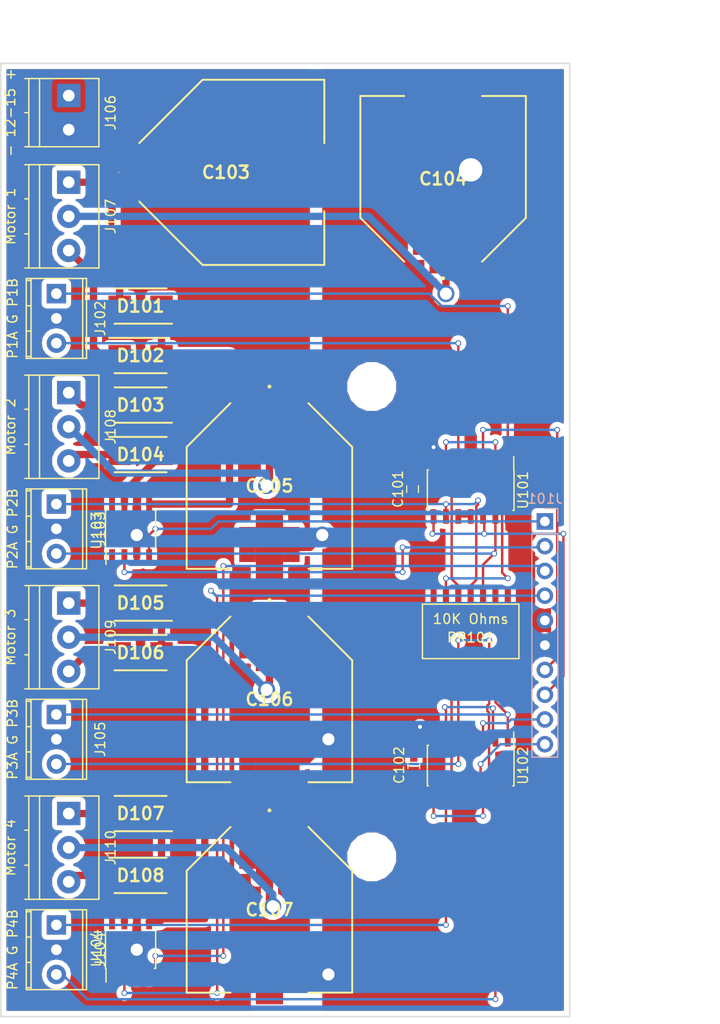
<source format=kicad_pcb>
(kicad_pcb (version 4) (host pcbnew 4.0.7+dfsg1-1ubuntu2)

  (general
    (links 92)
    (no_connects 0)
    (area 38.024999 38.1 115.8 137.160001)
    (thickness 1.6)
    (drawings 11)
    (tracks 285)
    (zones 0)
    (modules 32)
    (nets 45)
  )

  (page A4)
  (layers
    (0 F.Cu signal)
    (31 B.Cu signal)
    (32 B.Adhes user)
    (33 F.Adhes user)
    (34 B.Paste user)
    (35 F.Paste user)
    (36 B.SilkS user)
    (37 F.SilkS user)
    (38 B.Mask user)
    (39 F.Mask user)
    (40 Dwgs.User user)
    (41 Cmts.User user)
    (42 Eco1.User user)
    (43 Eco2.User user)
    (44 Edge.Cuts user)
    (45 Margin user)
    (46 B.CrtYd user)
    (47 F.CrtYd user)
    (48 B.Fab user)
    (49 F.Fab user)
  )

  (setup
    (last_trace_width 0.75)
    (user_trace_width 0.5)
    (user_trace_width 0.75)
    (user_trace_width 1)
    (user_trace_width 1.25)
    (user_trace_width 1.5)
    (trace_clearance 0.15)
    (zone_clearance 0.508)
    (zone_45_only no)
    (trace_min 0.2)
    (segment_width 0.2)
    (edge_width 0.15)
    (via_size 0.6)
    (via_drill 0.4)
    (via_min_size 0.4)
    (via_min_drill 0.3)
    (user_via 1 0.5)
    (user_via 1.2 0.75)
    (user_via 1.5 1)
    (user_via 1.75 1.25)
    (user_via 3.6 2.4)
    (uvia_size 0.3)
    (uvia_drill 0.1)
    (uvias_allowed no)
    (uvia_min_size 0.2)
    (uvia_min_drill 0.1)
    (pcb_text_width 0.3)
    (pcb_text_size 1.5 1.5)
    (mod_edge_width 0.15)
    (mod_text_size 1 1)
    (mod_text_width 0.15)
    (pad_size 1.524 1.524)
    (pad_drill 0.762)
    (pad_to_mask_clearance 0.2)
    (aux_axis_origin 0 0)
    (visible_elements FFFFEF7F)
    (pcbplotparams
      (layerselection 0x00030_80000001)
      (usegerberextensions false)
      (excludeedgelayer true)
      (linewidth 0.100000)
      (plotframeref false)
      (viasonmask false)
      (mode 1)
      (useauxorigin false)
      (hpglpennumber 1)
      (hpglpenspeed 20)
      (hpglpendiameter 15)
      (hpglpenoverlay 2)
      (psnegative false)
      (psa4output false)
      (plotreference true)
      (plotvalue true)
      (plotinvisibletext false)
      (padsonsilk false)
      (subtractmaskfromsilk false)
      (outputformat 1)
      (mirror false)
      (drillshape 1)
      (scaleselection 1)
      (outputdirectory ""))
  )

  (net 0 "")
  (net 1 GND)
  (net 2 +3V3)
  (net 3 /Motor1)
  (net 4 /Motor2)
  (net 5 /Motor3)
  (net 6 /Motor4)
  (net 7 /Points1)
  (net 8 /Points2)
  (net 9 /Points3)
  (net 10 /Points4)
  (net 11 MotorPower)
  (net 12 "Net-(C104-Pad1)")
  (net 13 "Net-(C105-Pad1)")
  (net 14 "Net-(C106-Pad1)")
  (net 15 "Net-(C107-Pad1)")
  (net 16 "Net-(D101-Pad1)")
  (net 17 "Net-(D101-Pad2)")
  (net 18 "Net-(D102-Pad1)")
  (net 19 "Net-(D103-Pad1)")
  (net 20 "Net-(D103-Pad2)")
  (net 21 "Net-(D104-Pad1)")
  (net 22 "Net-(D105-Pad1)")
  (net 23 "Net-(D105-Pad2)")
  (net 24 "Net-(D106-Pad1)")
  (net 25 "Net-(D107-Pad1)")
  (net 26 "Net-(D107-Pad2)")
  (net 27 "Net-(D108-Pad1)")
  (net 28 /P1B)
  (net 29 /P1A)
  (net 30 /P2B)
  (net 31 /P2A)
  (net 32 /P4B)
  (net 33 /P4A)
  (net 34 /P3B)
  (net 35 /P3A)
  (net 36 "Net-(RR101-Pad1)")
  (net 37 "Net-(RR101-Pad2)")
  (net 38 "Net-(RR101-Pad7)")
  (net 39 "Net-(RR101-Pad8)")
  (net 40 "Net-(RR101-Pad9)")
  (net 41 "Net-(U101-Pad2)")
  (net 42 "Net-(U101-Pad10)")
  (net 43 "Net-(U102-Pad2)")
  (net 44 "Net-(U102-Pad10)")

  (net_class Default "This is the default net class."
    (clearance 0.15)
    (trace_width 0.25)
    (via_dia 0.6)
    (via_drill 0.4)
    (uvia_dia 0.3)
    (uvia_drill 0.1)
    (add_net +3V3)
    (add_net /Motor1)
    (add_net /Motor2)
    (add_net /Motor3)
    (add_net /Motor4)
    (add_net /P1A)
    (add_net /P1B)
    (add_net /P2A)
    (add_net /P2B)
    (add_net /P3A)
    (add_net /P3B)
    (add_net /P4A)
    (add_net /P4B)
    (add_net /Points1)
    (add_net /Points2)
    (add_net /Points3)
    (add_net /Points4)
    (add_net GND)
    (add_net MotorPower)
    (add_net "Net-(C104-Pad1)")
    (add_net "Net-(C105-Pad1)")
    (add_net "Net-(C106-Pad1)")
    (add_net "Net-(C107-Pad1)")
    (add_net "Net-(D101-Pad1)")
    (add_net "Net-(D101-Pad2)")
    (add_net "Net-(D102-Pad1)")
    (add_net "Net-(D103-Pad1)")
    (add_net "Net-(D103-Pad2)")
    (add_net "Net-(D104-Pad1)")
    (add_net "Net-(D105-Pad1)")
    (add_net "Net-(D105-Pad2)")
    (add_net "Net-(D106-Pad1)")
    (add_net "Net-(D107-Pad1)")
    (add_net "Net-(D107-Pad2)")
    (add_net "Net-(D108-Pad1)")
    (add_net "Net-(RR101-Pad1)")
    (add_net "Net-(RR101-Pad2)")
    (add_net "Net-(RR101-Pad7)")
    (add_net "Net-(RR101-Pad8)")
    (add_net "Net-(RR101-Pad9)")
    (add_net "Net-(U101-Pad10)")
    (add_net "Net-(U101-Pad2)")
    (add_net "Net-(U102-Pad10)")
    (add_net "Net-(U102-Pad2)")
  )

  (module Mounting_Holes:MountingHole_4mm (layer F.Cu) (tedit 63F4E5BC) (tstamp 63FD4581)
    (at 76.2 120.015)
    (descr "Mounting Hole 4mm, no annular")
    (tags "mounting hole 4mm no annular")
    (fp_text reference REF** (at 0 -5) (layer F.SilkS) hide
      (effects (font (size 1 1) (thickness 0.15)))
    )
    (fp_text value MountingHole_4mm (at 0 5) (layer F.Fab) hide
      (effects (font (size 1 1) (thickness 0.15)))
    )
    (fp_circle (center 0 0) (end 4 0) (layer Cmts.User) (width 0.15))
    (fp_circle (center 0 0) (end 4.25 0) (layer F.CrtYd) (width 0.05))
    (pad 1 np_thru_hole circle (at 0 0) (size 4 4) (drill 4) (layers *.Cu *.Mask))
  )

  (module Pin_Headers:Pin_Header_Straight_1x10_Pitch2.54mm (layer B.Cu) (tedit 63E9349C) (tstamp 63F63CDE)
    (at 93.98 85.598 180)
    (descr "Through hole straight pin header, 1x10, 2.54mm pitch, single row")
    (tags "Through hole pin header THT 1x10 2.54mm single row")
    (path /63EA55CC)
    (fp_text reference J101 (at 0 2.33 180) (layer B.SilkS)
      (effects (font (size 1 1) (thickness 0.15)) (justify mirror))
    )
    (fp_text value IO_Port (at 0 -25.19 180) (layer B.Fab)
      (effects (font (size 1 1) (thickness 0.15)) (justify mirror))
    )
    (fp_line (start -0.635 1.27) (end 1.27 1.27) (layer B.Fab) (width 0.1))
    (fp_line (start 1.27 1.27) (end 1.27 -24.13) (layer B.Fab) (width 0.1))
    (fp_line (start 1.27 -24.13) (end -1.27 -24.13) (layer B.Fab) (width 0.1))
    (fp_line (start -1.27 -24.13) (end -1.27 0.635) (layer B.Fab) (width 0.1))
    (fp_line (start -1.27 0.635) (end -0.635 1.27) (layer B.Fab) (width 0.1))
    (fp_line (start -1.33 -24.19) (end 1.33 -24.19) (layer B.SilkS) (width 0.12))
    (fp_line (start -1.33 -1.27) (end -1.33 -24.19) (layer B.SilkS) (width 0.12))
    (fp_line (start 1.33 -1.27) (end 1.33 -24.19) (layer B.SilkS) (width 0.12))
    (fp_line (start -1.33 -1.27) (end 1.33 -1.27) (layer B.SilkS) (width 0.12))
    (fp_line (start -1.33 0) (end -1.33 1.33) (layer B.SilkS) (width 0.12))
    (fp_line (start -1.33 1.33) (end 0 1.33) (layer B.SilkS) (width 0.12))
    (fp_line (start -1.8 1.8) (end -1.8 -24.65) (layer B.CrtYd) (width 0.05))
    (fp_line (start -1.8 -24.65) (end 1.8 -24.65) (layer B.CrtYd) (width 0.05))
    (fp_line (start 1.8 -24.65) (end 1.8 1.8) (layer B.CrtYd) (width 0.05))
    (fp_line (start 1.8 1.8) (end -1.8 1.8) (layer B.CrtYd) (width 0.05))
    (fp_text user %R (at 0 -11.43 450) (layer B.Fab)
      (effects (font (size 1 1) (thickness 0.15)) (justify mirror))
    )
    (pad 1 thru_hole rect (at 0 0 180) (size 1.7 1.7) (drill 1) (layers *.Cu *.Mask)
      (net 3 /Motor1))
    (pad 2 thru_hole oval (at 0 -2.54 180) (size 1.7 1.7) (drill 1) (layers *.Cu *.Mask)
      (net 4 /Motor2))
    (pad 3 thru_hole oval (at 0 -5.08 180) (size 1.7 1.7) (drill 1) (layers *.Cu *.Mask)
      (net 5 /Motor3))
    (pad 4 thru_hole oval (at 0 -7.62 180) (size 1.7 1.7) (drill 1) (layers *.Cu *.Mask)
      (net 6 /Motor4))
    (pad 5 thru_hole oval (at 0 -10.16 180) (size 1.7 1.7) (drill 1) (layers *.Cu *.Mask)
      (net 2 +3V3))
    (pad 6 thru_hole oval (at 0 -12.7 180) (size 1.7 1.7) (drill 1) (layers *.Cu *.Mask)
      (net 1 GND))
    (pad 7 thru_hole oval (at 0 -15.24 180) (size 1.7 1.7) (drill 1) (layers *.Cu *.Mask)
      (net 7 /Points1))
    (pad 8 thru_hole oval (at 0 -17.78 180) (size 1.7 1.7) (drill 1) (layers *.Cu *.Mask)
      (net 8 /Points2))
    (pad 9 thru_hole oval (at 0 -20.32 180) (size 1.7 1.7) (drill 1) (layers *.Cu *.Mask)
      (net 9 /Points3))
    (pad 10 thru_hole oval (at 0 -22.86 180) (size 1.7 1.7) (drill 1) (layers *.Cu *.Mask)
      (net 10 /Points4))
    (model ${KISYS3DMOD}/Pin_Headers.3dshapes/Pin_Header_Straight_1x10_Pitch2.54mm.wrl
      (at (xyz 0 0 0))
      (scale (xyz 1 1 1))
      (rotate (xyz 0 0 0))
    )
  )

  (module Capacitors_SMD:C_0603 (layer F.Cu) (tedit 59958EE7) (tstamp 63EAB26B)
    (at 80.391 82.284 90)
    (descr "Capacitor SMD 0603, reflow soldering, AVX (see smccp.pdf)")
    (tags "capacitor 0603")
    (path /63EA55AE)
    (attr smd)
    (fp_text reference C101 (at 0 -1.5 90) (layer F.SilkS)
      (effects (font (size 1 1) (thickness 0.15)))
    )
    (fp_text value ".1 uf" (at 0 1.5 90) (layer F.Fab)
      (effects (font (size 1 1) (thickness 0.15)))
    )
    (fp_line (start 1.4 0.65) (end -1.4 0.65) (layer F.CrtYd) (width 0.05))
    (fp_line (start 1.4 0.65) (end 1.4 -0.65) (layer F.CrtYd) (width 0.05))
    (fp_line (start -1.4 -0.65) (end -1.4 0.65) (layer F.CrtYd) (width 0.05))
    (fp_line (start -1.4 -0.65) (end 1.4 -0.65) (layer F.CrtYd) (width 0.05))
    (fp_line (start 0.35 0.6) (end -0.35 0.6) (layer F.SilkS) (width 0.12))
    (fp_line (start -0.35 -0.6) (end 0.35 -0.6) (layer F.SilkS) (width 0.12))
    (fp_line (start -0.8 -0.4) (end 0.8 -0.4) (layer F.Fab) (width 0.1))
    (fp_line (start 0.8 -0.4) (end 0.8 0.4) (layer F.Fab) (width 0.1))
    (fp_line (start 0.8 0.4) (end -0.8 0.4) (layer F.Fab) (width 0.1))
    (fp_line (start -0.8 0.4) (end -0.8 -0.4) (layer F.Fab) (width 0.1))
    (fp_text user %R (at 0 0 90) (layer F.Fab)
      (effects (font (size 0.3 0.3) (thickness 0.075)))
    )
    (pad 2 smd rect (at 0.75 0 90) (size 0.8 0.75) (layers F.Cu F.Paste F.Mask)
      (net 1 GND))
    (pad 1 smd rect (at -0.75 0 90) (size 0.8 0.75) (layers F.Cu F.Paste F.Mask)
      (net 2 +3V3))
    (model Capacitors_SMD.3dshapes/C_0603.wrl
      (at (xyz 0 0 0))
      (scale (xyz 1 1 1))
      (rotate (xyz 0 0 0))
    )
  )

  (module Capacitors_SMD:C_0603 (layer F.Cu) (tedit 59958EE7) (tstamp 63EAB27C)
    (at 80.518 110.605 90)
    (descr "Capacitor SMD 0603, reflow soldering, AVX (see smccp.pdf)")
    (tags "capacitor 0603")
    (path /63EA55AF)
    (attr smd)
    (fp_text reference C102 (at 0 -1.5 90) (layer F.SilkS)
      (effects (font (size 1 1) (thickness 0.15)))
    )
    (fp_text value ".1 uf" (at 0 1.5 90) (layer F.Fab)
      (effects (font (size 1 1) (thickness 0.15)))
    )
    (fp_line (start 1.4 0.65) (end -1.4 0.65) (layer F.CrtYd) (width 0.05))
    (fp_line (start 1.4 0.65) (end 1.4 -0.65) (layer F.CrtYd) (width 0.05))
    (fp_line (start -1.4 -0.65) (end -1.4 0.65) (layer F.CrtYd) (width 0.05))
    (fp_line (start -1.4 -0.65) (end 1.4 -0.65) (layer F.CrtYd) (width 0.05))
    (fp_line (start 0.35 0.6) (end -0.35 0.6) (layer F.SilkS) (width 0.12))
    (fp_line (start -0.35 -0.6) (end 0.35 -0.6) (layer F.SilkS) (width 0.12))
    (fp_line (start -0.8 -0.4) (end 0.8 -0.4) (layer F.Fab) (width 0.1))
    (fp_line (start 0.8 -0.4) (end 0.8 0.4) (layer F.Fab) (width 0.1))
    (fp_line (start 0.8 0.4) (end -0.8 0.4) (layer F.Fab) (width 0.1))
    (fp_line (start -0.8 0.4) (end -0.8 -0.4) (layer F.Fab) (width 0.1))
    (fp_text user %R (at 0 0 90) (layer F.Fab)
      (effects (font (size 0.3 0.3) (thickness 0.075)))
    )
    (pad 2 smd rect (at 0.75 0 90) (size 0.8 0.75) (layers F.Cu F.Paste F.Mask)
      (net 1 GND))
    (pad 1 smd rect (at -0.75 0 90) (size 0.8 0.75) (layers F.Cu F.Paste F.Mask)
      (net 2 +3V3))
    (model Capacitors_SMD.3dshapes/C_0603.wrl
      (at (xyz 0 0 0))
      (scale (xyz 1 1 1))
      (rotate (xyz 0 0 0))
    )
  )

  (module BigSMDCaps:EEEFK0J133SM (layer F.Cu) (tedit 0) (tstamp 63EAB299)
    (at 61.83 49.784)
    (descr SMD_Lytic_K21)
    (tags "Capacitor Polarised")
    (path /63EA6208)
    (attr smd)
    (fp_text reference C103 (at -0.6 0) (layer F.SilkS)
      (effects (font (size 1.27 1.27) (thickness 0.254)))
    )
    (fp_text value "4700uf 25V" (at -0.6 0) (layer F.SilkS) hide
      (effects (font (size 1.27 1.27) (thickness 0.254)))
    )
    (fp_text user %R (at -0.6 0) (layer F.Fab)
      (effects (font (size 1.27 1.27) (thickness 0.254)))
    )
    (fp_line (start -12.5 -10.5) (end 11.3 -10.5) (layer F.CrtYd) (width 0.05))
    (fp_line (start 11.3 -10.5) (end 11.3 10.5) (layer F.CrtYd) (width 0.05))
    (fp_line (start 11.3 10.5) (end -12.5 10.5) (layer F.CrtYd) (width 0.05))
    (fp_line (start -12.5 10.5) (end -12.5 -10.5) (layer F.CrtYd) (width 0.05))
    (fp_line (start -11.625 0) (end -11.625 0) (layer F.SilkS) (width 0.05))
    (fp_line (start -11.575 0) (end -11.575 0) (layer F.SilkS) (width 0.05))
    (fp_line (start -9.5 -3) (end -3 -9.5) (layer F.Fab) (width 0.1))
    (fp_line (start -3 -9.5) (end 9.5 -9.5) (layer F.Fab) (width 0.1))
    (fp_line (start 9.5 -9.5) (end 9.5 9.5) (layer F.Fab) (width 0.1))
    (fp_line (start 9.5 9.5) (end 9.5 9.5) (layer F.Fab) (width 0.1))
    (fp_line (start 9.5 9.5) (end -3 9.5) (layer F.Fab) (width 0.1))
    (fp_line (start -3 9.5) (end -9.5 3) (layer F.Fab) (width 0.1))
    (fp_line (start -9.5 3) (end -9.5 -3) (layer F.Fab) (width 0.1))
    (fp_line (start -9.5 -3) (end -3 -9.5) (layer F.Fab) (width 0.1))
    (fp_line (start -9.5 -3) (end -3 -9.5) (layer F.SilkS) (width 0.2))
    (fp_line (start -3 -9.5) (end 9.5 -9.5) (layer F.SilkS) (width 0.2))
    (fp_line (start 9.5 -9.5) (end 9.5 -3) (layer F.SilkS) (width 0.2))
    (fp_line (start -9.5 3) (end -3 9.5) (layer F.SilkS) (width 0.2))
    (fp_line (start -3 9.5) (end 9.5 9.5) (layer F.SilkS) (width 0.2))
    (fp_line (start 9.5 9.5) (end 9.5 4) (layer F.SilkS) (width 0.2))
    (fp_arc (start -11.6 0) (end -11.625 0) (angle -180) (layer F.SilkS) (width 0.05))
    (fp_arc (start -11.6 0) (end -11.575 0) (angle -180) (layer F.SilkS) (width 0.05))
    (pad 1 smd rect (at -6.75 0 90) (size 2.5 7.5) (layers F.Cu F.Paste F.Mask)
      (net 11 MotorPower))
    (pad 2 smd rect (at 6.75 0 90) (size 2.5 7.5) (layers F.Cu F.Paste F.Mask)
      (net 1 GND))
    (model EEEFK1E472SM.stp
      (at (xyz 0 0 0))
      (scale (xyz 1 1 1))
      (rotate (xyz -90 0 -180))
    )
  )

  (module BigSMDCaps:EEEFK0J682AV (layer F.Cu) (tedit 63D92F9A) (tstamp 63EAB2B9)
    (at 83.53 50.45)
    (descr VibrationProof_J16)
    (tags "Capacitor Polarised")
    (path /63EA6AA3)
    (attr smd)
    (fp_text reference C104 (at 0 0) (layer F.SilkS)
      (effects (font (size 1.27 1.27) (thickness 0.254)))
    )
    (fp_text value "2200uf 25V" (at 0 0) (layer F.SilkS) hide
      (effects (font (size 1.27 1.27) (thickness 0.254)))
    )
    (fp_text user %R (at 0 0) (layer F.Fab)
      (effects (font (size 1.27 1.27) (thickness 0.254)))
    )
    (fp_line (start -9.5 10.7) (end 9.5 10.7) (layer F.CrtYd) (width 0.1))
    (fp_line (start 9.5 10.7) (end 9.5 -10.7) (layer F.CrtYd) (width 0.1))
    (fp_line (start 9.5 -10.7) (end -9.5 -10.7) (layer F.CrtYd) (width 0.1))
    (fp_line (start -9.5 -10.7) (end -9.5 10.7) (layer F.CrtYd) (width 0.1))
    (fp_line (start -0.1 10.2) (end -0.1 10.2) (layer F.SilkS) (width 0.2))
    (fp_line (start 0.1 10.2) (end 0.1 10.2) (layer F.SilkS) (width 0.2))
    (fp_line (start -4 8.5) (end -8.5 4) (layer F.Fab) (width 0.1))
    (fp_line (start -8.5 4) (end -8.5 -8.5) (layer F.Fab) (width 0.1))
    (fp_line (start -8.5 -8.5) (end 8.5 -8.5) (layer F.Fab) (width 0.1))
    (fp_line (start 8.5 -8.5) (end 8.5 4) (layer F.Fab) (width 0.1))
    (fp_line (start 8.5 4) (end 4 8.5) (layer F.Fab) (width 0.1))
    (fp_line (start 4 8.5) (end -4 8.5) (layer F.Fab) (width 0.1))
    (fp_line (start -4 8.5) (end -8.5 4) (layer F.Fab) (width 0.1))
    (fp_line (start -4 8.5) (end -8.5 4) (layer F.SilkS) (width 0.2))
    (fp_line (start -8.5 4) (end -8.5 -8.5) (layer F.SilkS) (width 0.2))
    (fp_line (start -8.5 -8.5) (end -4 -8.5) (layer F.SilkS) (width 0.2))
    (fp_line (start 4 8.5) (end 8.5 4) (layer F.SilkS) (width 0.2))
    (fp_line (start 8.5 4) (end 8.5 -8.5) (layer F.SilkS) (width 0.2))
    (fp_line (start 8.5 -8.5) (end 4 -8.5) (layer F.SilkS) (width 0.2))
    (fp_arc (start 0 10.2) (end -0.1 10.2) (angle -180) (layer F.SilkS) (width 0.2))
    (fp_arc (start 0 10.2) (end 0.1 10.2) (angle -180) (layer F.SilkS) (width 0.2))
    (pad 1 smd rect (at 0 6.3) (size 2.8 6.8) (layers F.Cu F.Paste F.Mask)
      (net 12 "Net-(C104-Pad1)"))
    (pad 2 smd rect (at 0 -6.3) (size 2.8 6.8) (layers F.Cu F.Paste F.Mask)
      (net 1 GND))
    (pad 1 smd rect (at -2.25 6) (size 1.7 3.6) (layers F.Cu F.Paste F.Mask)
      (net 12 "Net-(C104-Pad1)"))
    (pad 1 smd rect (at 2.25 6) (size 1.7 3.6) (layers F.Cu F.Paste F.Mask)
      (net 12 "Net-(C104-Pad1)"))
    (pad 2 smd rect (at -2.25 -6) (size 1.7 3.6) (layers F.Cu F.Paste F.Mask)
      (net 1 GND))
    (pad 2 smd rect (at 2.25 -6) (size 1.7 3.6) (layers F.Cu F.Paste F.Mask)
      (net 1 GND))
    (model EEV-FK1E222V.stp
      (at (xyz 0 0 0))
      (scale (xyz 1 1 1))
      (rotate (xyz -90 0 -90))
    )
  )

  (module BigSMDCaps:EEEFK0J682AV (layer F.Cu) (tedit 63D92F9A) (tstamp 63EAB2D9)
    (at 65.695 81.965 180)
    (descr VibrationProof_J16)
    (tags "Capacitor Polarised")
    (path /63EA77DD)
    (attr smd)
    (fp_text reference C105 (at 0 0 180) (layer F.SilkS)
      (effects (font (size 1.27 1.27) (thickness 0.254)))
    )
    (fp_text value "2200uf 25V" (at 0 0 180) (layer F.SilkS) hide
      (effects (font (size 1.27 1.27) (thickness 0.254)))
    )
    (fp_text user %R (at 0 0 180) (layer F.Fab)
      (effects (font (size 1.27 1.27) (thickness 0.254)))
    )
    (fp_line (start -9.5 10.7) (end 9.5 10.7) (layer F.CrtYd) (width 0.1))
    (fp_line (start 9.5 10.7) (end 9.5 -10.7) (layer F.CrtYd) (width 0.1))
    (fp_line (start 9.5 -10.7) (end -9.5 -10.7) (layer F.CrtYd) (width 0.1))
    (fp_line (start -9.5 -10.7) (end -9.5 10.7) (layer F.CrtYd) (width 0.1))
    (fp_line (start -0.1 10.2) (end -0.1 10.2) (layer F.SilkS) (width 0.2))
    (fp_line (start 0.1 10.2) (end 0.1 10.2) (layer F.SilkS) (width 0.2))
    (fp_line (start -4 8.5) (end -8.5 4) (layer F.Fab) (width 0.1))
    (fp_line (start -8.5 4) (end -8.5 -8.5) (layer F.Fab) (width 0.1))
    (fp_line (start -8.5 -8.5) (end 8.5 -8.5) (layer F.Fab) (width 0.1))
    (fp_line (start 8.5 -8.5) (end 8.5 4) (layer F.Fab) (width 0.1))
    (fp_line (start 8.5 4) (end 4 8.5) (layer F.Fab) (width 0.1))
    (fp_line (start 4 8.5) (end -4 8.5) (layer F.Fab) (width 0.1))
    (fp_line (start -4 8.5) (end -8.5 4) (layer F.Fab) (width 0.1))
    (fp_line (start -4 8.5) (end -8.5 4) (layer F.SilkS) (width 0.2))
    (fp_line (start -8.5 4) (end -8.5 -8.5) (layer F.SilkS) (width 0.2))
    (fp_line (start -8.5 -8.5) (end -4 -8.5) (layer F.SilkS) (width 0.2))
    (fp_line (start 4 8.5) (end 8.5 4) (layer F.SilkS) (width 0.2))
    (fp_line (start 8.5 4) (end 8.5 -8.5) (layer F.SilkS) (width 0.2))
    (fp_line (start 8.5 -8.5) (end 4 -8.5) (layer F.SilkS) (width 0.2))
    (fp_arc (start 0 10.2) (end -0.1 10.2) (angle -180) (layer F.SilkS) (width 0.2))
    (fp_arc (start 0 10.2) (end 0.1 10.2) (angle -180) (layer F.SilkS) (width 0.2))
    (pad 1 smd rect (at 0 6.3 180) (size 2.8 6.8) (layers F.Cu F.Paste F.Mask)
      (net 13 "Net-(C105-Pad1)"))
    (pad 2 smd rect (at 0 -6.3 180) (size 2.8 6.8) (layers F.Cu F.Paste F.Mask)
      (net 1 GND))
    (pad 1 smd rect (at -2.25 6 180) (size 1.7 3.6) (layers F.Cu F.Paste F.Mask)
      (net 13 "Net-(C105-Pad1)"))
    (pad 1 smd rect (at 2.25 6 180) (size 1.7 3.6) (layers F.Cu F.Paste F.Mask)
      (net 13 "Net-(C105-Pad1)"))
    (pad 2 smd rect (at -2.25 -6 180) (size 1.7 3.6) (layers F.Cu F.Paste F.Mask)
      (net 1 GND))
    (pad 2 smd rect (at 2.25 -6 180) (size 1.7 3.6) (layers F.Cu F.Paste F.Mask)
      (net 1 GND))
    (model EEV-FK1E222V.stp
      (at (xyz 0 0 0))
      (scale (xyz 1 1 1))
      (rotate (xyz -90 0 -90))
    )
  )

  (module BigSMDCaps:EEEFK0J682AV (layer F.Cu) (tedit 63D92F9A) (tstamp 63EAB2F9)
    (at 65.695 103.855 180)
    (descr VibrationProof_J16)
    (tags "Capacitor Polarised")
    (path /63EA7EBA)
    (attr smd)
    (fp_text reference C106 (at 0 0 180) (layer F.SilkS)
      (effects (font (size 1.27 1.27) (thickness 0.254)))
    )
    (fp_text value "2200uf 25V" (at 0 0 180) (layer F.SilkS) hide
      (effects (font (size 1.27 1.27) (thickness 0.254)))
    )
    (fp_text user %R (at 0 0 180) (layer F.Fab)
      (effects (font (size 1.27 1.27) (thickness 0.254)))
    )
    (fp_line (start -9.5 10.7) (end 9.5 10.7) (layer F.CrtYd) (width 0.1))
    (fp_line (start 9.5 10.7) (end 9.5 -10.7) (layer F.CrtYd) (width 0.1))
    (fp_line (start 9.5 -10.7) (end -9.5 -10.7) (layer F.CrtYd) (width 0.1))
    (fp_line (start -9.5 -10.7) (end -9.5 10.7) (layer F.CrtYd) (width 0.1))
    (fp_line (start -0.1 10.2) (end -0.1 10.2) (layer F.SilkS) (width 0.2))
    (fp_line (start 0.1 10.2) (end 0.1 10.2) (layer F.SilkS) (width 0.2))
    (fp_line (start -4 8.5) (end -8.5 4) (layer F.Fab) (width 0.1))
    (fp_line (start -8.5 4) (end -8.5 -8.5) (layer F.Fab) (width 0.1))
    (fp_line (start -8.5 -8.5) (end 8.5 -8.5) (layer F.Fab) (width 0.1))
    (fp_line (start 8.5 -8.5) (end 8.5 4) (layer F.Fab) (width 0.1))
    (fp_line (start 8.5 4) (end 4 8.5) (layer F.Fab) (width 0.1))
    (fp_line (start 4 8.5) (end -4 8.5) (layer F.Fab) (width 0.1))
    (fp_line (start -4 8.5) (end -8.5 4) (layer F.Fab) (width 0.1))
    (fp_line (start -4 8.5) (end -8.5 4) (layer F.SilkS) (width 0.2))
    (fp_line (start -8.5 4) (end -8.5 -8.5) (layer F.SilkS) (width 0.2))
    (fp_line (start -8.5 -8.5) (end -4 -8.5) (layer F.SilkS) (width 0.2))
    (fp_line (start 4 8.5) (end 8.5 4) (layer F.SilkS) (width 0.2))
    (fp_line (start 8.5 4) (end 8.5 -8.5) (layer F.SilkS) (width 0.2))
    (fp_line (start 8.5 -8.5) (end 4 -8.5) (layer F.SilkS) (width 0.2))
    (fp_arc (start 0 10.2) (end -0.1 10.2) (angle -180) (layer F.SilkS) (width 0.2))
    (fp_arc (start 0 10.2) (end 0.1 10.2) (angle -180) (layer F.SilkS) (width 0.2))
    (pad 1 smd rect (at 0 6.3 180) (size 2.8 6.8) (layers F.Cu F.Paste F.Mask)
      (net 14 "Net-(C106-Pad1)"))
    (pad 2 smd rect (at 0 -6.3 180) (size 2.8 6.8) (layers F.Cu F.Paste F.Mask)
      (net 1 GND))
    (pad 1 smd rect (at -2.25 6 180) (size 1.7 3.6) (layers F.Cu F.Paste F.Mask)
      (net 14 "Net-(C106-Pad1)"))
    (pad 1 smd rect (at 2.25 6 180) (size 1.7 3.6) (layers F.Cu F.Paste F.Mask)
      (net 14 "Net-(C106-Pad1)"))
    (pad 2 smd rect (at -2.25 -6 180) (size 1.7 3.6) (layers F.Cu F.Paste F.Mask)
      (net 1 GND))
    (pad 2 smd rect (at 2.25 -6 180) (size 1.7 3.6) (layers F.Cu F.Paste F.Mask)
      (net 1 GND))
    (model EEV-FK1E222V.stp
      (at (xyz 0 0 0))
      (scale (xyz 1 1 1))
      (rotate (xyz -90 0 -90))
    )
  )

  (module BigSMDCaps:EEEFK0J682AV (layer F.Cu) (tedit 63D92F9A) (tstamp 63EAB319)
    (at 65.695 125.445 180)
    (descr VibrationProof_J16)
    (tags "Capacitor Polarised")
    (path /63EA7EF6)
    (attr smd)
    (fp_text reference C107 (at 0 0 180) (layer F.SilkS)
      (effects (font (size 1.27 1.27) (thickness 0.254)))
    )
    (fp_text value "2200uf 25V" (at 0 0 180) (layer F.SilkS) hide
      (effects (font (size 1.27 1.27) (thickness 0.254)))
    )
    (fp_text user %R (at 0 0 180) (layer F.Fab)
      (effects (font (size 1.27 1.27) (thickness 0.254)))
    )
    (fp_line (start -9.5 10.7) (end 9.5 10.7) (layer F.CrtYd) (width 0.1))
    (fp_line (start 9.5 10.7) (end 9.5 -10.7) (layer F.CrtYd) (width 0.1))
    (fp_line (start 9.5 -10.7) (end -9.5 -10.7) (layer F.CrtYd) (width 0.1))
    (fp_line (start -9.5 -10.7) (end -9.5 10.7) (layer F.CrtYd) (width 0.1))
    (fp_line (start -0.1 10.2) (end -0.1 10.2) (layer F.SilkS) (width 0.2))
    (fp_line (start 0.1 10.2) (end 0.1 10.2) (layer F.SilkS) (width 0.2))
    (fp_line (start -4 8.5) (end -8.5 4) (layer F.Fab) (width 0.1))
    (fp_line (start -8.5 4) (end -8.5 -8.5) (layer F.Fab) (width 0.1))
    (fp_line (start -8.5 -8.5) (end 8.5 -8.5) (layer F.Fab) (width 0.1))
    (fp_line (start 8.5 -8.5) (end 8.5 4) (layer F.Fab) (width 0.1))
    (fp_line (start 8.5 4) (end 4 8.5) (layer F.Fab) (width 0.1))
    (fp_line (start 4 8.5) (end -4 8.5) (layer F.Fab) (width 0.1))
    (fp_line (start -4 8.5) (end -8.5 4) (layer F.Fab) (width 0.1))
    (fp_line (start -4 8.5) (end -8.5 4) (layer F.SilkS) (width 0.2))
    (fp_line (start -8.5 4) (end -8.5 -8.5) (layer F.SilkS) (width 0.2))
    (fp_line (start -8.5 -8.5) (end -4 -8.5) (layer F.SilkS) (width 0.2))
    (fp_line (start 4 8.5) (end 8.5 4) (layer F.SilkS) (width 0.2))
    (fp_line (start 8.5 4) (end 8.5 -8.5) (layer F.SilkS) (width 0.2))
    (fp_line (start 8.5 -8.5) (end 4 -8.5) (layer F.SilkS) (width 0.2))
    (fp_arc (start 0 10.2) (end -0.1 10.2) (angle -180) (layer F.SilkS) (width 0.2))
    (fp_arc (start 0 10.2) (end 0.1 10.2) (angle -180) (layer F.SilkS) (width 0.2))
    (pad 1 smd rect (at 0 6.3 180) (size 2.8 6.8) (layers F.Cu F.Paste F.Mask)
      (net 15 "Net-(C107-Pad1)"))
    (pad 2 smd rect (at 0 -6.3 180) (size 2.8 6.8) (layers F.Cu F.Paste F.Mask)
      (net 1 GND))
    (pad 1 smd rect (at -2.25 6 180) (size 1.7 3.6) (layers F.Cu F.Paste F.Mask)
      (net 15 "Net-(C107-Pad1)"))
    (pad 1 smd rect (at 2.25 6 180) (size 1.7 3.6) (layers F.Cu F.Paste F.Mask)
      (net 15 "Net-(C107-Pad1)"))
    (pad 2 smd rect (at -2.25 -6 180) (size 1.7 3.6) (layers F.Cu F.Paste F.Mask)
      (net 1 GND))
    (pad 2 smd rect (at 2.25 -6 180) (size 1.7 3.6) (layers F.Cu F.Paste F.Mask)
      (net 1 GND))
    (model EEV-FK1E222V.stp
      (at (xyz 0 0 0))
      (scale (xyz 1 1 1))
      (rotate (xyz -90 0 -90))
    )
  )

  (module Rectifiers:DIOM5336X245N (layer F.Cu) (tedit 0) (tstamp 63EAB32B)
    (at 52.46 63.5 180)
    (descr S2A)
    (tags Diode)
    (path /63EA68F7)
    (attr smd)
    (fp_text reference D101 (at 0 0 180) (layer F.SilkS)
      (effects (font (size 1.27 1.27) (thickness 0.254)))
    )
    (fp_text value S2A (at 0 0 180) (layer F.SilkS) hide
      (effects (font (size 1.27 1.27) (thickness 0.254)))
    )
    (fp_text user %R (at 0 0 180) (layer F.Fab)
      (effects (font (size 1.27 1.27) (thickness 0.254)))
    )
    (fp_line (start -3.55 -2.225) (end 3.55 -2.225) (layer F.CrtYd) (width 0.05))
    (fp_line (start 3.55 -2.225) (end 3.55 2.225) (layer F.CrtYd) (width 0.05))
    (fp_line (start 3.55 2.225) (end -3.55 2.225) (layer F.CrtYd) (width 0.05))
    (fp_line (start -3.55 2.225) (end -3.55 -2.225) (layer F.CrtYd) (width 0.05))
    (fp_line (start -2.67 -1.812) (end 2.67 -1.812) (layer F.Fab) (width 0.1))
    (fp_line (start 2.67 -1.812) (end 2.67 1.812) (layer F.Fab) (width 0.1))
    (fp_line (start 2.67 1.812) (end -2.67 1.812) (layer F.Fab) (width 0.1))
    (fp_line (start -2.67 1.812) (end -2.67 -1.812) (layer F.Fab) (width 0.1))
    (fp_line (start -2.67 -0.738) (end -1.595 -1.812) (layer F.Fab) (width 0.1))
    (fp_line (start 2.67 -1.812) (end -3.225 -1.812) (layer F.SilkS) (width 0.2))
    (fp_line (start -2.67 1.812) (end 2.67 1.812) (layer F.SilkS) (width 0.2))
    (pad 1 smd rect (at -2.15 0 270) (size 2.15 2.3) (layers F.Cu F.Paste F.Mask)
      (net 16 "Net-(D101-Pad1)"))
    (pad 2 smd rect (at 2.15 0 270) (size 2.15 2.3) (layers F.Cu F.Paste F.Mask)
      (net 17 "Net-(D101-Pad2)"))
    (model S2A.stp
      (at (xyz 0 0 0))
      (scale (xyz 1 1 1))
      (rotate (xyz 0 0 0))
    )
  )

  (module Rectifiers:DIOM5336X245N (layer F.Cu) (tedit 0) (tstamp 63EAB33D)
    (at 52.46 68.58)
    (descr S2A)
    (tags Diode)
    (path /63EA69DD)
    (attr smd)
    (fp_text reference D102 (at 0 0) (layer F.SilkS)
      (effects (font (size 1.27 1.27) (thickness 0.254)))
    )
    (fp_text value S2A (at 0 0) (layer F.SilkS) hide
      (effects (font (size 1.27 1.27) (thickness 0.254)))
    )
    (fp_text user %R (at 0 0) (layer F.Fab)
      (effects (font (size 1.27 1.27) (thickness 0.254)))
    )
    (fp_line (start -3.55 -2.225) (end 3.55 -2.225) (layer F.CrtYd) (width 0.05))
    (fp_line (start 3.55 -2.225) (end 3.55 2.225) (layer F.CrtYd) (width 0.05))
    (fp_line (start 3.55 2.225) (end -3.55 2.225) (layer F.CrtYd) (width 0.05))
    (fp_line (start -3.55 2.225) (end -3.55 -2.225) (layer F.CrtYd) (width 0.05))
    (fp_line (start -2.67 -1.812) (end 2.67 -1.812) (layer F.Fab) (width 0.1))
    (fp_line (start 2.67 -1.812) (end 2.67 1.812) (layer F.Fab) (width 0.1))
    (fp_line (start 2.67 1.812) (end -2.67 1.812) (layer F.Fab) (width 0.1))
    (fp_line (start -2.67 1.812) (end -2.67 -1.812) (layer F.Fab) (width 0.1))
    (fp_line (start -2.67 -0.738) (end -1.595 -1.812) (layer F.Fab) (width 0.1))
    (fp_line (start 2.67 -1.812) (end -3.225 -1.812) (layer F.SilkS) (width 0.2))
    (fp_line (start -2.67 1.812) (end 2.67 1.812) (layer F.SilkS) (width 0.2))
    (pad 1 smd rect (at -2.15 0 90) (size 2.15 2.3) (layers F.Cu F.Paste F.Mask)
      (net 18 "Net-(D102-Pad1)"))
    (pad 2 smd rect (at 2.15 0 90) (size 2.15 2.3) (layers F.Cu F.Paste F.Mask)
      (net 16 "Net-(D101-Pad1)"))
    (model S2A.stp
      (at (xyz 0 0 0))
      (scale (xyz 1 1 1))
      (rotate (xyz 0 0 0))
    )
  )

  (module Rectifiers:DIOM5336X245N (layer F.Cu) (tedit 0) (tstamp 63EAB34F)
    (at 52.46 73.66 180)
    (descr S2A)
    (tags Diode)
    (path /63EA77CF)
    (attr smd)
    (fp_text reference D103 (at 0 0 180) (layer F.SilkS)
      (effects (font (size 1.27 1.27) (thickness 0.254)))
    )
    (fp_text value S2A (at 0 0 180) (layer F.SilkS) hide
      (effects (font (size 1.27 1.27) (thickness 0.254)))
    )
    (fp_text user %R (at 0 0 180) (layer F.Fab)
      (effects (font (size 1.27 1.27) (thickness 0.254)))
    )
    (fp_line (start -3.55 -2.225) (end 3.55 -2.225) (layer F.CrtYd) (width 0.05))
    (fp_line (start 3.55 -2.225) (end 3.55 2.225) (layer F.CrtYd) (width 0.05))
    (fp_line (start 3.55 2.225) (end -3.55 2.225) (layer F.CrtYd) (width 0.05))
    (fp_line (start -3.55 2.225) (end -3.55 -2.225) (layer F.CrtYd) (width 0.05))
    (fp_line (start -2.67 -1.812) (end 2.67 -1.812) (layer F.Fab) (width 0.1))
    (fp_line (start 2.67 -1.812) (end 2.67 1.812) (layer F.Fab) (width 0.1))
    (fp_line (start 2.67 1.812) (end -2.67 1.812) (layer F.Fab) (width 0.1))
    (fp_line (start -2.67 1.812) (end -2.67 -1.812) (layer F.Fab) (width 0.1))
    (fp_line (start -2.67 -0.738) (end -1.595 -1.812) (layer F.Fab) (width 0.1))
    (fp_line (start 2.67 -1.812) (end -3.225 -1.812) (layer F.SilkS) (width 0.2))
    (fp_line (start -2.67 1.812) (end 2.67 1.812) (layer F.SilkS) (width 0.2))
    (pad 1 smd rect (at -2.15 0 270) (size 2.15 2.3) (layers F.Cu F.Paste F.Mask)
      (net 19 "Net-(D103-Pad1)"))
    (pad 2 smd rect (at 2.15 0 270) (size 2.15 2.3) (layers F.Cu F.Paste F.Mask)
      (net 20 "Net-(D103-Pad2)"))
    (model S2A.stp
      (at (xyz 0 0 0))
      (scale (xyz 1 1 1))
      (rotate (xyz 0 0 0))
    )
  )

  (module Rectifiers:DIOM5336X245N (layer F.Cu) (tedit 0) (tstamp 63EAB361)
    (at 52.46 78.74)
    (descr S2A)
    (tags Diode)
    (path /63EA77D6)
    (attr smd)
    (fp_text reference D104 (at 0 0) (layer F.SilkS)
      (effects (font (size 1.27 1.27) (thickness 0.254)))
    )
    (fp_text value S2A (at 0 0) (layer F.SilkS) hide
      (effects (font (size 1.27 1.27) (thickness 0.254)))
    )
    (fp_text user %R (at 0 0) (layer F.Fab)
      (effects (font (size 1.27 1.27) (thickness 0.254)))
    )
    (fp_line (start -3.55 -2.225) (end 3.55 -2.225) (layer F.CrtYd) (width 0.05))
    (fp_line (start 3.55 -2.225) (end 3.55 2.225) (layer F.CrtYd) (width 0.05))
    (fp_line (start 3.55 2.225) (end -3.55 2.225) (layer F.CrtYd) (width 0.05))
    (fp_line (start -3.55 2.225) (end -3.55 -2.225) (layer F.CrtYd) (width 0.05))
    (fp_line (start -2.67 -1.812) (end 2.67 -1.812) (layer F.Fab) (width 0.1))
    (fp_line (start 2.67 -1.812) (end 2.67 1.812) (layer F.Fab) (width 0.1))
    (fp_line (start 2.67 1.812) (end -2.67 1.812) (layer F.Fab) (width 0.1))
    (fp_line (start -2.67 1.812) (end -2.67 -1.812) (layer F.Fab) (width 0.1))
    (fp_line (start -2.67 -0.738) (end -1.595 -1.812) (layer F.Fab) (width 0.1))
    (fp_line (start 2.67 -1.812) (end -3.225 -1.812) (layer F.SilkS) (width 0.2))
    (fp_line (start -2.67 1.812) (end 2.67 1.812) (layer F.SilkS) (width 0.2))
    (pad 1 smd rect (at -2.15 0 90) (size 2.15 2.3) (layers F.Cu F.Paste F.Mask)
      (net 21 "Net-(D104-Pad1)"))
    (pad 2 smd rect (at 2.15 0 90) (size 2.15 2.3) (layers F.Cu F.Paste F.Mask)
      (net 19 "Net-(D103-Pad1)"))
    (model S2A.stp
      (at (xyz 0 0 0))
      (scale (xyz 1 1 1))
      (rotate (xyz 0 0 0))
    )
  )

  (module Rectifiers:DIOM5336X245N (layer F.Cu) (tedit 0) (tstamp 63EAB373)
    (at 52.46 93.98 180)
    (descr S2A)
    (tags Diode)
    (path /63EA7EAC)
    (attr smd)
    (fp_text reference D105 (at 0 0 180) (layer F.SilkS)
      (effects (font (size 1.27 1.27) (thickness 0.254)))
    )
    (fp_text value S2A (at 0 0 180) (layer F.SilkS) hide
      (effects (font (size 1.27 1.27) (thickness 0.254)))
    )
    (fp_text user %R (at 0 0 180) (layer F.Fab)
      (effects (font (size 1.27 1.27) (thickness 0.254)))
    )
    (fp_line (start -3.55 -2.225) (end 3.55 -2.225) (layer F.CrtYd) (width 0.05))
    (fp_line (start 3.55 -2.225) (end 3.55 2.225) (layer F.CrtYd) (width 0.05))
    (fp_line (start 3.55 2.225) (end -3.55 2.225) (layer F.CrtYd) (width 0.05))
    (fp_line (start -3.55 2.225) (end -3.55 -2.225) (layer F.CrtYd) (width 0.05))
    (fp_line (start -2.67 -1.812) (end 2.67 -1.812) (layer F.Fab) (width 0.1))
    (fp_line (start 2.67 -1.812) (end 2.67 1.812) (layer F.Fab) (width 0.1))
    (fp_line (start 2.67 1.812) (end -2.67 1.812) (layer F.Fab) (width 0.1))
    (fp_line (start -2.67 1.812) (end -2.67 -1.812) (layer F.Fab) (width 0.1))
    (fp_line (start -2.67 -0.738) (end -1.595 -1.812) (layer F.Fab) (width 0.1))
    (fp_line (start 2.67 -1.812) (end -3.225 -1.812) (layer F.SilkS) (width 0.2))
    (fp_line (start -2.67 1.812) (end 2.67 1.812) (layer F.SilkS) (width 0.2))
    (pad 1 smd rect (at -2.15 0 270) (size 2.15 2.3) (layers F.Cu F.Paste F.Mask)
      (net 22 "Net-(D105-Pad1)"))
    (pad 2 smd rect (at 2.15 0 270) (size 2.15 2.3) (layers F.Cu F.Paste F.Mask)
      (net 23 "Net-(D105-Pad2)"))
    (model S2A.stp
      (at (xyz 0 0 0))
      (scale (xyz 1 1 1))
      (rotate (xyz 0 0 0))
    )
  )

  (module Rectifiers:DIOM5336X245N (layer F.Cu) (tedit 0) (tstamp 63EAB385)
    (at 52.46 99.06)
    (descr S2A)
    (tags Diode)
    (path /63EA7EB3)
    (attr smd)
    (fp_text reference D106 (at 0 0) (layer F.SilkS)
      (effects (font (size 1.27 1.27) (thickness 0.254)))
    )
    (fp_text value S2A (at 0 0) (layer F.SilkS) hide
      (effects (font (size 1.27 1.27) (thickness 0.254)))
    )
    (fp_text user %R (at 0 0) (layer F.Fab)
      (effects (font (size 1.27 1.27) (thickness 0.254)))
    )
    (fp_line (start -3.55 -2.225) (end 3.55 -2.225) (layer F.CrtYd) (width 0.05))
    (fp_line (start 3.55 -2.225) (end 3.55 2.225) (layer F.CrtYd) (width 0.05))
    (fp_line (start 3.55 2.225) (end -3.55 2.225) (layer F.CrtYd) (width 0.05))
    (fp_line (start -3.55 2.225) (end -3.55 -2.225) (layer F.CrtYd) (width 0.05))
    (fp_line (start -2.67 -1.812) (end 2.67 -1.812) (layer F.Fab) (width 0.1))
    (fp_line (start 2.67 -1.812) (end 2.67 1.812) (layer F.Fab) (width 0.1))
    (fp_line (start 2.67 1.812) (end -2.67 1.812) (layer F.Fab) (width 0.1))
    (fp_line (start -2.67 1.812) (end -2.67 -1.812) (layer F.Fab) (width 0.1))
    (fp_line (start -2.67 -0.738) (end -1.595 -1.812) (layer F.Fab) (width 0.1))
    (fp_line (start 2.67 -1.812) (end -3.225 -1.812) (layer F.SilkS) (width 0.2))
    (fp_line (start -2.67 1.812) (end 2.67 1.812) (layer F.SilkS) (width 0.2))
    (pad 1 smd rect (at -2.15 0 90) (size 2.15 2.3) (layers F.Cu F.Paste F.Mask)
      (net 24 "Net-(D106-Pad1)"))
    (pad 2 smd rect (at 2.15 0 90) (size 2.15 2.3) (layers F.Cu F.Paste F.Mask)
      (net 22 "Net-(D105-Pad1)"))
    (model S2A.stp
      (at (xyz 0 0 0))
      (scale (xyz 1 1 1))
      (rotate (xyz 0 0 0))
    )
  )

  (module Rectifiers:DIOM5336X245N (layer F.Cu) (tedit 0) (tstamp 63EAB397)
    (at 52.46 115.57 180)
    (descr S2A)
    (tags Diode)
    (path /63EA7EE8)
    (attr smd)
    (fp_text reference D107 (at 0 0 180) (layer F.SilkS)
      (effects (font (size 1.27 1.27) (thickness 0.254)))
    )
    (fp_text value S2A (at 0 0 180) (layer F.SilkS) hide
      (effects (font (size 1.27 1.27) (thickness 0.254)))
    )
    (fp_text user %R (at 0 0 180) (layer F.Fab)
      (effects (font (size 1.27 1.27) (thickness 0.254)))
    )
    (fp_line (start -3.55 -2.225) (end 3.55 -2.225) (layer F.CrtYd) (width 0.05))
    (fp_line (start 3.55 -2.225) (end 3.55 2.225) (layer F.CrtYd) (width 0.05))
    (fp_line (start 3.55 2.225) (end -3.55 2.225) (layer F.CrtYd) (width 0.05))
    (fp_line (start -3.55 2.225) (end -3.55 -2.225) (layer F.CrtYd) (width 0.05))
    (fp_line (start -2.67 -1.812) (end 2.67 -1.812) (layer F.Fab) (width 0.1))
    (fp_line (start 2.67 -1.812) (end 2.67 1.812) (layer F.Fab) (width 0.1))
    (fp_line (start 2.67 1.812) (end -2.67 1.812) (layer F.Fab) (width 0.1))
    (fp_line (start -2.67 1.812) (end -2.67 -1.812) (layer F.Fab) (width 0.1))
    (fp_line (start -2.67 -0.738) (end -1.595 -1.812) (layer F.Fab) (width 0.1))
    (fp_line (start 2.67 -1.812) (end -3.225 -1.812) (layer F.SilkS) (width 0.2))
    (fp_line (start -2.67 1.812) (end 2.67 1.812) (layer F.SilkS) (width 0.2))
    (pad 1 smd rect (at -2.15 0 270) (size 2.15 2.3) (layers F.Cu F.Paste F.Mask)
      (net 25 "Net-(D107-Pad1)"))
    (pad 2 smd rect (at 2.15 0 270) (size 2.15 2.3) (layers F.Cu F.Paste F.Mask)
      (net 26 "Net-(D107-Pad2)"))
    (model S2A.stp
      (at (xyz 0 0 0))
      (scale (xyz 1 1 1))
      (rotate (xyz 0 0 0))
    )
  )

  (module Rectifiers:DIOM5336X245N (layer F.Cu) (tedit 0) (tstamp 63EAB3A9)
    (at 52.46 121.92)
    (descr S2A)
    (tags Diode)
    (path /63EA7EEF)
    (attr smd)
    (fp_text reference D108 (at 0 0) (layer F.SilkS)
      (effects (font (size 1.27 1.27) (thickness 0.254)))
    )
    (fp_text value S2A (at 0 0) (layer F.SilkS) hide
      (effects (font (size 1.27 1.27) (thickness 0.254)))
    )
    (fp_text user %R (at 0 0) (layer F.Fab)
      (effects (font (size 1.27 1.27) (thickness 0.254)))
    )
    (fp_line (start -3.55 -2.225) (end 3.55 -2.225) (layer F.CrtYd) (width 0.05))
    (fp_line (start 3.55 -2.225) (end 3.55 2.225) (layer F.CrtYd) (width 0.05))
    (fp_line (start 3.55 2.225) (end -3.55 2.225) (layer F.CrtYd) (width 0.05))
    (fp_line (start -3.55 2.225) (end -3.55 -2.225) (layer F.CrtYd) (width 0.05))
    (fp_line (start -2.67 -1.812) (end 2.67 -1.812) (layer F.Fab) (width 0.1))
    (fp_line (start 2.67 -1.812) (end 2.67 1.812) (layer F.Fab) (width 0.1))
    (fp_line (start 2.67 1.812) (end -2.67 1.812) (layer F.Fab) (width 0.1))
    (fp_line (start -2.67 1.812) (end -2.67 -1.812) (layer F.Fab) (width 0.1))
    (fp_line (start -2.67 -0.738) (end -1.595 -1.812) (layer F.Fab) (width 0.1))
    (fp_line (start 2.67 -1.812) (end -3.225 -1.812) (layer F.SilkS) (width 0.2))
    (fp_line (start -2.67 1.812) (end 2.67 1.812) (layer F.SilkS) (width 0.2))
    (pad 1 smd rect (at -2.15 0 90) (size 2.15 2.3) (layers F.Cu F.Paste F.Mask)
      (net 27 "Net-(D108-Pad1)"))
    (pad 2 smd rect (at 2.15 0 90) (size 2.15 2.3) (layers F.Cu F.Paste F.Mask)
      (net 25 "Net-(D107-Pad1)"))
    (model S2A.stp
      (at (xyz 0 0 0))
      (scale (xyz 1 1 1))
      (rotate (xyz 0 0 0))
    )
  )

  (module Connectors_Terminal_Blocks:TerminalBlock_Pheonix_MPT-2.54mm_3pol (layer F.Cu) (tedit 63EA91AC) (tstamp 63EAB3BE)
    (at 43.815 62.23 270)
    (descr "3-way 2.54mm pitch terminal block, Phoenix MPT series")
    (path /63EABCF7)
    (fp_text reference J102 (at 2.54 -4.50088 270) (layer F.SilkS)
      (effects (font (size 1 1) (thickness 0.15)))
    )
    (fp_text value "P1A G P1B" (at 2.54 4.50088 270) (layer F.SilkS)
      (effects (font (size 1 1) (thickness 0.15)))
    )
    (fp_line (start -1.778 3.302) (end 6.858 3.302) (layer F.CrtYd) (width 0.05))
    (fp_line (start -1.778 -3.302) (end -1.778 3.302) (layer F.CrtYd) (width 0.05))
    (fp_line (start 6.858 -3.302) (end -1.778 -3.302) (layer F.CrtYd) (width 0.05))
    (fp_line (start 6.858 3.302) (end 6.858 -3.302) (layer F.CrtYd) (width 0.05))
    (fp_line (start 6.63956 -3.0988) (end -1.55956 -3.0988) (layer F.SilkS) (width 0.15))
    (fp_line (start 6.63956 -2.70002) (end -1.55956 -2.70002) (layer F.SilkS) (width 0.15))
    (fp_line (start 6.63956 2.60096) (end -1.55956 2.60096) (layer F.SilkS) (width 0.15))
    (fp_line (start -1.55956 3.0988) (end 6.63956 3.0988) (layer F.SilkS) (width 0.15))
    (fp_line (start 3.84048 2.60096) (end 3.84048 3.0988) (layer F.SilkS) (width 0.15))
    (fp_line (start -1.3589 3.0988) (end -1.3589 2.60096) (layer F.SilkS) (width 0.15))
    (fp_line (start 6.44144 2.60096) (end 6.44144 3.0988) (layer F.SilkS) (width 0.15))
    (fp_line (start 1.24206 3.0988) (end 1.24206 2.60096) (layer F.SilkS) (width 0.15))
    (fp_line (start 6.63956 3.0988) (end 6.63956 -3.0988) (layer F.SilkS) (width 0.15))
    (fp_line (start -1.55702 -3.0988) (end -1.55702 3.0988) (layer F.SilkS) (width 0.15))
    (pad 3 thru_hole oval (at 5.08 0 270) (size 1.99898 1.99898) (drill 1.09728) (layers *.Cu *.Mask)
      (net 28 /P1B))
    (pad 1 thru_hole rect (at 0 0 270) (size 1.99898 1.99898) (drill 1.09728) (layers *.Cu *.Mask)
      (net 29 /P1A))
    (pad 2 thru_hole oval (at 2.54 0 270) (size 1.99898 1.99898) (drill 1.09728) (layers *.Cu *.Mask)
      (net 1 GND))
    (model Terminal_Blocks.3dshapes/TerminalBlock_Pheonix_MPT-2.54mm_3pol.wrl
      (at (xyz 0.1 0 0))
      (scale (xyz 1 1 1))
      (rotate (xyz 0 0 0))
    )
  )

  (module Connectors_Terminal_Blocks:TerminalBlock_Pheonix_MPT-2.54mm_3pol (layer F.Cu) (tedit 63EA91BE) (tstamp 63EAB3D3)
    (at 43.815 83.82 270)
    (descr "3-way 2.54mm pitch terminal block, Phoenix MPT series")
    (path /63EAC3CF)
    (fp_text reference J103 (at 2.54 -4.50088 270) (layer F.SilkS)
      (effects (font (size 1 1) (thickness 0.15)))
    )
    (fp_text value "P2A G P2B" (at 2.54 4.50088 270) (layer F.SilkS)
      (effects (font (size 1 1) (thickness 0.15)))
    )
    (fp_line (start -1.778 3.302) (end 6.858 3.302) (layer F.CrtYd) (width 0.05))
    (fp_line (start -1.778 -3.302) (end -1.778 3.302) (layer F.CrtYd) (width 0.05))
    (fp_line (start 6.858 -3.302) (end -1.778 -3.302) (layer F.CrtYd) (width 0.05))
    (fp_line (start 6.858 3.302) (end 6.858 -3.302) (layer F.CrtYd) (width 0.05))
    (fp_line (start 6.63956 -3.0988) (end -1.55956 -3.0988) (layer F.SilkS) (width 0.15))
    (fp_line (start 6.63956 -2.70002) (end -1.55956 -2.70002) (layer F.SilkS) (width 0.15))
    (fp_line (start 6.63956 2.60096) (end -1.55956 2.60096) (layer F.SilkS) (width 0.15))
    (fp_line (start -1.55956 3.0988) (end 6.63956 3.0988) (layer F.SilkS) (width 0.15))
    (fp_line (start 3.84048 2.60096) (end 3.84048 3.0988) (layer F.SilkS) (width 0.15))
    (fp_line (start -1.3589 3.0988) (end -1.3589 2.60096) (layer F.SilkS) (width 0.15))
    (fp_line (start 6.44144 2.60096) (end 6.44144 3.0988) (layer F.SilkS) (width 0.15))
    (fp_line (start 1.24206 3.0988) (end 1.24206 2.60096) (layer F.SilkS) (width 0.15))
    (fp_line (start 6.63956 3.0988) (end 6.63956 -3.0988) (layer F.SilkS) (width 0.15))
    (fp_line (start -1.55702 -3.0988) (end -1.55702 3.0988) (layer F.SilkS) (width 0.15))
    (pad 3 thru_hole oval (at 5.08 0 270) (size 1.99898 1.99898) (drill 1.09728) (layers *.Cu *.Mask)
      (net 30 /P2B))
    (pad 1 thru_hole rect (at 0 0 270) (size 1.99898 1.99898) (drill 1.09728) (layers *.Cu *.Mask)
      (net 31 /P2A))
    (pad 2 thru_hole oval (at 2.54 0 270) (size 1.99898 1.99898) (drill 1.09728) (layers *.Cu *.Mask)
      (net 1 GND))
    (model Terminal_Blocks.3dshapes/TerminalBlock_Pheonix_MPT-2.54mm_3pol.wrl
      (at (xyz 0.1 0 0))
      (scale (xyz 1 1 1))
      (rotate (xyz 0 0 0))
    )
  )

  (module Connectors_Terminal_Blocks:TerminalBlock_Pheonix_MPT-2.54mm_3pol (layer F.Cu) (tedit 63EA91D2) (tstamp 63EAB3E8)
    (at 43.815 127 270)
    (descr "3-way 2.54mm pitch terminal block, Phoenix MPT series")
    (path /63EACAD8)
    (fp_text reference J104 (at 2.54 -4.50088 270) (layer F.SilkS)
      (effects (font (size 1 1) (thickness 0.15)))
    )
    (fp_text value "P4A G P4B" (at 2.54 4.50088 270) (layer F.SilkS)
      (effects (font (size 1 1) (thickness 0.15)))
    )
    (fp_line (start -1.778 3.302) (end 6.858 3.302) (layer F.CrtYd) (width 0.05))
    (fp_line (start -1.778 -3.302) (end -1.778 3.302) (layer F.CrtYd) (width 0.05))
    (fp_line (start 6.858 -3.302) (end -1.778 -3.302) (layer F.CrtYd) (width 0.05))
    (fp_line (start 6.858 3.302) (end 6.858 -3.302) (layer F.CrtYd) (width 0.05))
    (fp_line (start 6.63956 -3.0988) (end -1.55956 -3.0988) (layer F.SilkS) (width 0.15))
    (fp_line (start 6.63956 -2.70002) (end -1.55956 -2.70002) (layer F.SilkS) (width 0.15))
    (fp_line (start 6.63956 2.60096) (end -1.55956 2.60096) (layer F.SilkS) (width 0.15))
    (fp_line (start -1.55956 3.0988) (end 6.63956 3.0988) (layer F.SilkS) (width 0.15))
    (fp_line (start 3.84048 2.60096) (end 3.84048 3.0988) (layer F.SilkS) (width 0.15))
    (fp_line (start -1.3589 3.0988) (end -1.3589 2.60096) (layer F.SilkS) (width 0.15))
    (fp_line (start 6.44144 2.60096) (end 6.44144 3.0988) (layer F.SilkS) (width 0.15))
    (fp_line (start 1.24206 3.0988) (end 1.24206 2.60096) (layer F.SilkS) (width 0.15))
    (fp_line (start 6.63956 3.0988) (end 6.63956 -3.0988) (layer F.SilkS) (width 0.15))
    (fp_line (start -1.55702 -3.0988) (end -1.55702 3.0988) (layer F.SilkS) (width 0.15))
    (pad 3 thru_hole oval (at 5.08 0 270) (size 1.99898 1.99898) (drill 1.09728) (layers *.Cu *.Mask)
      (net 32 /P4B))
    (pad 1 thru_hole rect (at 0 0 270) (size 1.99898 1.99898) (drill 1.09728) (layers *.Cu *.Mask)
      (net 33 /P4A))
    (pad 2 thru_hole oval (at 2.54 0 270) (size 1.99898 1.99898) (drill 1.09728) (layers *.Cu *.Mask)
      (net 1 GND))
    (model Terminal_Blocks.3dshapes/TerminalBlock_Pheonix_MPT-2.54mm_3pol.wrl
      (at (xyz 0.1 0 0))
      (scale (xyz 1 1 1))
      (rotate (xyz 0 0 0))
    )
  )

  (module Connectors_Terminal_Blocks:TerminalBlock_Pheonix_MPT-2.54mm_3pol (layer F.Cu) (tedit 63EA91C8) (tstamp 63EAB3FD)
    (at 43.815 105.41 270)
    (descr "3-way 2.54mm pitch terminal block, Phoenix MPT series")
    (path /63EAC6FE)
    (fp_text reference J105 (at 2.54 -4.50088 270) (layer F.SilkS)
      (effects (font (size 1 1) (thickness 0.15)))
    )
    (fp_text value "P3A G P3B" (at 2.54 4.50088 270) (layer F.SilkS)
      (effects (font (size 1 1) (thickness 0.15)))
    )
    (fp_line (start -1.778 3.302) (end 6.858 3.302) (layer F.CrtYd) (width 0.05))
    (fp_line (start -1.778 -3.302) (end -1.778 3.302) (layer F.CrtYd) (width 0.05))
    (fp_line (start 6.858 -3.302) (end -1.778 -3.302) (layer F.CrtYd) (width 0.05))
    (fp_line (start 6.858 3.302) (end 6.858 -3.302) (layer F.CrtYd) (width 0.05))
    (fp_line (start 6.63956 -3.0988) (end -1.55956 -3.0988) (layer F.SilkS) (width 0.15))
    (fp_line (start 6.63956 -2.70002) (end -1.55956 -2.70002) (layer F.SilkS) (width 0.15))
    (fp_line (start 6.63956 2.60096) (end -1.55956 2.60096) (layer F.SilkS) (width 0.15))
    (fp_line (start -1.55956 3.0988) (end 6.63956 3.0988) (layer F.SilkS) (width 0.15))
    (fp_line (start 3.84048 2.60096) (end 3.84048 3.0988) (layer F.SilkS) (width 0.15))
    (fp_line (start -1.3589 3.0988) (end -1.3589 2.60096) (layer F.SilkS) (width 0.15))
    (fp_line (start 6.44144 2.60096) (end 6.44144 3.0988) (layer F.SilkS) (width 0.15))
    (fp_line (start 1.24206 3.0988) (end 1.24206 2.60096) (layer F.SilkS) (width 0.15))
    (fp_line (start 6.63956 3.0988) (end 6.63956 -3.0988) (layer F.SilkS) (width 0.15))
    (fp_line (start -1.55702 -3.0988) (end -1.55702 3.0988) (layer F.SilkS) (width 0.15))
    (pad 3 thru_hole oval (at 5.08 0 270) (size 1.99898 1.99898) (drill 1.09728) (layers *.Cu *.Mask)
      (net 34 /P3B))
    (pad 1 thru_hole rect (at 0 0 270) (size 1.99898 1.99898) (drill 1.09728) (layers *.Cu *.Mask)
      (net 35 /P3A))
    (pad 2 thru_hole oval (at 2.54 0 270) (size 1.99898 1.99898) (drill 1.09728) (layers *.Cu *.Mask)
      (net 1 GND))
    (model Terminal_Blocks.3dshapes/TerminalBlock_Pheonix_MPT-2.54mm_3pol.wrl
      (at (xyz 0.1 0 0))
      (scale (xyz 1 1 1))
      (rotate (xyz 0 0 0))
    )
  )

  (module Connectors_Terminal_Blocks:TerminalBlock_Pheonix_PT-3.5mm_2pol (layer F.Cu) (tedit 63EA919B) (tstamp 63EAB40D)
    (at 45.085 41.91 270)
    (descr "2-way 3.5mm pitch terminal block, Phoenix PT series")
    (path /63EA60CD)
    (fp_text reference J106 (at 1.75 -4.3 270) (layer F.SilkS)
      (effects (font (size 1 1) (thickness 0.15)))
    )
    (fp_text value "- 12-15 +" (at 1.75 6 270) (layer F.SilkS)
      (effects (font (size 1 1) (thickness 0.15)))
    )
    (fp_line (start -1.9 -3.3) (end 5.4 -3.3) (layer F.CrtYd) (width 0.05))
    (fp_line (start -1.9 4.7) (end -1.9 -3.3) (layer F.CrtYd) (width 0.05))
    (fp_line (start 5.4 4.7) (end -1.9 4.7) (layer F.CrtYd) (width 0.05))
    (fp_line (start 5.4 -3.3) (end 5.4 4.7) (layer F.CrtYd) (width 0.05))
    (fp_line (start 1.75 4.1) (end 1.75 4.5) (layer F.SilkS) (width 0.15))
    (fp_line (start -1.75 3) (end 5.25 3) (layer F.SilkS) (width 0.15))
    (fp_line (start -1.75 4.1) (end 5.25 4.1) (layer F.SilkS) (width 0.15))
    (fp_line (start -1.75 -3.1) (end -1.75 4.5) (layer F.SilkS) (width 0.15))
    (fp_line (start 5.25 4.5) (end 5.25 -3.1) (layer F.SilkS) (width 0.15))
    (fp_line (start 5.25 -3.1) (end -1.75 -3.1) (layer F.SilkS) (width 0.15))
    (pad 2 thru_hole circle (at 3.5 0 270) (size 2.4 2.4) (drill 1.2) (layers *.Cu *.Mask)
      (net 1 GND))
    (pad 1 thru_hole rect (at 0 0 270) (size 2.4 2.4) (drill 1.2) (layers *.Cu *.Mask)
      (net 11 MotorPower))
    (model Terminal_Blocks.3dshapes/TerminalBlock_Pheonix_PT-3.5mm_2pol.wrl
      (at (xyz 0 0 0))
      (scale (xyz 1 1 1))
      (rotate (xyz 0 0 0))
    )
  )

  (module Connectors_Terminal_Blocks:TerminalBlock_Pheonix_PT-3.5mm_3pol (layer F.Cu) (tedit 63EA91B3) (tstamp 63EAB41F)
    (at 45.085 50.8 270)
    (descr "3-way 3.5mm pitch terminal block, Phoenix PT series")
    (path /63EA6E12)
    (fp_text reference J107 (at 3.5 -4.3 270) (layer F.SilkS)
      (effects (font (size 1 1) (thickness 0.15)))
    )
    (fp_text value "Motor 1" (at 3.5 6 270) (layer F.SilkS)
      (effects (font (size 1 1) (thickness 0.15)))
    )
    (fp_line (start -2 -3.3) (end 9 -3.3) (layer F.CrtYd) (width 0.05))
    (fp_line (start -2 4.7) (end -2 -3.3) (layer F.CrtYd) (width 0.05))
    (fp_line (start 9 4.7) (end -2 4.7) (layer F.CrtYd) (width 0.05))
    (fp_line (start 9 -3.3) (end 9 4.7) (layer F.CrtYd) (width 0.05))
    (fp_line (start 1.7 4.1) (end 1.7 4.5) (layer F.SilkS) (width 0.15))
    (fp_line (start 5.3 4.1) (end 5.3 4.5) (layer F.SilkS) (width 0.15))
    (fp_line (start -1.8 3) (end 8.8 3) (layer F.SilkS) (width 0.15))
    (fp_line (start -1.8 4.1) (end 8.8 4.1) (layer F.SilkS) (width 0.15))
    (fp_line (start -1.8 -3.1) (end -1.8 4.5) (layer F.SilkS) (width 0.15))
    (fp_line (start 8.8 4.5) (end 8.8 -3.1) (layer F.SilkS) (width 0.15))
    (fp_line (start 8.8 -3.1) (end -1.8 -3.1) (layer F.SilkS) (width 0.15))
    (pad 2 thru_hole circle (at 3.5 0 270) (size 2.4 2.4) (drill 1.2) (layers *.Cu *.Mask)
      (net 12 "Net-(C104-Pad1)"))
    (pad 3 thru_hole circle (at 7 0 270) (size 2.4 2.4) (drill 1.2) (layers *.Cu *.Mask)
      (net 18 "Net-(D102-Pad1)"))
    (pad 1 thru_hole rect (at 0 0 270) (size 2.4 2.4) (drill 1.2) (layers *.Cu *.Mask)
      (net 17 "Net-(D101-Pad2)"))
    (model Terminal_Blocks.3dshapes/TerminalBlock_Pheonix_PT-3.5mm_3pol.wrl
      (at (xyz 0 0 0))
      (scale (xyz 1 1 1))
      (rotate (xyz 0 0 0))
    )
  )

  (module Connectors_Terminal_Blocks:TerminalBlock_Pheonix_PT-3.5mm_3pol (layer F.Cu) (tedit 63EA91B8) (tstamp 63EAB431)
    (at 45.085 72.39 270)
    (descr "3-way 3.5mm pitch terminal block, Phoenix PT series")
    (path /63EA77E3)
    (fp_text reference J108 (at 3.5 -4.3 270) (layer F.SilkS)
      (effects (font (size 1 1) (thickness 0.15)))
    )
    (fp_text value "Motor 2" (at 3.5 6 270) (layer F.SilkS)
      (effects (font (size 1 1) (thickness 0.15)))
    )
    (fp_line (start -2 -3.3) (end 9 -3.3) (layer F.CrtYd) (width 0.05))
    (fp_line (start -2 4.7) (end -2 -3.3) (layer F.CrtYd) (width 0.05))
    (fp_line (start 9 4.7) (end -2 4.7) (layer F.CrtYd) (width 0.05))
    (fp_line (start 9 -3.3) (end 9 4.7) (layer F.CrtYd) (width 0.05))
    (fp_line (start 1.7 4.1) (end 1.7 4.5) (layer F.SilkS) (width 0.15))
    (fp_line (start 5.3 4.1) (end 5.3 4.5) (layer F.SilkS) (width 0.15))
    (fp_line (start -1.8 3) (end 8.8 3) (layer F.SilkS) (width 0.15))
    (fp_line (start -1.8 4.1) (end 8.8 4.1) (layer F.SilkS) (width 0.15))
    (fp_line (start -1.8 -3.1) (end -1.8 4.5) (layer F.SilkS) (width 0.15))
    (fp_line (start 8.8 4.5) (end 8.8 -3.1) (layer F.SilkS) (width 0.15))
    (fp_line (start 8.8 -3.1) (end -1.8 -3.1) (layer F.SilkS) (width 0.15))
    (pad 2 thru_hole circle (at 3.5 0 270) (size 2.4 2.4) (drill 1.2) (layers *.Cu *.Mask)
      (net 13 "Net-(C105-Pad1)"))
    (pad 3 thru_hole circle (at 7 0 270) (size 2.4 2.4) (drill 1.2) (layers *.Cu *.Mask)
      (net 21 "Net-(D104-Pad1)"))
    (pad 1 thru_hole rect (at 0 0 270) (size 2.4 2.4) (drill 1.2) (layers *.Cu *.Mask)
      (net 20 "Net-(D103-Pad2)"))
    (model Terminal_Blocks.3dshapes/TerminalBlock_Pheonix_PT-3.5mm_3pol.wrl
      (at (xyz 0 0 0))
      (scale (xyz 1 1 1))
      (rotate (xyz 0 0 0))
    )
  )

  (module Connectors_Terminal_Blocks:TerminalBlock_Pheonix_PT-3.5mm_3pol (layer F.Cu) (tedit 63EA91C3) (tstamp 63EAB443)
    (at 45.085 93.98 270)
    (descr "3-way 3.5mm pitch terminal block, Phoenix PT series")
    (path /63EA7EC0)
    (fp_text reference J109 (at 3.5 -4.3 270) (layer F.SilkS)
      (effects (font (size 1 1) (thickness 0.15)))
    )
    (fp_text value "Motor 3" (at 3.5 6 270) (layer F.SilkS)
      (effects (font (size 1 1) (thickness 0.15)))
    )
    (fp_line (start -2 -3.3) (end 9 -3.3) (layer F.CrtYd) (width 0.05))
    (fp_line (start -2 4.7) (end -2 -3.3) (layer F.CrtYd) (width 0.05))
    (fp_line (start 9 4.7) (end -2 4.7) (layer F.CrtYd) (width 0.05))
    (fp_line (start 9 -3.3) (end 9 4.7) (layer F.CrtYd) (width 0.05))
    (fp_line (start 1.7 4.1) (end 1.7 4.5) (layer F.SilkS) (width 0.15))
    (fp_line (start 5.3 4.1) (end 5.3 4.5) (layer F.SilkS) (width 0.15))
    (fp_line (start -1.8 3) (end 8.8 3) (layer F.SilkS) (width 0.15))
    (fp_line (start -1.8 4.1) (end 8.8 4.1) (layer F.SilkS) (width 0.15))
    (fp_line (start -1.8 -3.1) (end -1.8 4.5) (layer F.SilkS) (width 0.15))
    (fp_line (start 8.8 4.5) (end 8.8 -3.1) (layer F.SilkS) (width 0.15))
    (fp_line (start 8.8 -3.1) (end -1.8 -3.1) (layer F.SilkS) (width 0.15))
    (pad 2 thru_hole circle (at 3.5 0 270) (size 2.4 2.4) (drill 1.2) (layers *.Cu *.Mask)
      (net 14 "Net-(C106-Pad1)"))
    (pad 3 thru_hole circle (at 7 0 270) (size 2.4 2.4) (drill 1.2) (layers *.Cu *.Mask)
      (net 24 "Net-(D106-Pad1)"))
    (pad 1 thru_hole rect (at 0 0 270) (size 2.4 2.4) (drill 1.2) (layers *.Cu *.Mask)
      (net 23 "Net-(D105-Pad2)"))
    (model Terminal_Blocks.3dshapes/TerminalBlock_Pheonix_PT-3.5mm_3pol.wrl
      (at (xyz 0 0 0))
      (scale (xyz 1 1 1))
      (rotate (xyz 0 0 0))
    )
  )

  (module Connectors_Terminal_Blocks:TerminalBlock_Pheonix_PT-3.5mm_3pol (layer F.Cu) (tedit 63EA91CD) (tstamp 63EAB455)
    (at 45.085 115.57 270)
    (descr "3-way 3.5mm pitch terminal block, Phoenix PT series")
    (path /63EA7EFC)
    (fp_text reference J110 (at 3.5 -4.3 270) (layer F.SilkS)
      (effects (font (size 1 1) (thickness 0.15)))
    )
    (fp_text value "Motor 4" (at 3.5 6 270) (layer F.SilkS)
      (effects (font (size 1 1) (thickness 0.15)))
    )
    (fp_line (start -2 -3.3) (end 9 -3.3) (layer F.CrtYd) (width 0.05))
    (fp_line (start -2 4.7) (end -2 -3.3) (layer F.CrtYd) (width 0.05))
    (fp_line (start 9 4.7) (end -2 4.7) (layer F.CrtYd) (width 0.05))
    (fp_line (start 9 -3.3) (end 9 4.7) (layer F.CrtYd) (width 0.05))
    (fp_line (start 1.7 4.1) (end 1.7 4.5) (layer F.SilkS) (width 0.15))
    (fp_line (start 5.3 4.1) (end 5.3 4.5) (layer F.SilkS) (width 0.15))
    (fp_line (start -1.8 3) (end 8.8 3) (layer F.SilkS) (width 0.15))
    (fp_line (start -1.8 4.1) (end 8.8 4.1) (layer F.SilkS) (width 0.15))
    (fp_line (start -1.8 -3.1) (end -1.8 4.5) (layer F.SilkS) (width 0.15))
    (fp_line (start 8.8 4.5) (end 8.8 -3.1) (layer F.SilkS) (width 0.15))
    (fp_line (start 8.8 -3.1) (end -1.8 -3.1) (layer F.SilkS) (width 0.15))
    (pad 2 thru_hole circle (at 3.5 0 270) (size 2.4 2.4) (drill 1.2) (layers *.Cu *.Mask)
      (net 15 "Net-(C107-Pad1)"))
    (pad 3 thru_hole circle (at 7 0 270) (size 2.4 2.4) (drill 1.2) (layers *.Cu *.Mask)
      (net 27 "Net-(D108-Pad1)"))
    (pad 1 thru_hole rect (at 0 0 270) (size 2.4 2.4) (drill 1.2) (layers *.Cu *.Mask)
      (net 26 "Net-(D107-Pad2)"))
    (model Terminal_Blocks.3dshapes/TerminalBlock_Pheonix_PT-3.5mm_3pol.wrl
      (at (xyz 0 0 0))
      (scale (xyz 1 1 1))
      (rotate (xyz 0 0 0))
    )
  )

  (module 48xxP:4814P (layer F.Cu) (tedit 5E4B486B) (tstamp 63EAB46B)
    (at 86.36 96.88 180)
    (path /63EA55AD)
    (fp_text reference RR101 (at 0 -0.635 180) (layer F.SilkS)
      (effects (font (size 1 1) (thickness 0.15)))
    )
    (fp_text value "10K Ohms" (at 0 1.27 180) (layer F.SilkS)
      (effects (font (size 1 1) (thickness 0.15)))
    )
    (fp_line (start -4.955 -2.795) (end 4.955 -2.795) (layer F.SilkS) (width 0.15))
    (fp_line (start 4.955 -2.795) (end 4.955 2.795) (layer F.SilkS) (width 0.15))
    (fp_line (start 4.955 2.795) (end -4.955 2.795) (layer F.SilkS) (width 0.15))
    (fp_line (start -4.955 2.795) (end -4.955 -2.795) (layer F.SilkS) (width 0.15))
    (pad 1 smd rect (at -3.81 3.45 180) (size 0.63 2) (layers F.Cu F.Paste F.Mask)
      (net 36 "Net-(RR101-Pad1)"))
    (pad 2 smd rect (at -2.54 3.45 180) (size 0.63 2) (layers F.Cu F.Paste F.Mask)
      (net 37 "Net-(RR101-Pad2)"))
    (pad 3 smd rect (at -1.27 3.45 180) (size 0.63 2) (layers F.Cu F.Paste F.Mask)
      (net 30 /P2B))
    (pad 4 smd rect (at 0 3.45 180) (size 0.63 2) (layers F.Cu F.Paste F.Mask)
      (net 31 /P2A))
    (pad 5 smd rect (at 1.27 3.45 180) (size 0.63 2) (layers F.Cu F.Paste F.Mask)
      (net 28 /P1B))
    (pad 6 smd rect (at 2.54 3.45 180) (size 0.63 2) (layers F.Cu F.Paste F.Mask)
      (net 29 /P1A))
    (pad 7 smd rect (at 3.81 3.45 180) (size 0.63 2) (layers F.Cu F.Paste F.Mask)
      (net 38 "Net-(RR101-Pad7)"))
    (pad 8 smd rect (at 3.81 -3.45 180) (size 0.63 2) (layers F.Cu F.Paste F.Mask)
      (net 39 "Net-(RR101-Pad8)"))
    (pad 9 smd rect (at 2.54 -3.45 180) (size 0.63 2) (layers F.Cu F.Paste F.Mask)
      (net 40 "Net-(RR101-Pad9)"))
    (pad 10 smd rect (at 1.27 -3.45 180) (size 0.63 2) (layers F.Cu F.Paste F.Mask)
      (net 32 /P4B))
    (pad 11 smd rect (at 0 -3.45 180) (size 0.63 2) (layers F.Cu F.Paste F.Mask)
      (net 33 /P4A))
    (pad 12 smd rect (at -1.27 -3.45 180) (size 0.63 2) (layers F.Cu F.Paste F.Mask)
      (net 34 /P3B))
    (pad 13 smd rect (at -2.54 -3.45 180) (size 0.63 2) (layers F.Cu F.Paste F.Mask)
      (net 35 /P3A))
    (pad 14 smd rect (at -3.81 -3.45 180) (size 0.63 2) (layers F.Cu F.Paste F.Mask)
      (net 2 +3V3))
  )

  (module Housings_SOIC:SOIC-14_3.9x8.7mm_Pitch1.27mm (layer F.Cu) (tedit 58CC8F64) (tstamp 63EAB48E)
    (at 86.36 82.39 270)
    (descr "14-Lead Plastic Small Outline (SL) - Narrow, 3.90 mm Body [SOIC] (see Microchip Packaging Specification 00000049BS.pdf)")
    (tags "SOIC 1.27")
    (path /63EA55A6)
    (attr smd)
    (fp_text reference U101 (at 0 -5.375 270) (layer F.SilkS)
      (effects (font (size 1 1) (thickness 0.15)))
    )
    (fp_text value 74HCT00 (at 0 5.375 270) (layer F.Fab)
      (effects (font (size 1 1) (thickness 0.15)))
    )
    (fp_text user %R (at 0 0 270) (layer F.Fab)
      (effects (font (size 0.9 0.9) (thickness 0.135)))
    )
    (fp_line (start -0.95 -4.35) (end 1.95 -4.35) (layer F.Fab) (width 0.15))
    (fp_line (start 1.95 -4.35) (end 1.95 4.35) (layer F.Fab) (width 0.15))
    (fp_line (start 1.95 4.35) (end -1.95 4.35) (layer F.Fab) (width 0.15))
    (fp_line (start -1.95 4.35) (end -1.95 -3.35) (layer F.Fab) (width 0.15))
    (fp_line (start -1.95 -3.35) (end -0.95 -4.35) (layer F.Fab) (width 0.15))
    (fp_line (start -3.7 -4.65) (end -3.7 4.65) (layer F.CrtYd) (width 0.05))
    (fp_line (start 3.7 -4.65) (end 3.7 4.65) (layer F.CrtYd) (width 0.05))
    (fp_line (start -3.7 -4.65) (end 3.7 -4.65) (layer F.CrtYd) (width 0.05))
    (fp_line (start -3.7 4.65) (end 3.7 4.65) (layer F.CrtYd) (width 0.05))
    (fp_line (start -2.075 -4.45) (end -2.075 -4.425) (layer F.SilkS) (width 0.15))
    (fp_line (start 2.075 -4.45) (end 2.075 -4.335) (layer F.SilkS) (width 0.15))
    (fp_line (start 2.075 4.45) (end 2.075 4.335) (layer F.SilkS) (width 0.15))
    (fp_line (start -2.075 4.45) (end -2.075 4.335) (layer F.SilkS) (width 0.15))
    (fp_line (start -2.075 -4.45) (end 2.075 -4.45) (layer F.SilkS) (width 0.15))
    (fp_line (start -2.075 4.45) (end 2.075 4.45) (layer F.SilkS) (width 0.15))
    (fp_line (start -2.075 -4.425) (end -3.45 -4.425) (layer F.SilkS) (width 0.15))
    (pad 1 smd rect (at -2.7 -3.81 270) (size 1.5 0.6) (layers F.Cu F.Paste F.Mask)
      (net 29 /P1A))
    (pad 2 smd rect (at -2.7 -2.54 270) (size 1.5 0.6) (layers F.Cu F.Paste F.Mask)
      (net 41 "Net-(U101-Pad2)"))
    (pad 3 smd rect (at -2.7 -1.27 270) (size 1.5 0.6) (layers F.Cu F.Paste F.Mask)
      (net 7 /Points1))
    (pad 4 smd rect (at -2.7 0 270) (size 1.5 0.6) (layers F.Cu F.Paste F.Mask)
      (net 7 /Points1))
    (pad 5 smd rect (at -2.7 1.27 270) (size 1.5 0.6) (layers F.Cu F.Paste F.Mask)
      (net 28 /P1B))
    (pad 6 smd rect (at -2.7 2.54 270) (size 1.5 0.6) (layers F.Cu F.Paste F.Mask)
      (net 41 "Net-(U101-Pad2)"))
    (pad 7 smd rect (at -2.7 3.81 270) (size 1.5 0.6) (layers F.Cu F.Paste F.Mask)
      (net 1 GND))
    (pad 8 smd rect (at 2.7 3.81 270) (size 1.5 0.6) (layers F.Cu F.Paste F.Mask)
      (net 8 /Points2))
    (pad 9 smd rect (at 2.7 2.54 270) (size 1.5 0.6) (layers F.Cu F.Paste F.Mask)
      (net 31 /P2A))
    (pad 10 smd rect (at 2.7 1.27 270) (size 1.5 0.6) (layers F.Cu F.Paste F.Mask)
      (net 42 "Net-(U101-Pad10)"))
    (pad 11 smd rect (at 2.7 0 270) (size 1.5 0.6) (layers F.Cu F.Paste F.Mask)
      (net 42 "Net-(U101-Pad10)"))
    (pad 12 smd rect (at 2.7 -1.27 270) (size 1.5 0.6) (layers F.Cu F.Paste F.Mask)
      (net 8 /Points2))
    (pad 13 smd rect (at 2.7 -2.54 270) (size 1.5 0.6) (layers F.Cu F.Paste F.Mask)
      (net 30 /P2B))
    (pad 14 smd rect (at 2.7 -3.81 270) (size 1.5 0.6) (layers F.Cu F.Paste F.Mask)
      (net 2 +3V3))
    (model ${KISYS3DMOD}/Housings_SOIC.3dshapes/SOIC-14_3.9x8.7mm_Pitch1.27mm.wrl
      (at (xyz 0 0 0))
      (scale (xyz 1 1 1))
      (rotate (xyz 0 0 0))
    )
  )

  (module Housings_SOIC:SOIC-14_3.9x8.7mm_Pitch1.27mm (layer F.Cu) (tedit 58CC8F64) (tstamp 63EAB4B1)
    (at 86.36 110.65 270)
    (descr "14-Lead Plastic Small Outline (SL) - Narrow, 3.90 mm Body [SOIC] (see Microchip Packaging Specification 00000049BS.pdf)")
    (tags "SOIC 1.27")
    (path /63EA55A9)
    (attr smd)
    (fp_text reference U102 (at 0 -5.375 270) (layer F.SilkS)
      (effects (font (size 1 1) (thickness 0.15)))
    )
    (fp_text value 74HCT00 (at 0 5.375 270) (layer F.Fab)
      (effects (font (size 1 1) (thickness 0.15)))
    )
    (fp_text user %R (at 0 0 270) (layer F.Fab)
      (effects (font (size 0.9 0.9) (thickness 0.135)))
    )
    (fp_line (start -0.95 -4.35) (end 1.95 -4.35) (layer F.Fab) (width 0.15))
    (fp_line (start 1.95 -4.35) (end 1.95 4.35) (layer F.Fab) (width 0.15))
    (fp_line (start 1.95 4.35) (end -1.95 4.35) (layer F.Fab) (width 0.15))
    (fp_line (start -1.95 4.35) (end -1.95 -3.35) (layer F.Fab) (width 0.15))
    (fp_line (start -1.95 -3.35) (end -0.95 -4.35) (layer F.Fab) (width 0.15))
    (fp_line (start -3.7 -4.65) (end -3.7 4.65) (layer F.CrtYd) (width 0.05))
    (fp_line (start 3.7 -4.65) (end 3.7 4.65) (layer F.CrtYd) (width 0.05))
    (fp_line (start -3.7 -4.65) (end 3.7 -4.65) (layer F.CrtYd) (width 0.05))
    (fp_line (start -3.7 4.65) (end 3.7 4.65) (layer F.CrtYd) (width 0.05))
    (fp_line (start -2.075 -4.45) (end -2.075 -4.425) (layer F.SilkS) (width 0.15))
    (fp_line (start 2.075 -4.45) (end 2.075 -4.335) (layer F.SilkS) (width 0.15))
    (fp_line (start 2.075 4.45) (end 2.075 4.335) (layer F.SilkS) (width 0.15))
    (fp_line (start -2.075 4.45) (end -2.075 4.335) (layer F.SilkS) (width 0.15))
    (fp_line (start -2.075 -4.45) (end 2.075 -4.45) (layer F.SilkS) (width 0.15))
    (fp_line (start -2.075 4.45) (end 2.075 4.45) (layer F.SilkS) (width 0.15))
    (fp_line (start -2.075 -4.425) (end -3.45 -4.425) (layer F.SilkS) (width 0.15))
    (pad 1 smd rect (at -2.7 -3.81 270) (size 1.5 0.6) (layers F.Cu F.Paste F.Mask)
      (net 35 /P3A))
    (pad 2 smd rect (at -2.7 -2.54 270) (size 1.5 0.6) (layers F.Cu F.Paste F.Mask)
      (net 43 "Net-(U102-Pad2)"))
    (pad 3 smd rect (at -2.7 -1.27 270) (size 1.5 0.6) (layers F.Cu F.Paste F.Mask)
      (net 9 /Points3))
    (pad 4 smd rect (at -2.7 0 270) (size 1.5 0.6) (layers F.Cu F.Paste F.Mask)
      (net 9 /Points3))
    (pad 5 smd rect (at -2.7 1.27 270) (size 1.5 0.6) (layers F.Cu F.Paste F.Mask)
      (net 34 /P3B))
    (pad 6 smd rect (at -2.7 2.54 270) (size 1.5 0.6) (layers F.Cu F.Paste F.Mask)
      (net 43 "Net-(U102-Pad2)"))
    (pad 7 smd rect (at -2.7 3.81 270) (size 1.5 0.6) (layers F.Cu F.Paste F.Mask)
      (net 1 GND))
    (pad 8 smd rect (at 2.7 3.81 270) (size 1.5 0.6) (layers F.Cu F.Paste F.Mask)
      (net 10 /Points4))
    (pad 9 smd rect (at 2.7 2.54 270) (size 1.5 0.6) (layers F.Cu F.Paste F.Mask)
      (net 33 /P4A))
    (pad 10 smd rect (at 2.7 1.27 270) (size 1.5 0.6) (layers F.Cu F.Paste F.Mask)
      (net 44 "Net-(U102-Pad10)"))
    (pad 11 smd rect (at 2.7 0 270) (size 1.5 0.6) (layers F.Cu F.Paste F.Mask)
      (net 44 "Net-(U102-Pad10)"))
    (pad 12 smd rect (at 2.7 -1.27 270) (size 1.5 0.6) (layers F.Cu F.Paste F.Mask)
      (net 10 /Points4))
    (pad 13 smd rect (at 2.7 -2.54 270) (size 1.5 0.6) (layers F.Cu F.Paste F.Mask)
      (net 32 /P4B))
    (pad 14 smd rect (at 2.7 -3.81 270) (size 1.5 0.6) (layers F.Cu F.Paste F.Mask)
      (net 2 +3V3))
    (model ${KISYS3DMOD}/Housings_SOIC.3dshapes/SOIC-14_3.9x8.7mm_Pitch1.27mm.wrl
      (at (xyz 0 0 0))
      (scale (xyz 1 1 1))
      (rotate (xyz 0 0 0))
    )
  )

  (module Housings_SOIC:SOIC-8_3.9x4.9mm_Pitch1.27mm (layer F.Cu) (tedit 58CD0CDA) (tstamp 63EAB4CE)
    (at 51.435 86.52 90)
    (descr "8-Lead Plastic Small Outline (SN) - Narrow, 3.90 mm Body [SOIC] (see Microchip Packaging Specification 00000049BS.pdf)")
    (tags "SOIC 1.27")
    (path /63EA67B6)
    (attr smd)
    (fp_text reference U103 (at 0 -3.5 90) (layer F.SilkS)
      (effects (font (size 1 1) (thickness 0.15)))
    )
    (fp_text value TC4427 (at 0 3.5 90) (layer F.Fab)
      (effects (font (size 1 1) (thickness 0.15)))
    )
    (fp_text user %R (at 0 0 90) (layer F.Fab)
      (effects (font (size 1 1) (thickness 0.15)))
    )
    (fp_line (start -0.95 -2.45) (end 1.95 -2.45) (layer F.Fab) (width 0.1))
    (fp_line (start 1.95 -2.45) (end 1.95 2.45) (layer F.Fab) (width 0.1))
    (fp_line (start 1.95 2.45) (end -1.95 2.45) (layer F.Fab) (width 0.1))
    (fp_line (start -1.95 2.45) (end -1.95 -1.45) (layer F.Fab) (width 0.1))
    (fp_line (start -1.95 -1.45) (end -0.95 -2.45) (layer F.Fab) (width 0.1))
    (fp_line (start -3.73 -2.7) (end -3.73 2.7) (layer F.CrtYd) (width 0.05))
    (fp_line (start 3.73 -2.7) (end 3.73 2.7) (layer F.CrtYd) (width 0.05))
    (fp_line (start -3.73 -2.7) (end 3.73 -2.7) (layer F.CrtYd) (width 0.05))
    (fp_line (start -3.73 2.7) (end 3.73 2.7) (layer F.CrtYd) (width 0.05))
    (fp_line (start -2.075 -2.575) (end -2.075 -2.525) (layer F.SilkS) (width 0.15))
    (fp_line (start 2.075 -2.575) (end 2.075 -2.43) (layer F.SilkS) (width 0.15))
    (fp_line (start 2.075 2.575) (end 2.075 2.43) (layer F.SilkS) (width 0.15))
    (fp_line (start -2.075 2.575) (end -2.075 2.43) (layer F.SilkS) (width 0.15))
    (fp_line (start -2.075 -2.575) (end 2.075 -2.575) (layer F.SilkS) (width 0.15))
    (fp_line (start -2.075 2.575) (end 2.075 2.575) (layer F.SilkS) (width 0.15))
    (fp_line (start -2.075 -2.525) (end -3.475 -2.525) (layer F.SilkS) (width 0.15))
    (pad 1 smd rect (at -2.7 -1.905 90) (size 1.55 0.6) (layers F.Cu F.Paste F.Mask))
    (pad 2 smd rect (at -2.7 -0.635 90) (size 1.55 0.6) (layers F.Cu F.Paste F.Mask)
      (net 4 /Motor2))
    (pad 3 smd rect (at -2.7 0.635 90) (size 1.55 0.6) (layers F.Cu F.Paste F.Mask)
      (net 1 GND))
    (pad 4 smd rect (at -2.7 1.905 90) (size 1.55 0.6) (layers F.Cu F.Paste F.Mask)
      (net 3 /Motor1))
    (pad 5 smd rect (at 2.7 1.905 90) (size 1.55 0.6) (layers F.Cu F.Paste F.Mask)
      (net 16 "Net-(D101-Pad1)"))
    (pad 6 smd rect (at 2.7 0.635 90) (size 1.55 0.6) (layers F.Cu F.Paste F.Mask)
      (net 11 MotorPower))
    (pad 7 smd rect (at 2.7 -0.635 90) (size 1.55 0.6) (layers F.Cu F.Paste F.Mask)
      (net 19 "Net-(D103-Pad1)"))
    (pad 8 smd rect (at 2.7 -1.905 90) (size 1.55 0.6) (layers F.Cu F.Paste F.Mask))
    (model ${KISYS3DMOD}/Housings_SOIC.3dshapes/SOIC-8_3.9x4.9mm_Pitch1.27mm.wrl
      (at (xyz 0 0 0))
      (scale (xyz 1 1 1))
      (rotate (xyz 0 0 0))
    )
  )

  (module Housings_SOIC:SOIC-8_3.9x4.9mm_Pitch1.27mm (layer F.Cu) (tedit 58CD0CDA) (tstamp 63EAB4EB)
    (at 51.435 129.38 90)
    (descr "8-Lead Plastic Small Outline (SN) - Narrow, 3.90 mm Body [SOIC] (see Microchip Packaging Specification 00000049BS.pdf)")
    (tags "SOIC 1.27")
    (path /63EA7EA5)
    (attr smd)
    (fp_text reference U104 (at 0 -3.5 90) (layer F.SilkS)
      (effects (font (size 1 1) (thickness 0.15)))
    )
    (fp_text value TC4427 (at 0 3.5 90) (layer F.Fab)
      (effects (font (size 1 1) (thickness 0.15)))
    )
    (fp_text user %R (at 0 0 90) (layer F.Fab)
      (effects (font (size 1 1) (thickness 0.15)))
    )
    (fp_line (start -0.95 -2.45) (end 1.95 -2.45) (layer F.Fab) (width 0.1))
    (fp_line (start 1.95 -2.45) (end 1.95 2.45) (layer F.Fab) (width 0.1))
    (fp_line (start 1.95 2.45) (end -1.95 2.45) (layer F.Fab) (width 0.1))
    (fp_line (start -1.95 2.45) (end -1.95 -1.45) (layer F.Fab) (width 0.1))
    (fp_line (start -1.95 -1.45) (end -0.95 -2.45) (layer F.Fab) (width 0.1))
    (fp_line (start -3.73 -2.7) (end -3.73 2.7) (layer F.CrtYd) (width 0.05))
    (fp_line (start 3.73 -2.7) (end 3.73 2.7) (layer F.CrtYd) (width 0.05))
    (fp_line (start -3.73 -2.7) (end 3.73 -2.7) (layer F.CrtYd) (width 0.05))
    (fp_line (start -3.73 2.7) (end 3.73 2.7) (layer F.CrtYd) (width 0.05))
    (fp_line (start -2.075 -2.575) (end -2.075 -2.525) (layer F.SilkS) (width 0.15))
    (fp_line (start 2.075 -2.575) (end 2.075 -2.43) (layer F.SilkS) (width 0.15))
    (fp_line (start 2.075 2.575) (end 2.075 2.43) (layer F.SilkS) (width 0.15))
    (fp_line (start -2.075 2.575) (end -2.075 2.43) (layer F.SilkS) (width 0.15))
    (fp_line (start -2.075 -2.575) (end 2.075 -2.575) (layer F.SilkS) (width 0.15))
    (fp_line (start -2.075 2.575) (end 2.075 2.575) (layer F.SilkS) (width 0.15))
    (fp_line (start -2.075 -2.525) (end -3.475 -2.525) (layer F.SilkS) (width 0.15))
    (pad 1 smd rect (at -2.7 -1.905 90) (size 1.55 0.6) (layers F.Cu F.Paste F.Mask))
    (pad 2 smd rect (at -2.7 -0.635 90) (size 1.55 0.6) (layers F.Cu F.Paste F.Mask)
      (net 6 /Motor4))
    (pad 3 smd rect (at -2.7 0.635 90) (size 1.55 0.6) (layers F.Cu F.Paste F.Mask)
      (net 1 GND))
    (pad 4 smd rect (at -2.7 1.905 90) (size 1.55 0.6) (layers F.Cu F.Paste F.Mask)
      (net 5 /Motor3))
    (pad 5 smd rect (at 2.7 1.905 90) (size 1.55 0.6) (layers F.Cu F.Paste F.Mask)
      (net 22 "Net-(D105-Pad1)"))
    (pad 6 smd rect (at 2.7 0.635 90) (size 1.55 0.6) (layers F.Cu F.Paste F.Mask)
      (net 11 MotorPower))
    (pad 7 smd rect (at 2.7 -0.635 90) (size 1.55 0.6) (layers F.Cu F.Paste F.Mask)
      (net 25 "Net-(D107-Pad1)"))
    (pad 8 smd rect (at 2.7 -1.905 90) (size 1.55 0.6) (layers F.Cu F.Paste F.Mask))
    (model ${KISYS3DMOD}/Housings_SOIC.3dshapes/SOIC-8_3.9x4.9mm_Pitch1.27mm.wrl
      (at (xyz 0 0 0))
      (scale (xyz 1 1 1))
      (rotate (xyz 0 0 0))
    )
  )

  (module Mounting_Holes:MountingHole_4mm (layer F.Cu) (tedit 63F4E5BC) (tstamp 63FD4401)
    (at 76.2 71.755)
    (descr "Mounting Hole 4mm, no annular")
    (tags "mounting hole 4mm no annular")
    (fp_text reference REF** (at 0 -5) (layer F.SilkS) hide
      (effects (font (size 1 1) (thickness 0.15)))
    )
    (fp_text value MountingHole_4mm (at 0 5) (layer F.Fab) hide
      (effects (font (size 1 1) (thickness 0.15)))
    )
    (fp_circle (center 0 0) (end 4 0) (layer Cmts.User) (width 0.15))
    (fp_circle (center 0 0) (end 4.25 0) (layer F.CrtYd) (width 0.05))
    (pad 1 np_thru_hole circle (at 0 0) (size 4 4) (drill 4) (layers *.Cu *.Mask))
  )

  (dimension 48.26 (width 0.3) (layer Dwgs.User)
    (gr_text "48.260 mm" (at 106.252 95.758 90) (layer Dwgs.User)
      (effects (font (size 1.5 1.5) (thickness 0.3)))
    )
    (feature1 (pts (xy 76.2 71.628) (xy 107.602 71.628)))
    (feature2 (pts (xy 76.2 119.888) (xy 107.602 119.888)))
    (crossbar (pts (xy 104.902 119.888) (xy 104.902 71.628)))
    (arrow1a (pts (xy 104.902 71.628) (xy 105.488421 72.754504)))
    (arrow1b (pts (xy 104.902 71.628) (xy 104.315579 72.754504)))
    (arrow2a (pts (xy 104.902 119.888) (xy 105.488421 118.761496)))
    (arrow2b (pts (xy 104.902 119.888) (xy 104.315579 118.761496)))
  )
  (dimension 16.51 (width 0.3) (layer Dwgs.User)
    (gr_text "16.510 mm" (at 102.188 128.143 90) (layer Dwgs.User)
      (effects (font (size 1.5 1.5) (thickness 0.3)))
    )
    (feature1 (pts (xy 76.2 119.888) (xy 103.538 119.888)))
    (feature2 (pts (xy 76.2 136.398) (xy 103.538 136.398)))
    (crossbar (pts (xy 100.838 136.398) (xy 100.838 119.888)))
    (arrow1a (pts (xy 100.838 119.888) (xy 101.424421 121.014504)))
    (arrow1b (pts (xy 100.838 119.888) (xy 100.251579 121.014504)))
    (arrow2a (pts (xy 100.838 136.398) (xy 101.424421 135.271496)))
    (arrow2b (pts (xy 100.838 136.398) (xy 100.251579 135.271496)))
  )
  (dimension 20.32 (width 0.3) (layer Dwgs.User)
    (gr_text "20.320 mm" (at 86.36 33.956) (layer Dwgs.User)
      (effects (font (size 1.5 1.5) (thickness 0.3)))
    )
    (feature1 (pts (xy 76.2 136.398) (xy 76.2 32.606)))
    (feature2 (pts (xy 96.52 136.398) (xy 96.52 32.606)))
    (crossbar (pts (xy 96.52 35.306) (xy 76.2 35.306)))
    (arrow1a (pts (xy 76.2 35.306) (xy 77.326504 34.719579)))
    (arrow1b (pts (xy 76.2 35.306) (xy 77.326504 35.892421)))
    (arrow2a (pts (xy 96.52 35.306) (xy 95.393496 34.719579)))
    (arrow2b (pts (xy 96.52 35.306) (xy 95.393496 35.892421)))
  )
  (dimension 72.39 (width 0.3) (layer Dwgs.User)
    (gr_text "72.390 mm" (at 109.3 100.203 270) (layer Dwgs.User)
      (effects (font (size 1.5 1.5) (thickness 0.3)))
    )
    (feature1 (pts (xy 96.52 136.398) (xy 110.65 136.398)))
    (feature2 (pts (xy 96.52 64.008) (xy 110.65 64.008)))
    (crossbar (pts (xy 107.95 64.008) (xy 107.95 136.398)))
    (arrow1a (pts (xy 107.95 136.398) (xy 107.363579 135.271496)))
    (arrow1b (pts (xy 107.95 136.398) (xy 108.536421 135.271496)))
    (arrow2a (pts (xy 107.95 64.008) (xy 107.363579 65.134504)))
    (arrow2b (pts (xy 107.95 64.008) (xy 108.536421 65.134504)))
  )
  (dimension 33.02 (width 0.3) (layer Dwgs.User)
    (gr_text "33.020 mm" (at 80.01 56.308) (layer Dwgs.User) (tstamp 63EABAA4)
      (effects (font (size 1.5 1.5) (thickness 0.3)))
    )
    (feature1 (pts (xy 63.5 64.008) (xy 63.5 54.958)))
    (feature2 (pts (xy 96.52 64.008) (xy 96.52 54.958)))
    (crossbar (pts (xy 96.52 57.658) (xy 63.5 57.658)))
    (arrow1a (pts (xy 63.5 57.658) (xy 64.626504 57.071579)))
    (arrow1b (pts (xy 63.5 57.658) (xy 64.626504 58.244421)))
    (arrow2a (pts (xy 96.52 57.658) (xy 95.393496 57.071579)))
    (arrow2b (pts (xy 96.52 57.658) (xy 95.393496 58.244421)))
  )
  (dimension 21.59 (width 0.3) (layer Dwgs.User)
    (gr_text "21.590 mm" (at 101.68 74.803 90) (layer Dwgs.User)
      (effects (font (size 1.5 1.5) (thickness 0.3)))
    )
    (feature1 (pts (xy 93.98 64.008) (xy 103.03 64.008)))
    (feature2 (pts (xy 93.98 85.598) (xy 103.03 85.598)))
    (crossbar (pts (xy 100.33 85.598) (xy 100.33 64.008)))
    (arrow1a (pts (xy 100.33 64.008) (xy 100.916421 65.134504)))
    (arrow1b (pts (xy 100.33 64.008) (xy 99.743579 65.134504)))
    (arrow2a (pts (xy 100.33 85.598) (xy 100.916421 84.471496)))
    (arrow2b (pts (xy 100.33 85.598) (xy 99.743579 84.471496)))
  )
  (dimension 2.54 (width 0.3) (layer Dwgs.User)
    (gr_text "2.540 mm" (at 95.25 60.118) (layer Dwgs.User)
      (effects (font (size 1.5 1.5) (thickness 0.3)))
    )
    (feature1 (pts (xy 96.52 85.598) (xy 96.52 58.768)))
    (feature2 (pts (xy 93.98 85.598) (xy 93.98 58.768)))
    (crossbar (pts (xy 93.98 61.468) (xy 96.52 61.468)))
    (arrow1a (pts (xy 96.52 61.468) (xy 95.393496 62.054421)))
    (arrow1b (pts (xy 96.52 61.468) (xy 95.393496 60.881579)))
    (arrow2a (pts (xy 93.98 61.468) (xy 95.106504 62.054421)))
    (arrow2b (pts (xy 93.98 61.468) (xy 95.106504 60.881579)))
  )
  (gr_line (start 38.1 136.398) (end 38.1 38.608) (layer Edge.Cuts) (width 0.15))
  (gr_line (start 96.52 136.398) (end 38.1 136.398) (layer Edge.Cuts) (width 0.15))
  (gr_line (start 96.52 38.608) (end 96.52 136.398) (layer Edge.Cuts) (width 0.15))
  (gr_line (start 38.1 38.608) (end 96.52 38.608) (layer Edge.Cuts) (width 0.15))

  (segment (start 67.945 109.855) (end 65.995 109.855) (width 0.75) (layer F.Cu) (net 1))
  (segment (start 65.995 109.855) (end 65.695 110.155) (width 0.75) (layer F.Cu) (net 1))
  (segment (start 63.445 109.855) (end 65.395 109.855) (width 0.75) (layer F.Cu) (net 1))
  (segment (start 65.395 109.855) (end 65.695 110.155) (width 0.75) (layer F.Cu) (net 1))
  (segment (start 65.695 110.155) (end 69.55 110.155) (width 0.75) (layer F.Cu) (net 1))
  (segment (start 69.55 110.155) (end 71.755 107.95) (width 0.75) (layer F.Cu) (net 1))
  (via (at 71.755 107.95) (size 1.75) (drill 1.25) (layers F.Cu B.Cu) (net 1))
  (segment (start 65.695 131.745) (end 71.42 131.745) (width 0.75) (layer F.Cu) (net 1))
  (segment (start 71.42 131.745) (end 71.755 132.08) (width 0.75) (layer F.Cu) (net 1))
  (via (at 71.755 132.08) (size 1.75) (drill 1.25) (layers F.Cu B.Cu) (net 1))
  (segment (start 67.945 131.445) (end 65.995 131.445) (width 0.75) (layer F.Cu) (net 1))
  (segment (start 65.995 131.445) (end 65.695 131.745) (width 0.75) (layer F.Cu) (net 1))
  (segment (start 63.445 131.445) (end 65.395 131.445) (width 0.75) (layer F.Cu) (net 1))
  (segment (start 65.395 131.445) (end 65.695 131.745) (width 0.75) (layer F.Cu) (net 1))
  (segment (start 52.07 132.08) (end 52.07 129.54) (width 0.75) (layer F.Cu) (net 1))
  (via (at 52.07 129.54) (size 1.75) (drill 1.25) (layers F.Cu B.Cu) (net 1))
  (segment (start 52.07 89.22) (end 52.07 86.995) (width 0.75) (layer F.Cu) (net 1))
  (via (at 52.07 86.995) (size 1.75) (drill 1.25) (layers F.Cu B.Cu) (net 1))
  (segment (start 65.695 88.265) (end 69.85 88.265) (width 0.75) (layer F.Cu) (net 1))
  (segment (start 69.85 88.265) (end 71.12 86.995) (width 0.75) (layer F.Cu) (net 1))
  (via (at 71.12 86.995) (size 1.75) (drill 1.25) (layers F.Cu B.Cu) (net 1))
  (segment (start 63.445 87.965) (end 65.395 87.965) (width 0.75) (layer F.Cu) (net 1))
  (segment (start 65.395 87.965) (end 65.695 88.265) (width 0.75) (layer F.Cu) (net 1))
  (segment (start 67.945 87.965) (end 65.995 87.965) (width 0.75) (layer F.Cu) (net 1))
  (segment (start 65.995 87.965) (end 65.695 88.265) (width 0.75) (layer F.Cu) (net 1))
  (segment (start 82.55 107.95) (end 82.423 107.95) (width 0.25) (layer F.Cu) (net 1))
  (segment (start 82.423 107.95) (end 81.153 106.68) (width 0.25) (layer F.Cu) (net 1))
  (via (at 81.153 106.68) (size 0.6) (drill 0.4) (layers F.Cu B.Cu) (net 1))
  (segment (start 80.518 109.855) (end 80.518 109.83) (width 0.25) (layer F.Cu) (net 1))
  (segment (start 80.518 109.83) (end 82.398 107.95) (width 0.25) (layer F.Cu) (net 1))
  (segment (start 82.398 107.95) (end 82.55 107.95) (width 0.25) (layer F.Cu) (net 1))
  (segment (start 82.55 79.69) (end 82.55 77.978) (width 0.25) (layer F.Cu) (net 1))
  (via (at 82.55 77.978) (size 0.6) (drill 0.4) (layers F.Cu B.Cu) (net 1))
  (segment (start 80.391 81.534) (end 80.391 81.509) (width 0.25) (layer F.Cu) (net 1))
  (segment (start 80.391 81.509) (end 82.21 79.69) (width 0.25) (layer F.Cu) (net 1))
  (segment (start 82.21 79.69) (end 82.55 79.69) (width 0.25) (layer F.Cu) (net 1))
  (segment (start 83.53 44.15) (end 85.48 44.15) (width 1) (layer F.Cu) (net 1))
  (segment (start 85.48 44.15) (end 85.78 44.45) (width 1) (layer F.Cu) (net 1))
  (segment (start 83.53 44.15) (end 81.58 44.15) (width 1) (layer F.Cu) (net 1))
  (segment (start 81.58 44.15) (end 81.28 44.45) (width 1) (layer F.Cu) (net 1))
  (segment (start 68.58 49.784) (end 86.106 49.784) (width 1.5) (layer F.Cu) (net 1))
  (segment (start 86.106 49.784) (end 86.36 49.53) (width 1.5) (layer F.Cu) (net 1))
  (segment (start 83.53 44.15) (end 83.53 46.7) (width 1.5) (layer F.Cu) (net 1))
  (segment (start 83.53 46.7) (end 86.36 49.53) (width 1.5) (layer F.Cu) (net 1))
  (via (at 86.36 49.53) (size 3.6) (drill 2.4) (layers F.Cu B.Cu) (net 1))
  (segment (start 90.17 85.09) (end 90.17 86.34) (width 0.5) (layer F.Cu) (net 2))
  (segment (start 90.17 86.34) (end 92.729999 88.899999) (width 0.5) (layer F.Cu) (net 2))
  (segment (start 92.729999 88.899999) (end 92.729999 94.507999) (width 0.5) (layer F.Cu) (net 2))
  (segment (start 92.729999 94.507999) (end 93.130001 94.908001) (width 0.5) (layer F.Cu) (net 2))
  (segment (start 93.130001 94.908001) (end 93.98 95.758) (width 0.5) (layer F.Cu) (net 2))
  (segment (start 53.975 86.36) (end 59.69 86.36) (width 0.25) (layer B.Cu) (net 3))
  (segment (start 53.34 89.22) (end 53.34 86.995) (width 0.25) (layer F.Cu) (net 3))
  (segment (start 53.34 86.995) (end 53.975 86.36) (width 0.25) (layer F.Cu) (net 3))
  (via (at 53.975 86.36) (size 0.6) (drill 0.4) (layers F.Cu B.Cu) (net 3))
  (segment (start 59.69 86.36) (end 60.452 85.598) (width 0.25) (layer B.Cu) (net 3))
  (segment (start 60.452 85.598) (end 93.98 85.598) (width 0.25) (layer B.Cu) (net 3))
  (segment (start 79.375 88.265) (end 93.853 88.265) (width 0.25) (layer B.Cu) (net 4))
  (segment (start 93.853 88.265) (end 93.98 88.138) (width 0.25) (layer B.Cu) (net 4))
  (segment (start 79.375 90.805) (end 79.375 88.265) (width 0.25) (layer F.Cu) (net 4))
  (via (at 79.375 88.265) (size 0.6) (drill 0.4) (layers F.Cu B.Cu) (net 4))
  (segment (start 50.8 90.805) (end 79.375 90.805) (width 0.25) (layer B.Cu) (net 4))
  (via (at 79.375 90.805) (size 0.6) (drill 0.4) (layers F.Cu B.Cu) (net 4))
  (segment (start 50.8 89.22) (end 50.8 90.805) (width 0.25) (layer F.Cu) (net 4))
  (via (at 50.8 90.805) (size 0.6) (drill 0.4) (layers F.Cu B.Cu) (net 4))
  (segment (start 93.218 88.138) (end 93.98 88.138) (width 0.25) (layer B.Cu) (net 4))
  (segment (start 53.975 130.175) (end 53.975 131.445) (width 0.25) (layer F.Cu) (net 5))
  (segment (start 53.975 131.445) (end 53.34 132.08) (width 0.25) (layer F.Cu) (net 5))
  (segment (start 60.96 130.175) (end 53.975 130.175) (width 0.25) (layer B.Cu) (net 5))
  (via (at 53.975 130.175) (size 0.6) (drill 0.4) (layers F.Cu B.Cu) (net 5))
  (segment (start 60.96 90.17) (end 60.96 130.175) (width 0.25) (layer F.Cu) (net 5))
  (via (at 60.96 130.175) (size 0.6) (drill 0.4) (layers F.Cu B.Cu) (net 5))
  (segment (start 61.259999 90.469999) (end 60.96 90.17) (width 0.25) (layer F.Cu) (net 5))
  (segment (start 60.96 90.17) (end 93.472 90.17) (width 0.25) (layer B.Cu) (net 5))
  (segment (start 93.472 90.17) (end 93.98 90.678) (width 0.25) (layer B.Cu) (net 5))
  (via (at 60.96 90.17) (size 0.6) (drill 0.4) (layers F.Cu B.Cu) (net 5))
  (segment (start 60.325 133.985) (end 60.325 93.345) (width 0.25) (layer F.Cu) (net 6))
  (segment (start 60.325 93.345) (end 59.69 92.71) (width 0.25) (layer F.Cu) (net 6))
  (segment (start 50.8 133.985) (end 60.325 133.985) (width 0.25) (layer B.Cu) (net 6))
  (via (at 60.325 133.985) (size 0.6) (drill 0.4) (layers F.Cu B.Cu) (net 6))
  (segment (start 50.8 132.08) (end 50.8 133.985) (width 0.25) (layer F.Cu) (net 6))
  (via (at 50.8 133.985) (size 0.6) (drill 0.4) (layers F.Cu B.Cu) (net 6))
  (segment (start 93.98 93.218) (end 60.198 93.218) (width 0.25) (layer B.Cu) (net 6))
  (segment (start 60.198 93.218) (end 59.69 92.71) (width 0.25) (layer B.Cu) (net 6))
  (via (at 59.69 92.71) (size 0.6) (drill 0.4) (layers F.Cu B.Cu) (net 6))
  (segment (start 95.25 76.2) (end 95.25 99.568) (width 0.25) (layer F.Cu) (net 7))
  (segment (start 95.25 99.568) (end 93.98 100.838) (width 0.25) (layer F.Cu) (net 7))
  (segment (start 87.63 76.2) (end 95.25 76.2) (width 0.25) (layer B.Cu) (net 7))
  (via (at 95.25 76.2) (size 0.6) (drill 0.4) (layers F.Cu B.Cu) (net 7))
  (segment (start 87.63 79.69) (end 87.63 76.2) (width 0.25) (layer F.Cu) (net 7))
  (via (at 87.63 76.2) (size 0.6) (drill 0.4) (layers F.Cu B.Cu) (net 7))
  (segment (start 86.36 79.69) (end 87.63 79.69) (width 0.25) (layer F.Cu) (net 7))
  (segment (start 95.460737 86.867999) (end 95.885001 86.867999) (width 0.25) (layer B.Cu) (net 8))
  (segment (start 88.181265 86.867999) (end 95.460737 86.867999) (width 0.25) (layer B.Cu) (net 8))
  (segment (start 87.757 86.868) (end 88.181265 86.867999) (width 0.25) (layer B.Cu) (net 8))
  (segment (start 95.885001 101.472999) (end 95.885001 87.292263) (width 0.25) (layer F.Cu) (net 8))
  (segment (start 95.885001 87.292263) (end 95.885001 86.867999) (width 0.25) (layer F.Cu) (net 8))
  (segment (start 93.98 103.378) (end 95.885001 101.472999) (width 0.25) (layer F.Cu) (net 8))
  (via (at 95.885001 86.867999) (size 0.6) (drill 0.4) (layers F.Cu B.Cu) (net 8))
  (segment (start 87.757 86.868) (end 87.757 85.217) (width 0.25) (layer F.Cu) (net 8))
  (segment (start 87.757 85.217) (end 87.63 85.09) (width 0.25) (layer F.Cu) (net 8))
  (segment (start 82.423 86.868) (end 87.757 86.868) (width 0.25) (layer B.Cu) (net 8))
  (via (at 87.757 86.868) (size 0.6) (drill 0.4) (layers F.Cu B.Cu) (net 8))
  (segment (start 82.55 85.09) (end 82.55 86.741) (width 0.25) (layer F.Cu) (net 8))
  (segment (start 82.55 86.741) (end 82.423 86.868) (width 0.25) (layer F.Cu) (net 8))
  (via (at 82.423 86.868) (size 0.6) (drill 0.4) (layers F.Cu B.Cu) (net 8))
  (segment (start 87.63 106.299) (end 87.63 107.95) (width 0.25) (layer F.Cu) (net 9))
  (segment (start 93.98 105.918) (end 90.513002 105.918) (width 0.25) (layer B.Cu) (net 9))
  (segment (start 90.513002 105.918) (end 90.132002 106.299) (width 0.25) (layer B.Cu) (net 9))
  (segment (start 90.132002 106.299) (end 87.63 106.299) (width 0.25) (layer B.Cu) (net 9))
  (via (at 87.63 106.299) (size 0.6) (drill 0.4) (layers F.Cu B.Cu) (net 9))
  (segment (start 87.63 107.95) (end 86.36 107.95) (width 0.25) (layer F.Cu) (net 9))
  (segment (start 87.376 110.49) (end 87.376 113.096) (width 0.25) (layer F.Cu) (net 10))
  (segment (start 87.376 113.096) (end 87.63 113.35) (width 0.25) (layer F.Cu) (net 10))
  (segment (start 93.98 108.458) (end 89.408 108.458) (width 0.25) (layer B.Cu) (net 10))
  (segment (start 89.408 108.458) (end 87.376 110.49) (width 0.25) (layer B.Cu) (net 10))
  (via (at 87.376 110.49) (size 0.6) (drill 0.4) (layers F.Cu B.Cu) (net 10))
  (segment (start 87.63 115.824) (end 87.63 113.35) (width 0.25) (layer F.Cu) (net 10))
  (segment (start 82.55 115.824) (end 87.63 115.824) (width 0.25) (layer B.Cu) (net 10))
  (via (at 87.63 115.824) (size 0.6) (drill 0.4) (layers F.Cu B.Cu) (net 10))
  (segment (start 82.55 113.35) (end 82.55 115.824) (width 0.25) (layer F.Cu) (net 10))
  (via (at 82.55 115.824) (size 0.6) (drill 0.4) (layers F.Cu B.Cu) (net 10))
  (segment (start 83.53 56.75) (end 85.48 56.75) (width 1) (layer F.Cu) (net 12))
  (segment (start 85.48 56.75) (end 85.78 56.45) (width 1) (layer F.Cu) (net 12))
  (segment (start 83.53 56.75) (end 81.58 56.75) (width 1) (layer F.Cu) (net 12))
  (segment (start 81.58 56.75) (end 81.28 56.45) (width 1) (layer F.Cu) (net 12))
  (segment (start 83.82 62.23) (end 83.82 57.04) (width 0.75) (layer F.Cu) (net 12))
  (segment (start 83.82 57.04) (end 83.53 56.75) (width 0.75) (layer F.Cu) (net 12))
  (segment (start 45.72 54.3) (end 75.89 54.3) (width 0.75) (layer B.Cu) (net 12))
  (segment (start 75.89 54.3) (end 83.82 62.23) (width 0.75) (layer B.Cu) (net 12))
  (via (at 83.82 62.23) (size 1.75) (drill 1.25) (layers F.Cu B.Cu) (net 12))
  (segment (start 65.405 80.645) (end 49.84 80.645) (width 0.75) (layer B.Cu) (net 13))
  (segment (start 49.84 80.645) (end 45.085 75.89) (width 0.75) (layer B.Cu) (net 13))
  (segment (start 65.405 81.915) (end 65.405 80.645) (width 0.75) (layer B.Cu) (net 13))
  (segment (start 65.695 75.665) (end 65.695 81.625) (width 0.75) (layer F.Cu) (net 13))
  (segment (start 65.695 81.625) (end 65.405 81.915) (width 0.75) (layer F.Cu) (net 13))
  (via (at 65.405 81.915) (size 1.75) (drill 1.25) (layers F.Cu B.Cu) (net 13))
  (segment (start 63.445 75.965) (end 65.395 75.965) (width 0.75) (layer F.Cu) (net 13))
  (segment (start 65.395 75.965) (end 65.695 75.665) (width 0.75) (layer F.Cu) (net 13))
  (segment (start 67.945 75.965) (end 65.995 75.965) (width 0.75) (layer F.Cu) (net 13))
  (segment (start 65.995 75.965) (end 65.695 75.665) (width 0.75) (layer F.Cu) (net 13))
  (segment (start 65.405 102.87) (end 60.015 97.48) (width 0.75) (layer B.Cu) (net 14))
  (segment (start 60.015 97.48) (end 45.085 97.48) (width 0.75) (layer B.Cu) (net 14))
  (segment (start 65.695 97.555) (end 65.695 102.58) (width 0.75) (layer F.Cu) (net 14))
  (segment (start 65.695 102.58) (end 65.405 102.87) (width 0.75) (layer F.Cu) (net 14))
  (via (at 65.405 102.87) (size 1.75) (drill 1.25) (layers F.Cu B.Cu) (net 14))
  (segment (start 63.445 97.855) (end 65.395 97.855) (width 0.75) (layer F.Cu) (net 14))
  (segment (start 65.395 97.855) (end 65.695 97.555) (width 0.75) (layer F.Cu) (net 14))
  (segment (start 67.945 97.855) (end 65.995 97.855) (width 0.75) (layer F.Cu) (net 14))
  (segment (start 65.995 97.855) (end 65.695 97.555) (width 0.75) (layer F.Cu) (net 14))
  (segment (start 63.445 119.445) (end 65.395 119.445) (width 0.75) (layer F.Cu) (net 15))
  (segment (start 65.395 119.445) (end 65.695 119.145) (width 0.75) (layer F.Cu) (net 15))
  (segment (start 67.945 119.445) (end 65.995 119.445) (width 0.75) (layer F.Cu) (net 15))
  (segment (start 65.995 119.445) (end 65.695 119.145) (width 0.75) (layer F.Cu) (net 15))
  (segment (start 66.04 125.095) (end 66.04 123.857564) (width 0.75) (layer B.Cu) (net 15))
  (segment (start 66.04 123.857564) (end 61.252436 119.07) (width 0.75) (layer B.Cu) (net 15))
  (segment (start 61.252436 119.07) (end 46.782056 119.07) (width 0.75) (layer B.Cu) (net 15))
  (segment (start 46.782056 119.07) (end 45.085 119.07) (width 0.75) (layer B.Cu) (net 15))
  (segment (start 65.695 119.145) (end 65.695 124.75) (width 0.75) (layer F.Cu) (net 15))
  (segment (start 65.695 124.75) (end 66.04 125.095) (width 0.75) (layer F.Cu) (net 15))
  (via (at 66.04 125.095) (size 1.75) (drill 1.25) (layers F.Cu B.Cu) (net 15))
  (segment (start 61.595 83.82) (end 53.34 83.82) (width 0.75) (layer F.Cu) (net 16))
  (segment (start 61.595 68.58) (end 61.595 83.82) (width 0.75) (layer F.Cu) (net 16))
  (segment (start 54.61 68.58) (end 61.595 68.58) (width 0.75) (layer F.Cu) (net 16))
  (segment (start 54.61 63.5) (end 54.61 68.58) (width 0.75) (layer F.Cu) (net 16))
  (segment (start 49.53 60.895) (end 49.53 53.295) (width 0.75) (layer F.Cu) (net 17))
  (segment (start 49.53 53.295) (end 47.035 50.8) (width 0.75) (layer F.Cu) (net 17))
  (segment (start 47.035 50.8) (end 45.085 50.8) (width 0.75) (layer F.Cu) (net 17))
  (segment (start 50.31 63.5) (end 50.31 61.675) (width 0.75) (layer F.Cu) (net 17))
  (segment (start 50.31 61.675) (end 49.53 60.895) (width 0.75) (layer F.Cu) (net 17))
  (segment (start 47.625 67.795) (end 47.625 60.34) (width 0.75) (layer F.Cu) (net 18))
  (segment (start 47.625 60.34) (end 45.085 57.8) (width 0.75) (layer F.Cu) (net 18))
  (segment (start 50.31 68.58) (end 48.41 68.58) (width 0.75) (layer F.Cu) (net 18))
  (segment (start 48.41 68.58) (end 47.625 67.795) (width 0.75) (layer F.Cu) (net 18))
  (segment (start 50.8 83.82) (end 50.8 82.55) (width 0.75) (layer F.Cu) (net 19))
  (segment (start 50.8 82.55) (end 54.61 78.74) (width 0.75) (layer F.Cu) (net 19))
  (segment (start 54.61 73.66) (end 54.61 78.74) (width 0.75) (layer F.Cu) (net 19))
  (segment (start 50.31 73.66) (end 46.355 73.66) (width 0.75) (layer F.Cu) (net 20))
  (segment (start 46.355 73.66) (end 45.085 72.39) (width 0.75) (layer F.Cu) (net 20))
  (segment (start 50.31 78.74) (end 45.735 78.74) (width 0.75) (layer F.Cu) (net 21))
  (segment (start 45.735 78.74) (end 45.085 79.39) (width 0.75) (layer F.Cu) (net 21))
  (segment (start 59.055 100.33) (end 57.785 99.06) (width 0.75) (layer F.Cu) (net 22))
  (segment (start 57.785 99.06) (end 54.61 99.06) (width 0.75) (layer F.Cu) (net 22))
  (segment (start 59.055 126.365) (end 59.055 100.33) (width 0.75) (layer F.Cu) (net 22))
  (segment (start 54.705 126.365) (end 59.055 126.365) (width 0.75) (layer F.Cu) (net 22))
  (segment (start 53.34 126.68) (end 54.39 126.68) (width 0.75) (layer F.Cu) (net 22))
  (segment (start 54.39 126.68) (end 54.705 126.365) (width 0.75) (layer F.Cu) (net 22))
  (segment (start 54.61 93.98) (end 54.61 99.06) (width 0.75) (layer F.Cu) (net 22))
  (segment (start 50.31 93.98) (end 45.085 93.98) (width 0.75) (layer F.Cu) (net 23))
  (segment (start 50.31 99.06) (end 47.005 99.06) (width 0.75) (layer F.Cu) (net 24))
  (segment (start 47.005 99.06) (end 45.085 100.98) (width 0.75) (layer F.Cu) (net 24))
  (segment (start 54.61 121.92) (end 50.8 125.73) (width 0.75) (layer F.Cu) (net 25))
  (segment (start 50.8 125.73) (end 50.8 126.68) (width 0.75) (layer F.Cu) (net 25))
  (segment (start 54.61 115.57) (end 54.61 121.92) (width 0.75) (layer F.Cu) (net 25))
  (segment (start 50.31 115.57) (end 45.085 115.57) (width 0.75) (layer F.Cu) (net 26))
  (segment (start 50.31 121.92) (end 45.735 121.92) (width 0.75) (layer F.Cu) (net 27))
  (segment (start 45.735 121.92) (end 45.085 122.57) (width 0.75) (layer F.Cu) (net 27))
  (segment (start 85.09 79.69) (end 85.09 80.69) (width 0.25) (layer F.Cu) (net 28))
  (segment (start 85.09 80.69) (end 84.410001 81.369999) (width 0.25) (layer F.Cu) (net 28))
  (segment (start 84.410001 81.369999) (end 84.410001 91.500001) (width 0.25) (layer F.Cu) (net 28))
  (segment (start 84.410001 91.500001) (end 85.09 92.18) (width 0.25) (layer F.Cu) (net 28))
  (segment (start 85.09 92.18) (end 85.09 93.43) (width 0.25) (layer F.Cu) (net 28))
  (segment (start 85.09 67.31) (end 85.09 79.69) (width 0.25) (layer F.Cu) (net 28))
  (segment (start 44.45 67.31) (end 85.09 67.31) (width 0.25) (layer B.Cu) (net 28))
  (via (at 85.09 67.31) (size 0.6) (drill 0.4) (layers F.Cu B.Cu) (net 28))
  (segment (start 83.82 91.44) (end 83.82 93.43) (width 0.25) (layer F.Cu) (net 29))
  (segment (start 90.17 91.44) (end 83.82 91.44) (width 0.25) (layer B.Cu) (net 29))
  (via (at 83.82 91.44) (size 0.6) (drill 0.4) (layers F.Cu B.Cu) (net 29))
  (segment (start 90.17 79.69) (end 90.17 80.69) (width 0.25) (layer F.Cu) (net 29))
  (segment (start 90.17 80.69) (end 89.594999 81.265001) (width 0.25) (layer F.Cu) (net 29))
  (segment (start 89.594999 81.265001) (end 89.594999 90.864999) (width 0.25) (layer F.Cu) (net 29))
  (segment (start 89.594999 90.864999) (end 90.17 91.44) (width 0.25) (layer F.Cu) (net 29))
  (via (at 90.17 91.44) (size 0.6) (drill 0.4) (layers F.Cu B.Cu) (net 29))
  (segment (start 90.17 63.5) (end 90.17 79.69) (width 0.25) (layer F.Cu) (net 29))
  (segment (start 44.45 62.23) (end 82.117998 62.23) (width 0.25) (layer B.Cu) (net 29))
  (segment (start 82.117998 62.23) (end 83.387998 63.5) (width 0.25) (layer B.Cu) (net 29))
  (segment (start 83.387998 63.5) (end 90.17 63.5) (width 0.25) (layer B.Cu) (net 29))
  (via (at 90.17 63.5) (size 0.6) (drill 0.4) (layers F.Cu B.Cu) (net 29))
  (segment (start 87.63 93.43) (end 87.63 90.043) (width 0.25) (layer F.Cu) (net 30))
  (segment (start 87.63 90.043) (end 88.473001 89.199999) (width 0.25) (layer F.Cu) (net 30))
  (segment (start 88.9 88.773) (end 88.773 88.9) (width 0.25) (layer F.Cu) (net 30))
  (segment (start 88.9 85.09) (end 88.9 88.773) (width 0.25) (layer F.Cu) (net 30))
  (segment (start 88.473001 89.199999) (end 88.773 88.9) (width 0.25) (layer F.Cu) (net 30))
  (segment (start 44.45 88.9) (end 88.773 88.9) (width 0.25) (layer B.Cu) (net 30))
  (via (at 88.773 88.9) (size 0.6) (drill 0.4) (layers F.Cu B.Cu) (net 30))
  (segment (start 87.122 83.439) (end 87.122 83.863264) (width 0.25) (layer F.Cu) (net 31))
  (segment (start 86.935001 91.604999) (end 86.36 92.18) (width 0.25) (layer F.Cu) (net 31))
  (segment (start 87.122 83.863264) (end 86.935001 84.050263) (width 0.25) (layer F.Cu) (net 31))
  (segment (start 86.935001 84.050263) (end 86.935001 91.604999) (width 0.25) (layer F.Cu) (net 31))
  (segment (start 86.36 92.18) (end 86.36 93.43) (width 0.25) (layer F.Cu) (net 31))
  (segment (start 83.82 83.82) (end 86.741 83.82) (width 0.25) (layer B.Cu) (net 31))
  (segment (start 86.741 83.82) (end 87.122 83.439) (width 0.25) (layer B.Cu) (net 31))
  (via (at 87.122 83.439) (size 0.6) (drill 0.4) (layers F.Cu B.Cu) (net 31))
  (segment (start 83.82 83.82) (end 83.82 85.09) (width 0.25) (layer F.Cu) (net 31))
  (segment (start 44.45 83.82) (end 83.82 83.82) (width 0.25) (layer B.Cu) (net 31))
  (via (at 83.82 83.82) (size 0.6) (drill 0.4) (layers F.Cu B.Cu) (net 31))
  (segment (start 85.09 97.79) (end 85.09 100.33) (width 0.25) (layer F.Cu) (net 32))
  (segment (start 88.265 97.79) (end 85.09 97.79) (width 0.25) (layer B.Cu) (net 32))
  (via (at 85.09 97.79) (size 0.6) (drill 0.4) (layers F.Cu B.Cu) (net 32))
  (segment (start 88.9 113.35) (end 88.9 112.35) (width 0.25) (layer F.Cu) (net 32))
  (via (at 88.265 97.79) (size 0.6) (drill 0.4) (layers F.Cu B.Cu) (net 32))
  (segment (start 88.9 112.35) (end 88.24599 111.69599) (width 0.25) (layer F.Cu) (net 32))
  (segment (start 88.24599 111.69599) (end 88.24599 105.225992) (width 0.25) (layer F.Cu) (net 32))
  (segment (start 88.24599 105.225992) (end 88.070999 105.051001) (width 0.25) (layer F.Cu) (net 32))
  (segment (start 88.070999 105.051001) (end 88.070999 104.498999) (width 0.25) (layer F.Cu) (net 32))
  (segment (start 88.070999 104.498999) (end 88.265 104.304998) (width 0.25) (layer F.Cu) (net 32))
  (segment (start 88.265 104.304998) (end 88.265 97.79) (width 0.25) (layer F.Cu) (net 32))
  (segment (start 88.9 134.62) (end 88.9 113.35) (width 0.25) (layer F.Cu) (net 32))
  (segment (start 44.45 132.08) (end 46.99 134.62) (width 0.25) (layer B.Cu) (net 32))
  (segment (start 46.99 134.62) (end 88.9 134.62) (width 0.25) (layer B.Cu) (net 32))
  (via (at 88.9 134.62) (size 0.6) (drill 0.4) (layers F.Cu B.Cu) (net 32))
  (segment (start 86.36 100.33) (end 86.36 101.58) (width 0.25) (layer F.Cu) (net 33))
  (segment (start 86.36 101.58) (end 84.395001 103.544999) (width 0.25) (layer F.Cu) (net 33))
  (segment (start 84.395001 103.544999) (end 84.395001 111.774999) (width 0.25) (layer F.Cu) (net 33))
  (segment (start 84.395001 111.774999) (end 83.82 112.35) (width 0.25) (layer F.Cu) (net 33))
  (segment (start 83.82 112.35) (end 83.82 113.35) (width 0.25) (layer F.Cu) (net 33))
  (segment (start 83.82 127) (end 83.82 113.35) (width 0.25) (layer F.Cu) (net 33))
  (segment (start 44.45 127) (end 83.82 127) (width 0.25) (layer B.Cu) (net 33))
  (via (at 83.82 127) (size 0.6) (drill 0.4) (layers F.Cu B.Cu) (net 33))
  (segment (start 85.09 107.95) (end 85.09 103.555) (width 0.25) (layer F.Cu) (net 34))
  (segment (start 85.09 103.555) (end 87.63 101.015) (width 0.25) (layer F.Cu) (net 34))
  (segment (start 87.63 101.015) (end 87.63 100.33) (width 0.25) (layer F.Cu) (net 34))
  (segment (start 85.09 110.49) (end 85.09 107.95) (width 0.25) (layer F.Cu) (net 34))
  (segment (start 44.45 110.49) (end 85.09 110.49) (width 0.25) (layer B.Cu) (net 34))
  (via (at 85.09 110.49) (size 0.6) (drill 0.4) (layers F.Cu B.Cu) (net 34))
  (segment (start 90.17 105.41) (end 88.9 104.14) (width 0.25) (layer F.Cu) (net 35))
  (segment (start 88.9 104.14) (end 88.9 100.33) (width 0.25) (layer F.Cu) (net 35))
  (segment (start 90.17 105.41) (end 90.17 107.95) (width 0.25) (layer F.Cu) (net 35))
  (segment (start 76.731002 105.41) (end 90.17 105.41) (width 0.25) (layer B.Cu) (net 35))
  (via (at 90.17 105.41) (size 0.6) (drill 0.4) (layers F.Cu B.Cu) (net 35))
  (segment (start 44.45 105.41) (end 76.731002 105.41) (width 0.25) (layer B.Cu) (net 35))
  (segment (start 83.82 77.47) (end 83.82 79.69) (width 0.25) (layer F.Cu) (net 41))
  (segment (start 88.9 77.47) (end 83.82 77.47) (width 0.25) (layer B.Cu) (net 41))
  (via (at 83.82 77.47) (size 0.6) (drill 0.4) (layers F.Cu B.Cu) (net 41))
  (segment (start 88.9 79.69) (end 88.9 77.47) (width 0.25) (layer F.Cu) (net 41))
  (via (at 88.9 77.47) (size 0.6) (drill 0.4) (layers F.Cu B.Cu) (net 41))
  (segment (start 86.36 85.09) (end 85.09 85.09) (width 0.25) (layer F.Cu) (net 42))
  (segment (start 88.646 104.775) (end 88.646 107.696) (width 0.25) (layer F.Cu) (net 43))
  (segment (start 88.646 107.696) (end 88.9 107.95) (width 0.25) (layer F.Cu) (net 43))
  (segment (start 83.693 104.648) (end 88.519 104.648) (width 0.25) (layer B.Cu) (net 43))
  (segment (start 88.519 104.648) (end 88.646 104.775) (width 0.25) (layer B.Cu) (net 43))
  (via (at 88.646 104.775) (size 0.6) (drill 0.4) (layers F.Cu B.Cu) (net 43))
  (segment (start 83.82 107.95) (end 83.82 104.775) (width 0.25) (layer F.Cu) (net 43))
  (segment (start 83.82 104.775) (end 83.693 104.648) (width 0.25) (layer F.Cu) (net 43))
  (via (at 83.693 104.648) (size 0.6) (drill 0.4) (layers F.Cu B.Cu) (net 43))
  (segment (start 86.36 113.35) (end 85.09 113.35) (width 0.25) (layer F.Cu) (net 44))

  (zone (net 2) (net_name +3V3) (layer F.Cu) (tstamp 0) (hatch edge 0.508)
    (connect_pads yes (clearance 0.508))
    (min_thickness 0.254)
    (fill yes (arc_segments 16) (thermal_gap 0.508) (thermal_bridge_width 0.508))
    (polygon
      (pts
        (xy 71.12 38.1) (xy 96.52 38.1) (xy 96.52 137.16) (xy 71.12 137.16)
      )
    )
    (filled_polygon
      (pts
        (xy 95.81 75.437533) (xy 95.780327 75.407808) (xy 95.436799 75.265162) (xy 95.064833 75.264838) (xy 94.721057 75.406883)
        (xy 94.457808 75.669673) (xy 94.315162 76.013201) (xy 94.314838 76.385167) (xy 94.456883 76.728943) (xy 94.49 76.762118)
        (xy 94.49 84.10056) (xy 93.13 84.10056) (xy 92.894683 84.144838) (xy 92.678559 84.28391) (xy 92.533569 84.49611)
        (xy 92.48256 84.748) (xy 92.48256 86.448) (xy 92.526838 86.683317) (xy 92.66591 86.899441) (xy 92.87811 87.044431)
        (xy 92.945541 87.058086) (xy 92.900853 87.087946) (xy 92.578946 87.569715) (xy 92.465907 88.138) (xy 92.578946 88.706285)
        (xy 92.900853 89.188054) (xy 93.230026 89.408) (xy 92.900853 89.627946) (xy 92.578946 90.109715) (xy 92.465907 90.678)
        (xy 92.578946 91.246285) (xy 92.900853 91.728054) (xy 93.230026 91.948) (xy 92.900853 92.167946) (xy 92.578946 92.649715)
        (xy 92.465907 93.218) (xy 92.578946 93.786285) (xy 92.900853 94.268054) (xy 93.382622 94.589961) (xy 93.950907 94.703)
        (xy 94.009093 94.703) (xy 94.49 94.607342) (xy 94.49 96.908658) (xy 94.009093 96.813) (xy 93.950907 96.813)
        (xy 93.382622 96.926039) (xy 92.900853 97.247946) (xy 92.578946 97.729715) (xy 92.465907 98.298) (xy 92.578946 98.866285)
        (xy 92.900853 99.348054) (xy 93.230026 99.568) (xy 92.900853 99.787946) (xy 92.578946 100.269715) (xy 92.465907 100.838)
        (xy 92.578946 101.406285) (xy 92.900853 101.888054) (xy 93.230026 102.108) (xy 92.900853 102.327946) (xy 92.578946 102.809715)
        (xy 92.465907 103.378) (xy 92.578946 103.946285) (xy 92.900853 104.428054) (xy 93.230026 104.648) (xy 92.900853 104.867946)
        (xy 92.578946 105.349715) (xy 92.465907 105.918) (xy 92.578946 106.486285) (xy 92.900853 106.968054) (xy 93.230026 107.188)
        (xy 92.900853 107.407946) (xy 92.578946 107.889715) (xy 92.465907 108.458) (xy 92.578946 109.026285) (xy 92.900853 109.508054)
        (xy 93.382622 109.829961) (xy 93.950907 109.943) (xy 94.009093 109.943) (xy 94.577378 109.829961) (xy 95.059147 109.508054)
        (xy 95.381054 109.026285) (xy 95.494093 108.458) (xy 95.381054 107.889715) (xy 95.059147 107.407946) (xy 94.729974 107.188)
        (xy 95.059147 106.968054) (xy 95.381054 106.486285) (xy 95.494093 105.918) (xy 95.381054 105.349715) (xy 95.059147 104.867946)
        (xy 94.729974 104.648) (xy 95.059147 104.428054) (xy 95.381054 103.946285) (xy 95.494093 103.378) (xy 95.42121 103.011592)
        (xy 95.81 102.622802) (xy 95.81 135.688) (xy 71.247 135.688) (xy 71.247 133.504064) (xy 71.453325 133.589738)
        (xy 72.05404 133.590262) (xy 72.609229 133.360862) (xy 73.03437 132.936463) (xy 73.264738 132.381675) (xy 73.265262 131.78096)
        (xy 73.035862 131.225771) (xy 72.611463 130.80063) (xy 72.056675 130.570262) (xy 71.45596 130.569738) (xy 71.247 130.656079)
        (xy 71.247 120.536834) (xy 73.564543 120.536834) (xy 73.964853 121.505658) (xy 74.705443 122.247542) (xy 75.673567 122.649542)
        (xy 76.721834 122.650457) (xy 77.690658 122.250147) (xy 78.432542 121.509557) (xy 78.834542 120.541433) (xy 78.835457 119.493166)
        (xy 78.435147 118.524342) (xy 77.694557 117.782458) (xy 76.726433 117.380458) (xy 75.678166 117.379543) (xy 74.709342 117.779853)
        (xy 73.967458 118.520443) (xy 73.565458 119.488567) (xy 73.564543 120.536834) (xy 71.247 120.536834) (xy 71.247 109.886356)
        (xy 71.673426 109.45993) (xy 72.05404 109.460262) (xy 72.066774 109.455) (xy 79.49556 109.455) (xy 79.49556 110.255)
        (xy 79.539838 110.490317) (xy 79.67891 110.706441) (xy 79.89111 110.851431) (xy 80.143 110.90244) (xy 80.893 110.90244)
        (xy 81.128317 110.858162) (xy 81.344441 110.71909) (xy 81.489431 110.50689) (xy 81.54044 110.255) (xy 81.54044 109.882362)
        (xy 82.104772 109.318031) (xy 82.25 109.34744) (xy 82.85 109.34744) (xy 83.085317 109.303162) (xy 83.184528 109.239322)
        (xy 83.26811 109.296431) (xy 83.52 109.34744) (xy 83.635001 109.34744) (xy 83.635001 111.460197) (xy 83.282599 111.812599)
        (xy 83.138351 112.028482) (xy 83.10189 112.003569) (xy 82.85 111.95256) (xy 82.25 111.95256) (xy 82.014683 111.996838)
        (xy 81.798559 112.13591) (xy 81.653569 112.34811) (xy 81.60256 112.6) (xy 81.60256 114.1) (xy 81.646838 114.335317)
        (xy 81.78591 114.551441) (xy 81.79 114.554236) (xy 81.79 115.261537) (xy 81.757808 115.293673) (xy 81.615162 115.637201)
        (xy 81.614838 116.009167) (xy 81.756883 116.352943) (xy 82.019673 116.616192) (xy 82.363201 116.758838) (xy 82.735167 116.759162)
        (xy 83.06 116.624944) (xy 83.06 126.437537) (xy 83.027808 126.469673) (xy 82.885162 126.813201) (xy 82.884838 127.185167)
        (xy 83.026883 127.528943) (xy 83.289673 127.792192) (xy 83.633201 127.934838) (xy 84.005167 127.935162) (xy 84.348943 127.793117)
        (xy 84.612192 127.530327) (xy 84.754838 127.186799) (xy 84.755162 126.814833) (xy 84.613117 126.471057) (xy 84.58 126.437882)
        (xy 84.58 114.704914) (xy 84.79 114.74744) (xy 85.39 114.74744) (xy 85.625317 114.703162) (xy 85.724528 114.639322)
        (xy 85.80811 114.696431) (xy 86.06 114.74744) (xy 86.66 114.74744) (xy 86.87 114.707926) (xy 86.87 115.261537)
        (xy 86.837808 115.293673) (xy 86.695162 115.637201) (xy 86.694838 116.009167) (xy 86.836883 116.352943) (xy 87.099673 116.616192)
        (xy 87.443201 116.758838) (xy 87.815167 116.759162) (xy 88.14 116.624944) (xy 88.14 134.057537) (xy 88.107808 134.089673)
        (xy 87.965162 134.433201) (xy 87.964838 134.805167) (xy 88.106883 135.148943) (xy 88.369673 135.412192) (xy 88.713201 135.554838)
        (xy 89.085167 135.555162) (xy 89.428943 135.413117) (xy 89.692192 135.150327) (xy 89.834838 134.806799) (xy 89.835162 134.434833)
        (xy 89.693117 134.091057) (xy 89.66 134.057882) (xy 89.66 114.551563) (xy 89.796431 114.35189) (xy 89.84744 114.1)
        (xy 89.84744 112.6) (xy 89.803162 112.364683) (xy 89.66409 112.148559) (xy 89.612985 112.11364) (xy 89.602148 112.059161)
        (xy 89.437401 111.812599) (xy 89.00599 111.381188) (xy 89.00599 109.34744) (xy 89.2 109.34744) (xy 89.435317 109.303162)
        (xy 89.534528 109.239322) (xy 89.61811 109.296431) (xy 89.87 109.34744) (xy 90.47 109.34744) (xy 90.705317 109.303162)
        (xy 90.921441 109.16409) (xy 91.066431 108.95189) (xy 91.11744 108.7) (xy 91.11744 107.2) (xy 91.073162 106.964683)
        (xy 90.93409 106.748559) (xy 90.93 106.745764) (xy 90.93 105.972463) (xy 90.962192 105.940327) (xy 91.104838 105.596799)
        (xy 91.105162 105.224833) (xy 90.963117 104.881057) (xy 90.700327 104.617808) (xy 90.356799 104.475162) (xy 90.309923 104.475121)
        (xy 89.66 103.825198) (xy 89.66 101.798235) (xy 89.666441 101.79409) (xy 89.811431 101.58189) (xy 89.86244 101.33)
        (xy 89.86244 99.33) (xy 89.818162 99.094683) (xy 89.67909 98.878559) (xy 89.46689 98.733569) (xy 89.215 98.68256)
        (xy 89.025 98.68256) (xy 89.025 98.352463) (xy 89.057192 98.320327) (xy 89.199838 97.976799) (xy 89.200162 97.604833)
        (xy 89.058117 97.261057) (xy 88.795327 96.997808) (xy 88.451799 96.855162) (xy 88.079833 96.854838) (xy 87.736057 96.996883)
        (xy 87.472808 97.259673) (xy 87.330162 97.603201) (xy 87.329838 97.975167) (xy 87.471883 98.318943) (xy 87.505 98.352118)
        (xy 87.505 98.68256) (xy 87.315 98.68256) (xy 87.079683 98.726838) (xy 86.995922 98.780737) (xy 86.92689 98.733569)
        (xy 86.675 98.68256) (xy 86.045 98.68256) (xy 85.85 98.719252) (xy 85.85 98.352463) (xy 85.882192 98.320327)
        (xy 86.024838 97.976799) (xy 86.025162 97.604833) (xy 85.883117 97.261057) (xy 85.620327 96.997808) (xy 85.276799 96.855162)
        (xy 84.904833 96.854838) (xy 84.561057 96.996883) (xy 84.297808 97.259673) (xy 84.155162 97.603201) (xy 84.154838 97.975167)
        (xy 84.296883 98.318943) (xy 84.33 98.352118) (xy 84.33 98.722048) (xy 84.135 98.68256) (xy 83.505 98.68256)
        (xy 83.269683 98.726838) (xy 83.185922 98.780737) (xy 83.11689 98.733569) (xy 82.865 98.68256) (xy 82.235 98.68256)
        (xy 81.999683 98.726838) (xy 81.783559 98.86591) (xy 81.638569 99.07811) (xy 81.58756 99.33) (xy 81.58756 101.33)
        (xy 81.631838 101.565317) (xy 81.77091 101.781441) (xy 81.98311 101.926431) (xy 82.235 101.97744) (xy 82.865 101.97744)
        (xy 83.100317 101.933162) (xy 83.184078 101.879263) (xy 83.25311 101.926431) (xy 83.505 101.97744) (xy 84.135 101.97744)
        (xy 84.370317 101.933162) (xy 84.454078 101.879263) (xy 84.52311 101.926431) (xy 84.775 101.97744) (xy 84.887758 101.97744)
        (xy 83.8576 103.007598) (xy 83.692853 103.25416) (xy 83.635001 103.544999) (xy 83.635001 103.712949) (xy 83.507833 103.712838)
        (xy 83.164057 103.854883) (xy 82.900808 104.117673) (xy 82.758162 104.461201) (xy 82.757838 104.833167) (xy 82.899883 105.176943)
        (xy 83.06 105.33734) (xy 83.06 106.595086) (xy 82.85 106.55256) (xy 82.25 106.55256) (xy 82.124059 106.576257)
        (xy 82.088122 106.54032) (xy 82.088162 106.494833) (xy 81.946117 106.151057) (xy 81.683327 105.887808) (xy 81.339799 105.745162)
        (xy 80.967833 105.744838) (xy 80.624057 105.886883) (xy 80.360808 106.149673) (xy 80.218162 106.493201) (xy 80.217838 106.865167)
        (xy 80.359883 107.208943) (xy 80.622673 107.472192) (xy 80.966201 107.614838) (xy 81.013077 107.614879) (xy 81.335698 107.9375)
        (xy 80.465638 108.80756) (xy 80.143 108.80756) (xy 79.907683 108.851838) (xy 79.691559 108.99091) (xy 79.546569 109.20311)
        (xy 79.49556 109.455) (xy 72.066774 109.455) (xy 72.609229 109.230862) (xy 73.03437 108.806463) (xy 73.264738 108.251675)
        (xy 73.265262 107.65096) (xy 73.035862 107.095771) (xy 72.611463 106.67063) (xy 72.056675 106.440262) (xy 71.45596 106.439738)
        (xy 71.247 106.526079) (xy 71.247 88.505112) (xy 71.41904 88.505262) (xy 71.552379 88.450167) (xy 78.439838 88.450167)
        (xy 78.581883 88.793943) (xy 78.615 88.827118) (xy 78.615 90.242537) (xy 78.582808 90.274673) (xy 78.440162 90.618201)
        (xy 78.439838 90.990167) (xy 78.581883 91.333943) (xy 78.844673 91.597192) (xy 79.188201 91.739838) (xy 79.560167 91.740162)
        (xy 79.903943 91.598117) (xy 80.167192 91.335327) (xy 80.309838 90.991799) (xy 80.310162 90.619833) (xy 80.168117 90.276057)
        (xy 80.135 90.242882) (xy 80.135 88.827463) (xy 80.167192 88.795327) (xy 80.309838 88.451799) (xy 80.310162 88.079833)
        (xy 80.168117 87.736057) (xy 79.905327 87.472808) (xy 79.561799 87.330162) (xy 79.189833 87.329838) (xy 78.846057 87.471883)
        (xy 78.582808 87.734673) (xy 78.440162 88.078201) (xy 78.439838 88.450167) (xy 71.552379 88.450167) (xy 71.974229 88.275862)
        (xy 72.39937 87.851463) (xy 72.629738 87.296675) (xy 72.630262 86.69596) (xy 72.400862 86.140771) (xy 71.976463 85.71563)
        (xy 71.421675 85.485262) (xy 71.247 85.48511) (xy 71.247 81.134) (xy 79.36856 81.134) (xy 79.36856 81.934)
        (xy 79.412838 82.169317) (xy 79.55191 82.385441) (xy 79.76411 82.530431) (xy 80.016 82.58144) (xy 80.766 82.58144)
        (xy 81.001317 82.537162) (xy 81.217441 82.39809) (xy 81.362431 82.18589) (xy 81.41344 81.934) (xy 81.41344 81.561362)
        (xy 81.96262 81.012182) (xy 81.99811 81.036431) (xy 82.25 81.08744) (xy 82.85 81.08744) (xy 83.085317 81.043162)
        (xy 83.184528 80.979322) (xy 83.26811 81.036431) (xy 83.52 81.08744) (xy 83.706206 81.08744) (xy 83.650001 81.369999)
        (xy 83.650001 82.884851) (xy 83.634833 82.884838) (xy 83.291057 83.026883) (xy 83.027808 83.289673) (xy 82.885162 83.633201)
        (xy 82.885104 83.699669) (xy 82.85 83.69256) (xy 82.25 83.69256) (xy 82.014683 83.736838) (xy 81.798559 83.87591)
        (xy 81.653569 84.08811) (xy 81.60256 84.34) (xy 81.60256 85.84) (xy 81.646838 86.075317) (xy 81.74336 86.225317)
        (xy 81.630808 86.337673) (xy 81.488162 86.681201) (xy 81.487838 87.053167) (xy 81.629883 87.396943) (xy 81.892673 87.660192)
        (xy 82.236201 87.802838) (xy 82.608167 87.803162) (xy 82.951943 87.661117) (xy 83.215192 87.398327) (xy 83.357838 87.054799)
        (xy 83.358162 86.682833) (xy 83.31 86.566272) (xy 83.31 86.444914) (xy 83.52 86.48744) (xy 83.650001 86.48744)
        (xy 83.650001 90.504851) (xy 83.634833 90.504838) (xy 83.291057 90.646883) (xy 83.027808 90.909673) (xy 82.885162 91.253201)
        (xy 82.884838 91.625167) (xy 82.957621 91.801316) (xy 82.865 91.78256) (xy 82.235 91.78256) (xy 81.999683 91.826838)
        (xy 81.783559 91.96591) (xy 81.638569 92.17811) (xy 81.58756 92.43) (xy 81.58756 94.43) (xy 81.631838 94.665317)
        (xy 81.77091 94.881441) (xy 81.98311 95.026431) (xy 82.235 95.07744) (xy 82.865 95.07744) (xy 83.100317 95.033162)
        (xy 83.184078 94.979263) (xy 83.25311 95.026431) (xy 83.505 95.07744) (xy 84.135 95.07744) (xy 84.370317 95.033162)
        (xy 84.454078 94.979263) (xy 84.52311 95.026431) (xy 84.775 95.07744) (xy 85.405 95.07744) (xy 85.640317 95.033162)
        (xy 85.724078 94.979263) (xy 85.79311 95.026431) (xy 86.045 95.07744) (xy 86.675 95.07744) (xy 86.910317 95.033162)
        (xy 86.994078 94.979263) (xy 87.06311 95.026431) (xy 87.315 95.07744) (xy 87.945 95.07744) (xy 88.180317 95.033162)
        (xy 88.264078 94.979263) (xy 88.33311 95.026431) (xy 88.585 95.07744) (xy 89.215 95.07744) (xy 89.450317 95.033162)
        (xy 89.534078 94.979263) (xy 89.60311 95.026431) (xy 89.855 95.07744) (xy 90.485 95.07744) (xy 90.720317 95.033162)
        (xy 90.936441 94.89409) (xy 91.081431 94.68189) (xy 91.13244 94.43) (xy 91.13244 92.43) (xy 91.088162 92.194683)
        (xy 90.950989 91.98151) (xy 90.962192 91.970327) (xy 91.104838 91.626799) (xy 91.105162 91.254833) (xy 90.963117 90.911057)
        (xy 90.700327 90.647808) (xy 90.356799 90.505162) (xy 90.354999 90.50516) (xy 90.354999 81.579803) (xy 90.707401 81.227401)
        (xy 90.872148 80.98084) (xy 90.88242 80.929199) (xy 90.921441 80.90409) (xy 91.066431 80.69189) (xy 91.11744 80.44)
        (xy 91.11744 78.94) (xy 91.073162 78.704683) (xy 90.93409 78.488559) (xy 90.93 78.485764) (xy 90.93 64.062463)
        (xy 90.962192 64.030327) (xy 91.104838 63.686799) (xy 91.105162 63.314833) (xy 90.963117 62.971057) (xy 90.700327 62.707808)
        (xy 90.356799 62.565162) (xy 89.984833 62.564838) (xy 89.641057 62.706883) (xy 89.377808 62.969673) (xy 89.235162 63.313201)
        (xy 89.234838 63.685167) (xy 89.376883 64.028943) (xy 89.41 64.062118) (xy 89.41 76.669367) (xy 89.086799 76.535162)
        (xy 88.714833 76.534838) (xy 88.45957 76.64031) (xy 88.564838 76.386799) (xy 88.565162 76.014833) (xy 88.423117 75.671057)
        (xy 88.160327 75.407808) (xy 87.816799 75.265162) (xy 87.444833 75.264838) (xy 87.101057 75.406883) (xy 86.837808 75.669673)
        (xy 86.695162 76.013201) (xy 86.694838 76.385167) (xy 86.836883 76.728943) (xy 86.87 76.762118) (xy 86.87 78.335086)
        (xy 86.66 78.29256) (xy 86.06 78.29256) (xy 85.85 78.332074) (xy 85.85 67.872463) (xy 85.882192 67.840327)
        (xy 86.024838 67.496799) (xy 86.025162 67.124833) (xy 85.883117 66.781057) (xy 85.620327 66.517808) (xy 85.276799 66.375162)
        (xy 84.904833 66.374838) (xy 84.561057 66.516883) (xy 84.297808 66.779673) (xy 84.155162 67.123201) (xy 84.154838 67.495167)
        (xy 84.296883 67.838943) (xy 84.33 67.872118) (xy 84.33 76.669367) (xy 84.006799 76.535162) (xy 83.634833 76.534838)
        (xy 83.291057 76.676883) (xy 83.027808 76.939673) (xy 82.948358 77.131009) (xy 82.736799 77.043162) (xy 82.364833 77.042838)
        (xy 82.021057 77.184883) (xy 81.757808 77.447673) (xy 81.615162 77.791201) (xy 81.614838 78.163167) (xy 81.756883 78.506943)
        (xy 81.769036 78.519118) (xy 81.653569 78.68811) (xy 81.60256 78.94) (xy 81.60256 79.222638) (xy 80.338638 80.48656)
        (xy 80.016 80.48656) (xy 79.780683 80.530838) (xy 79.564559 80.66991) (xy 79.419569 80.88211) (xy 79.36856 81.134)
        (xy 71.247 81.134) (xy 71.247 72.276834) (xy 73.564543 72.276834) (xy 73.964853 73.245658) (xy 74.705443 73.987542)
        (xy 75.673567 74.389542) (xy 76.721834 74.390457) (xy 77.690658 73.990147) (xy 78.432542 73.249557) (xy 78.834542 72.281433)
        (xy 78.835457 71.233166) (xy 78.435147 70.264342) (xy 77.694557 69.522458) (xy 76.726433 69.120458) (xy 75.678166 69.119543)
        (xy 74.709342 69.519853) (xy 73.967458 70.260443) (xy 73.565458 71.228567) (xy 73.564543 72.276834) (xy 71.247 72.276834)
        (xy 71.247 54.65) (xy 79.78256 54.65) (xy 79.78256 58.25) (xy 79.826838 58.485317) (xy 79.96591 58.701441)
        (xy 80.17811 58.846431) (xy 80.43 58.89744) (xy 81.48256 58.89744) (xy 81.48256 60.15) (xy 81.526838 60.385317)
        (xy 81.66591 60.601441) (xy 81.87811 60.746431) (xy 82.13 60.79744) (xy 82.81 60.79744) (xy 82.81 61.104637)
        (xy 82.54063 61.373537) (xy 82.310262 61.928325) (xy 82.309738 62.52904) (xy 82.539138 63.084229) (xy 82.963537 63.50937)
        (xy 83.518325 63.739738) (xy 84.11904 63.740262) (xy 84.674229 63.510862) (xy 85.09937 63.086463) (xy 85.329738 62.531675)
        (xy 85.330262 61.93096) (xy 85.100862 61.375771) (xy 84.83 61.104435) (xy 84.83 60.79744) (xy 84.93 60.79744)
        (xy 85.165317 60.753162) (xy 85.381441 60.61409) (xy 85.526431 60.40189) (xy 85.57744 60.15) (xy 85.57744 58.89744)
        (xy 86.63 58.89744) (xy 86.865317 58.853162) (xy 87.081441 58.71409) (xy 87.226431 58.50189) (xy 87.27744 58.25)
        (xy 87.27744 54.65) (xy 87.233162 54.414683) (xy 87.09409 54.198559) (xy 86.88189 54.053569) (xy 86.63 54.00256)
        (xy 85.57744 54.00256) (xy 85.57744 53.35) (xy 85.533162 53.114683) (xy 85.39409 52.898559) (xy 85.18189 52.753569)
        (xy 84.93 52.70256) (xy 82.13 52.70256) (xy 81.894683 52.746838) (xy 81.678559 52.88591) (xy 81.533569 53.09811)
        (xy 81.48256 53.35) (xy 81.48256 54.00256) (xy 80.43 54.00256) (xy 80.194683 54.046838) (xy 79.978559 54.18591)
        (xy 79.833569 54.39811) (xy 79.78256 54.65) (xy 71.247 54.65) (xy 71.247 51.68144) (xy 72.33 51.68144)
        (xy 72.565317 51.637162) (xy 72.781441 51.49809) (xy 72.926431 51.28589) (xy 72.950102 51.169) (xy 84.555534 51.169)
        (xy 84.978883 51.593088) (xy 85.873524 51.964576) (xy 86.842226 51.965421) (xy 87.737514 51.595496) (xy 88.423088 50.911117)
        (xy 88.794576 50.016476) (xy 88.795421 49.047774) (xy 88.425496 48.152486) (xy 87.741117 47.466912) (xy 86.846476 47.095424)
        (xy 85.88327 47.094584) (xy 85.686126 46.89744) (xy 86.63 46.89744) (xy 86.865317 46.853162) (xy 87.081441 46.71409)
        (xy 87.226431 46.50189) (xy 87.27744 46.25) (xy 87.27744 42.65) (xy 87.233162 42.414683) (xy 87.09409 42.198559)
        (xy 86.88189 42.053569) (xy 86.63 42.00256) (xy 85.57744 42.00256) (xy 85.57744 40.75) (xy 85.533162 40.514683)
        (xy 85.39409 40.298559) (xy 85.18189 40.153569) (xy 84.93 40.10256) (xy 82.13 40.10256) (xy 81.894683 40.146838)
        (xy 81.678559 40.28591) (xy 81.533569 40.49811) (xy 81.48256 40.75) (xy 81.48256 42.00256) (xy 80.43 42.00256)
        (xy 80.194683 42.046838) (xy 79.978559 42.18591) (xy 79.833569 42.39811) (xy 79.78256 42.65) (xy 79.78256 46.25)
        (xy 79.826838 46.485317) (xy 79.96591 46.701441) (xy 80.17811 46.846431) (xy 80.43 46.89744) (xy 81.48256 46.89744)
        (xy 81.48256 47.55) (xy 81.526838 47.785317) (xy 81.66591 48.001441) (xy 81.87811 48.146431) (xy 82.13 48.19744)
        (xy 83.068754 48.19744) (xy 83.270314 48.399) (xy 72.952038 48.399) (xy 72.933162 48.298683) (xy 72.79409 48.082559)
        (xy 72.58189 47.937569) (xy 72.33 47.88656) (xy 71.247 47.88656) (xy 71.247 39.318) (xy 95.81 39.318)
      )
    )
  )
  (zone (net 1) (net_name GND) (layer B.Cu) (tstamp 0) (hatch edge 0.508)
    (connect_pads yes (clearance 0.508))
    (min_thickness 0.254)
    (fill yes (arc_segments 16) (thermal_gap 0.508) (thermal_bridge_width 0.508))
    (polygon
      (pts
        (xy 38.1 38.608) (xy 96.52 38.608) (xy 96.52 136.398) (xy 38.1 136.398)
      )
    )
    (filled_polygon
      (pts
        (xy 95.81 75.437533) (xy 95.780327 75.407808) (xy 95.436799 75.265162) (xy 95.064833 75.264838) (xy 94.721057 75.406883)
        (xy 94.687882 75.44) (xy 88.192463 75.44) (xy 88.160327 75.407808) (xy 87.816799 75.265162) (xy 87.444833 75.264838)
        (xy 87.101057 75.406883) (xy 86.837808 75.669673) (xy 86.695162 76.013201) (xy 86.694838 76.385167) (xy 86.829056 76.71)
        (xy 84.382463 76.71) (xy 84.350327 76.677808) (xy 84.006799 76.535162) (xy 83.634833 76.534838) (xy 83.291057 76.676883)
        (xy 83.027808 76.939673) (xy 82.885162 77.283201) (xy 82.884838 77.655167) (xy 83.026883 77.998943) (xy 83.289673 78.262192)
        (xy 83.633201 78.404838) (xy 84.005167 78.405162) (xy 84.348943 78.263117) (xy 84.382118 78.23) (xy 88.337537 78.23)
        (xy 88.369673 78.262192) (xy 88.713201 78.404838) (xy 89.085167 78.405162) (xy 89.428943 78.263117) (xy 89.692192 78.000327)
        (xy 89.834838 77.656799) (xy 89.835162 77.284833) (xy 89.700944 76.96) (xy 94.687537 76.96) (xy 94.719673 76.992192)
        (xy 95.063201 77.134838) (xy 95.435167 77.135162) (xy 95.778943 76.993117) (xy 95.81 76.962114) (xy 95.81 85.932933)
        (xy 95.699834 85.932837) (xy 95.47744 86.024728) (xy 95.47744 84.748) (xy 95.433162 84.512683) (xy 95.29409 84.296559)
        (xy 95.08189 84.151569) (xy 94.83 84.10056) (xy 93.13 84.10056) (xy 92.894683 84.144838) (xy 92.678559 84.28391)
        (xy 92.533569 84.49611) (xy 92.48256 84.748) (xy 92.48256 84.838) (xy 60.452 84.838) (xy 60.161161 84.895852)
        (xy 59.914599 85.060599) (xy 59.375198 85.6) (xy 54.537463 85.6) (xy 54.505327 85.567808) (xy 54.161799 85.425162)
        (xy 53.789833 85.424838) (xy 53.446057 85.566883) (xy 53.182808 85.829673) (xy 53.040162 86.173201) (xy 53.039838 86.545167)
        (xy 53.181883 86.888943) (xy 53.444673 87.152192) (xy 53.788201 87.294838) (xy 54.160167 87.295162) (xy 54.503943 87.153117)
        (xy 54.537118 87.12) (xy 59.69 87.12) (xy 59.980839 87.062148) (xy 60.227401 86.897401) (xy 60.766802 86.358)
        (xy 81.622367 86.358) (xy 81.488162 86.681201) (xy 81.487838 87.053167) (xy 81.629883 87.396943) (xy 81.737752 87.505)
        (xy 79.937463 87.505) (xy 79.905327 87.472808) (xy 79.561799 87.330162) (xy 79.189833 87.329838) (xy 78.846057 87.471883)
        (xy 78.582808 87.734673) (xy 78.440162 88.078201) (xy 78.440108 88.14) (xy 45.256593 88.14) (xy 44.970759 87.712219)
        (xy 44.440492 87.357906) (xy 43.815 87.233488) (xy 43.189508 87.357906) (xy 42.659241 87.712219) (xy 42.304928 88.242486)
        (xy 42.18051 88.867978) (xy 42.18051 88.932022) (xy 42.304928 89.557514) (xy 42.659241 90.087781) (xy 43.189508 90.442094)
        (xy 43.815 90.566512) (xy 44.440492 90.442094) (xy 44.970759 90.087781) (xy 45.256593 89.66) (xy 60.159367 89.66)
        (xy 60.025162 89.983201) (xy 60.025108 90.045) (xy 51.362463 90.045) (xy 51.330327 90.012808) (xy 50.986799 89.870162)
        (xy 50.614833 89.869838) (xy 50.271057 90.011883) (xy 50.007808 90.274673) (xy 49.865162 90.618201) (xy 49.864838 90.990167)
        (xy 50.006883 91.333943) (xy 50.269673 91.597192) (xy 50.613201 91.739838) (xy 50.985167 91.740162) (xy 51.328943 91.598117)
        (xy 51.362118 91.565) (xy 78.812537 91.565) (xy 78.844673 91.597192) (xy 79.188201 91.739838) (xy 79.560167 91.740162)
        (xy 79.903943 91.598117) (xy 80.167192 91.335327) (xy 80.309838 90.991799) (xy 80.309892 90.93) (xy 83.019367 90.93)
        (xy 82.885162 91.253201) (xy 82.884838 91.625167) (xy 83.026883 91.968943) (xy 83.289673 92.232192) (xy 83.633201 92.374838)
        (xy 84.005167 92.375162) (xy 84.348943 92.233117) (xy 84.382118 92.2) (xy 89.607537 92.2) (xy 89.639673 92.232192)
        (xy 89.983201 92.374838) (xy 90.355167 92.375162) (xy 90.698943 92.233117) (xy 90.962192 91.970327) (xy 91.104838 91.626799)
        (xy 91.105162 91.254833) (xy 90.970944 90.93) (xy 92.516033 90.93) (xy 92.578946 91.246285) (xy 92.900853 91.728054)
        (xy 93.230026 91.948) (xy 92.900853 92.167946) (xy 92.707046 92.458) (xy 60.597547 92.458) (xy 60.483117 92.181057)
        (xy 60.220327 91.917808) (xy 59.876799 91.775162) (xy 59.504833 91.774838) (xy 59.161057 91.916883) (xy 58.897808 92.179673)
        (xy 58.755162 92.523201) (xy 58.754838 92.895167) (xy 58.896883 93.238943) (xy 59.159673 93.502192) (xy 59.503201 93.644838)
        (xy 59.550077 93.644879) (xy 59.660599 93.755401) (xy 59.907161 93.920148) (xy 60.198 93.978) (xy 92.707046 93.978)
        (xy 92.900853 94.268054) (xy 93.230026 94.488) (xy 92.900853 94.707946) (xy 92.578946 95.189715) (xy 92.465907 95.758)
        (xy 92.578946 96.326285) (xy 92.900853 96.808054) (xy 93.382622 97.129961) (xy 93.950907 97.243) (xy 94.009093 97.243)
        (xy 94.577378 97.129961) (xy 95.059147 96.808054) (xy 95.381054 96.326285) (xy 95.494093 95.758) (xy 95.381054 95.189715)
        (xy 95.059147 94.707946) (xy 94.729974 94.488) (xy 95.059147 94.268054) (xy 95.381054 93.786285) (xy 95.494093 93.218)
        (xy 95.381054 92.649715) (xy 95.059147 92.167946) (xy 94.729974 91.948) (xy 95.059147 91.728054) (xy 95.381054 91.246285)
        (xy 95.494093 90.678) (xy 95.381054 90.109715) (xy 95.059147 89.627946) (xy 94.729974 89.408) (xy 95.059147 89.188054)
        (xy 95.381054 88.706285) (xy 95.494093 88.138) (xy 95.403046 87.680277) (xy 95.698202 87.802837) (xy 95.81 87.802934)
        (xy 95.81 135.688) (xy 38.81 135.688) (xy 38.81 132.047978) (xy 42.18051 132.047978) (xy 42.18051 132.112022)
        (xy 42.304928 132.737514) (xy 42.659241 133.267781) (xy 43.189508 133.622094) (xy 43.815 133.746512) (xy 44.440492 133.622094)
        (xy 44.726313 133.431115) (xy 46.452599 135.157401) (xy 46.69916 135.322148) (xy 46.747414 135.331746) (xy 46.99 135.38)
        (xy 88.337537 135.38) (xy 88.369673 135.412192) (xy 88.713201 135.554838) (xy 89.085167 135.555162) (xy 89.428943 135.413117)
        (xy 89.692192 135.150327) (xy 89.834838 134.806799) (xy 89.835162 134.434833) (xy 89.693117 134.091057) (xy 89.430327 133.827808)
        (xy 89.086799 133.685162) (xy 88.714833 133.684838) (xy 88.371057 133.826883) (xy 88.337882 133.86) (xy 61.26011 133.86)
        (xy 61.260162 133.799833) (xy 61.118117 133.456057) (xy 60.855327 133.192808) (xy 60.511799 133.050162) (xy 60.139833 133.049838)
        (xy 59.796057 133.191883) (xy 59.762882 133.225) (xy 51.362463 133.225) (xy 51.330327 133.192808) (xy 50.986799 133.050162)
        (xy 50.614833 133.049838) (xy 50.271057 133.191883) (xy 50.007808 133.454673) (xy 49.865162 133.798201) (xy 49.865108 133.86)
        (xy 47.304802 133.86) (xy 45.438741 131.993939) (xy 45.325072 131.422486) (xy 44.970759 130.892219) (xy 44.440492 130.537906)
        (xy 43.815 130.413488) (xy 43.189508 130.537906) (xy 42.659241 130.892219) (xy 42.304928 131.422486) (xy 42.18051 132.047978)
        (xy 38.81 132.047978) (xy 38.81 130.360167) (xy 53.039838 130.360167) (xy 53.181883 130.703943) (xy 53.444673 130.967192)
        (xy 53.788201 131.109838) (xy 54.160167 131.110162) (xy 54.503943 130.968117) (xy 54.537118 130.935) (xy 60.397537 130.935)
        (xy 60.429673 130.967192) (xy 60.773201 131.109838) (xy 61.145167 131.110162) (xy 61.488943 130.968117) (xy 61.752192 130.705327)
        (xy 61.894838 130.361799) (xy 61.895162 129.989833) (xy 61.753117 129.646057) (xy 61.490327 129.382808) (xy 61.146799 129.240162)
        (xy 60.774833 129.239838) (xy 60.431057 129.381883) (xy 60.397882 129.415) (xy 54.537463 129.415) (xy 54.505327 129.382808)
        (xy 54.161799 129.240162) (xy 53.789833 129.239838) (xy 53.446057 129.381883) (xy 53.182808 129.644673) (xy 53.040162 129.988201)
        (xy 53.039838 130.360167) (xy 38.81 130.360167) (xy 38.81 126.00051) (xy 42.16807 126.00051) (xy 42.16807 127.99949)
        (xy 42.212348 128.234807) (xy 42.35142 128.450931) (xy 42.56362 128.595921) (xy 42.81551 128.64693) (xy 44.81449 128.64693)
        (xy 45.049807 128.602652) (xy 45.265931 128.46358) (xy 45.410921 128.25138) (xy 45.46193 127.99949) (xy 45.46193 127.76)
        (xy 83.257537 127.76) (xy 83.289673 127.792192) (xy 83.633201 127.934838) (xy 84.005167 127.935162) (xy 84.348943 127.793117)
        (xy 84.612192 127.530327) (xy 84.754838 127.186799) (xy 84.755162 126.814833) (xy 84.613117 126.471057) (xy 84.350327 126.207808)
        (xy 84.006799 126.065162) (xy 83.634833 126.064838) (xy 83.291057 126.206883) (xy 83.257882 126.24) (xy 67.030329 126.24)
        (xy 67.31937 125.951463) (xy 67.549738 125.396675) (xy 67.550262 124.79596) (xy 67.320862 124.240771) (xy 67.05 123.969435)
        (xy 67.05 123.857564) (xy 66.973118 123.471054) (xy 66.754178 123.143386) (xy 64.147626 120.536834) (xy 73.564543 120.536834)
        (xy 73.964853 121.505658) (xy 74.705443 122.247542) (xy 75.673567 122.649542) (xy 76.721834 122.650457) (xy 77.690658 122.250147)
        (xy 78.432542 121.509557) (xy 78.834542 120.541433) (xy 78.835457 119.493166) (xy 78.435147 118.524342) (xy 77.694557 117.782458)
        (xy 76.726433 117.380458) (xy 75.678166 117.379543) (xy 74.709342 117.779853) (xy 73.967458 118.520443) (xy 73.565458 119.488567)
        (xy 73.564543 120.536834) (xy 64.147626 120.536834) (xy 61.966614 118.355822) (xy 61.638946 118.136882) (xy 61.252436 118.06)
        (xy 46.65315 118.06) (xy 46.641545 118.031914) (xy 46.125801 117.51527) (xy 45.890201 117.41744) (xy 46.285 117.41744)
        (xy 46.520317 117.373162) (xy 46.736441 117.23409) (xy 46.881431 117.02189) (xy 46.93244 116.77) (xy 46.93244 116.009167)
        (xy 81.614838 116.009167) (xy 81.756883 116.352943) (xy 82.019673 116.616192) (xy 82.363201 116.758838) (xy 82.735167 116.759162)
        (xy 83.078943 116.617117) (xy 83.112118 116.584) (xy 87.067537 116.584) (xy 87.099673 116.616192) (xy 87.443201 116.758838)
        (xy 87.815167 116.759162) (xy 88.158943 116.617117) (xy 88.422192 116.354327) (xy 88.564838 116.010799) (xy 88.565162 115.638833)
        (xy 88.423117 115.295057) (xy 88.160327 115.031808) (xy 87.816799 114.889162) (xy 87.444833 114.888838) (xy 87.101057 115.030883)
        (xy 87.067882 115.064) (xy 83.112463 115.064) (xy 83.080327 115.031808) (xy 82.736799 114.889162) (xy 82.364833 114.888838)
        (xy 82.021057 115.030883) (xy 81.757808 115.293673) (xy 81.615162 115.637201) (xy 81.614838 116.009167) (xy 46.93244 116.009167)
        (xy 46.93244 114.37) (xy 46.888162 114.134683) (xy 46.74909 113.918559) (xy 46.53689 113.773569) (xy 46.285 113.72256)
        (xy 43.885 113.72256) (xy 43.649683 113.766838) (xy 43.433559 113.90591) (xy 43.288569 114.11811) (xy 43.23756 114.37)
        (xy 43.23756 116.77) (xy 43.281838 117.005317) (xy 43.42091 117.221441) (xy 43.63311 117.366431) (xy 43.885 117.41744)
        (xy 44.279288 117.41744) (xy 44.046914 117.513455) (xy 43.53027 118.029199) (xy 43.250319 118.703395) (xy 43.249682 119.433403)
        (xy 43.528455 120.108086) (xy 44.044199 120.62473) (xy 44.514785 120.820135) (xy 44.046914 121.013455) (xy 43.53027 121.529199)
        (xy 43.250319 122.203395) (xy 43.249682 122.933403) (xy 43.528455 123.608086) (xy 44.044199 124.12473) (xy 44.718395 124.404681)
        (xy 45.448403 124.405318) (xy 46.123086 124.126545) (xy 46.63973 123.610801) (xy 46.919681 122.936605) (xy 46.920318 122.206597)
        (xy 46.641545 121.531914) (xy 46.125801 121.01527) (xy 45.655215 120.819865) (xy 46.123086 120.626545) (xy 46.63973 120.110801)
        (xy 46.65252 120.08) (xy 60.83408 120.08) (xy 64.876725 124.122645) (xy 64.76063 124.238537) (xy 64.530262 124.793325)
        (xy 64.529738 125.39404) (xy 64.759138 125.949229) (xy 65.049402 126.24) (xy 45.46193 126.24) (xy 45.46193 126.00051)
        (xy 45.417652 125.765193) (xy 45.27858 125.549069) (xy 45.06638 125.404079) (xy 44.81449 125.35307) (xy 42.81551 125.35307)
        (xy 42.580193 125.397348) (xy 42.364069 125.53642) (xy 42.219079 125.74862) (xy 42.16807 126.00051) (xy 38.81 126.00051)
        (xy 38.81 110.457978) (xy 42.18051 110.457978) (xy 42.18051 110.522022) (xy 42.304928 111.147514) (xy 42.659241 111.677781)
        (xy 43.189508 112.032094) (xy 43.815 112.156512) (xy 44.440492 112.032094) (xy 44.970759 111.677781) (xy 45.256593 111.25)
        (xy 84.527537 111.25) (xy 84.559673 111.282192) (xy 84.903201 111.424838) (xy 85.275167 111.425162) (xy 85.618943 111.283117)
        (xy 85.882192 111.020327) (xy 86.024838 110.676799) (xy 86.025162 110.304833) (xy 85.883117 109.961057) (xy 85.620327 109.697808)
        (xy 85.276799 109.555162) (xy 84.904833 109.554838) (xy 84.561057 109.696883) (xy 84.527882 109.73) (xy 45.256593 109.73)
        (xy 44.970759 109.302219) (xy 44.440492 108.947906) (xy 43.815 108.823488) (xy 43.189508 108.947906) (xy 42.659241 109.302219)
        (xy 42.304928 109.832486) (xy 42.18051 110.457978) (xy 38.81 110.457978) (xy 38.81 104.41051) (xy 42.16807 104.41051)
        (xy 42.16807 106.40949) (xy 42.212348 106.644807) (xy 42.35142 106.860931) (xy 42.56362 107.005921) (xy 42.81551 107.05693)
        (xy 44.81449 107.05693) (xy 45.049807 107.012652) (xy 45.265931 106.87358) (xy 45.410921 106.66138) (xy 45.46193 106.40949)
        (xy 45.46193 106.17) (xy 86.695112 106.17) (xy 86.694838 106.484167) (xy 86.836883 106.827943) (xy 87.099673 107.091192)
        (xy 87.443201 107.233838) (xy 87.815167 107.234162) (xy 88.158943 107.092117) (xy 88.192118 107.059) (xy 90.132002 107.059)
        (xy 90.422841 107.001148) (xy 90.669403 106.836401) (xy 90.827804 106.678) (xy 92.707046 106.678) (xy 92.900853 106.968054)
        (xy 93.230026 107.188) (xy 92.900853 107.407946) (xy 92.707046 107.698) (xy 89.408 107.698) (xy 89.117161 107.755852)
        (xy 88.870599 107.920599) (xy 87.23632 109.554878) (xy 87.190833 109.554838) (xy 86.847057 109.696883) (xy 86.583808 109.959673)
        (xy 86.441162 110.303201) (xy 86.440838 110.675167) (xy 86.582883 111.018943) (xy 86.845673 111.282192) (xy 87.189201 111.424838)
        (xy 87.561167 111.425162) (xy 87.904943 111.283117) (xy 88.168192 111.020327) (xy 88.310838 110.676799) (xy 88.310879 110.629923)
        (xy 89.722802 109.218) (xy 92.707046 109.218) (xy 92.900853 109.508054) (xy 93.382622 109.829961) (xy 93.950907 109.943)
        (xy 94.009093 109.943) (xy 94.577378 109.829961) (xy 95.059147 109.508054) (xy 95.381054 109.026285) (xy 95.494093 108.458)
        (xy 95.381054 107.889715) (xy 95.059147 107.407946) (xy 94.729974 107.188) (xy 95.059147 106.968054) (xy 95.381054 106.486285)
        (xy 95.494093 105.918) (xy 95.381054 105.349715) (xy 95.059147 104.867946) (xy 94.729974 104.648) (xy 95.059147 104.428054)
        (xy 95.381054 103.946285) (xy 95.494093 103.378) (xy 95.381054 102.809715) (xy 95.059147 102.327946) (xy 94.729974 102.108)
        (xy 95.059147 101.888054) (xy 95.381054 101.406285) (xy 95.494093 100.838) (xy 95.381054 100.269715) (xy 95.059147 99.787946)
        (xy 94.577378 99.466039) (xy 94.009093 99.353) (xy 93.950907 99.353) (xy 93.382622 99.466039) (xy 92.900853 99.787946)
        (xy 92.578946 100.269715) (xy 92.465907 100.838) (xy 92.578946 101.406285) (xy 92.900853 101.888054) (xy 93.230026 102.108)
        (xy 92.900853 102.327946) (xy 92.578946 102.809715) (xy 92.465907 103.378) (xy 92.578946 103.946285) (xy 92.900853 104.428054)
        (xy 93.230026 104.648) (xy 92.900853 104.867946) (xy 92.707046 105.158) (xy 91.077547 105.158) (xy 90.963117 104.881057)
        (xy 90.700327 104.617808) (xy 90.356799 104.475162) (xy 89.984833 104.474838) (xy 89.641057 104.616883) (xy 89.607882 104.65)
        (xy 89.58111 104.65) (xy 89.581162 104.589833) (xy 89.439117 104.246057) (xy 89.176327 103.982808) (xy 88.832799 103.840162)
        (xy 88.460833 103.839838) (xy 88.344272 103.888) (xy 84.255463 103.888) (xy 84.223327 103.855808) (xy 83.879799 103.713162)
        (xy 83.507833 103.712838) (xy 83.164057 103.854883) (xy 82.900808 104.117673) (xy 82.758162 104.461201) (xy 82.757998 104.65)
        (xy 45.46193 104.65) (xy 45.46193 104.41051) (xy 45.417652 104.175193) (xy 45.27858 103.959069) (xy 45.06638 103.814079)
        (xy 44.81449 103.76307) (xy 42.81551 103.76307) (xy 42.580193 103.807348) (xy 42.364069 103.94642) (xy 42.219079 104.15862)
        (xy 42.16807 104.41051) (xy 38.81 104.41051) (xy 38.81 92.78) (xy 43.23756 92.78) (xy 43.23756 95.18)
        (xy 43.281838 95.415317) (xy 43.42091 95.631441) (xy 43.63311 95.776431) (xy 43.885 95.82744) (xy 44.279288 95.82744)
        (xy 44.046914 95.923455) (xy 43.53027 96.439199) (xy 43.250319 97.113395) (xy 43.249682 97.843403) (xy 43.528455 98.518086)
        (xy 44.044199 99.03473) (xy 44.514785 99.230135) (xy 44.046914 99.423455) (xy 43.53027 99.939199) (xy 43.250319 100.613395)
        (xy 43.249682 101.343403) (xy 43.528455 102.018086) (xy 44.044199 102.53473) (xy 44.718395 102.814681) (xy 45.448403 102.815318)
        (xy 46.123086 102.536545) (xy 46.63973 102.020801) (xy 46.919681 101.346605) (xy 46.920318 100.616597) (xy 46.641545 99.941914)
        (xy 46.125801 99.42527) (xy 45.655215 99.229865) (xy 46.123086 99.036545) (xy 46.63973 98.520801) (xy 46.65252 98.49)
        (xy 59.596644 98.49) (xy 63.89507 102.788426) (xy 63.894738 103.16904) (xy 64.124138 103.724229) (xy 64.548537 104.14937)
        (xy 65.103325 104.379738) (xy 65.70404 104.380262) (xy 66.259229 104.150862) (xy 66.68437 103.726463) (xy 66.914738 103.171675)
        (xy 66.915262 102.57096) (xy 66.685862 102.015771) (xy 66.261463 101.59063) (xy 65.706675 101.360262) (xy 65.323284 101.359928)
        (xy 61.938523 97.975167) (xy 84.154838 97.975167) (xy 84.296883 98.318943) (xy 84.559673 98.582192) (xy 84.903201 98.724838)
        (xy 85.275167 98.725162) (xy 85.618943 98.583117) (xy 85.652118 98.55) (xy 87.702537 98.55) (xy 87.734673 98.582192)
        (xy 88.078201 98.724838) (xy 88.450167 98.725162) (xy 88.793943 98.583117) (xy 89.057192 98.320327) (xy 89.199838 97.976799)
        (xy 89.200162 97.604833) (xy 89.058117 97.261057) (xy 88.795327 96.997808) (xy 88.451799 96.855162) (xy 88.079833 96.854838)
        (xy 87.736057 96.996883) (xy 87.702882 97.03) (xy 85.652463 97.03) (xy 85.620327 96.997808) (xy 85.276799 96.855162)
        (xy 84.904833 96.854838) (xy 84.561057 96.996883) (xy 84.297808 97.259673) (xy 84.155162 97.603201) (xy 84.154838 97.975167)
        (xy 61.938523 97.975167) (xy 60.729178 96.765822) (xy 60.40151 96.546882) (xy 60.015 96.47) (xy 46.65315 96.47)
        (xy 46.641545 96.441914) (xy 46.125801 95.92527) (xy 45.890201 95.82744) (xy 46.285 95.82744) (xy 46.520317 95.783162)
        (xy 46.736441 95.64409) (xy 46.881431 95.43189) (xy 46.93244 95.18) (xy 46.93244 92.78) (xy 46.888162 92.544683)
        (xy 46.74909 92.328559) (xy 46.53689 92.183569) (xy 46.285 92.13256) (xy 43.885 92.13256) (xy 43.649683 92.176838)
        (xy 43.433559 92.31591) (xy 43.288569 92.52811) (xy 43.23756 92.78) (xy 38.81 92.78) (xy 38.81 82.82051)
        (xy 42.16807 82.82051) (xy 42.16807 84.81949) (xy 42.212348 85.054807) (xy 42.35142 85.270931) (xy 42.56362 85.415921)
        (xy 42.81551 85.46693) (xy 44.81449 85.46693) (xy 45.049807 85.422652) (xy 45.265931 85.28358) (xy 45.410921 85.07138)
        (xy 45.46193 84.81949) (xy 45.46193 84.58) (xy 83.257537 84.58) (xy 83.289673 84.612192) (xy 83.633201 84.754838)
        (xy 84.005167 84.755162) (xy 84.348943 84.613117) (xy 84.382118 84.58) (xy 86.741 84.58) (xy 87.031839 84.522148)
        (xy 87.253386 84.374115) (xy 87.307167 84.374162) (xy 87.650943 84.232117) (xy 87.914192 83.969327) (xy 88.056838 83.625799)
        (xy 88.057162 83.253833) (xy 87.915117 82.910057) (xy 87.652327 82.646808) (xy 87.308799 82.504162) (xy 86.936833 82.503838)
        (xy 86.593057 82.645883) (xy 86.329808 82.908673) (xy 86.266971 83.06) (xy 84.382463 83.06) (xy 84.350327 83.027808)
        (xy 84.006799 82.885162) (xy 83.634833 82.884838) (xy 83.291057 83.026883) (xy 83.257882 83.06) (xy 66.395329 83.06)
        (xy 66.68437 82.771463) (xy 66.914738 82.216675) (xy 66.915262 81.61596) (xy 66.685862 81.060771) (xy 66.415 80.789435)
        (xy 66.415 80.645) (xy 66.338118 80.25849) (xy 66.119178 79.930822) (xy 65.79151 79.711882) (xy 65.405 79.635)
        (xy 50.258356 79.635) (xy 46.908027 76.284671) (xy 46.919681 76.256605) (xy 46.920318 75.526597) (xy 46.641545 74.851914)
        (xy 46.125801 74.33527) (xy 45.890201 74.23744) (xy 46.285 74.23744) (xy 46.520317 74.193162) (xy 46.736441 74.05409)
        (xy 46.881431 73.84189) (xy 46.93244 73.59) (xy 46.93244 72.276834) (xy 73.564543 72.276834) (xy 73.964853 73.245658)
        (xy 74.705443 73.987542) (xy 75.673567 74.389542) (xy 76.721834 74.390457) (xy 77.690658 73.990147) (xy 78.432542 73.249557)
        (xy 78.834542 72.281433) (xy 78.835457 71.233166) (xy 78.435147 70.264342) (xy 77.694557 69.522458) (xy 76.726433 69.120458)
        (xy 75.678166 69.119543) (xy 74.709342 69.519853) (xy 73.967458 70.260443) (xy 73.565458 71.228567) (xy 73.564543 72.276834)
        (xy 46.93244 72.276834) (xy 46.93244 71.19) (xy 46.888162 70.954683) (xy 46.74909 70.738559) (xy 46.53689 70.593569)
        (xy 46.285 70.54256) (xy 43.885 70.54256) (xy 43.649683 70.586838) (xy 43.433559 70.72591) (xy 43.288569 70.93811)
        (xy 43.23756 71.19) (xy 43.23756 73.59) (xy 43.281838 73.825317) (xy 43.42091 74.041441) (xy 43.63311 74.186431)
        (xy 43.885 74.23744) (xy 44.279288 74.23744) (xy 44.046914 74.333455) (xy 43.53027 74.849199) (xy 43.250319 75.523395)
        (xy 43.249682 76.253403) (xy 43.528455 76.928086) (xy 44.044199 77.44473) (xy 44.514785 77.640135) (xy 44.046914 77.833455)
        (xy 43.53027 78.349199) (xy 43.250319 79.023395) (xy 43.249682 79.753403) (xy 43.528455 80.428086) (xy 44.044199 80.94473)
        (xy 44.718395 81.224681) (xy 45.448403 81.225318) (xy 46.123086 80.946545) (xy 46.63973 80.430801) (xy 46.919681 79.756605)
        (xy 46.920207 79.153563) (xy 49.125822 81.359178) (xy 49.453489 81.578118) (xy 49.84 81.655) (xy 63.895226 81.655)
        (xy 63.894738 82.21404) (xy 64.124138 82.769229) (xy 64.414402 83.06) (xy 45.46193 83.06) (xy 45.46193 82.82051)
        (xy 45.417652 82.585193) (xy 45.27858 82.369069) (xy 45.06638 82.224079) (xy 44.81449 82.17307) (xy 42.81551 82.17307)
        (xy 42.580193 82.217348) (xy 42.364069 82.35642) (xy 42.219079 82.56862) (xy 42.16807 82.82051) (xy 38.81 82.82051)
        (xy 38.81 67.277978) (xy 42.18051 67.277978) (xy 42.18051 67.342022) (xy 42.304928 67.967514) (xy 42.659241 68.497781)
        (xy 43.189508 68.852094) (xy 43.815 68.976512) (xy 44.440492 68.852094) (xy 44.970759 68.497781) (xy 45.256593 68.07)
        (xy 84.527537 68.07) (xy 84.559673 68.102192) (xy 84.903201 68.244838) (xy 85.275167 68.245162) (xy 85.618943 68.103117)
        (xy 85.882192 67.840327) (xy 86.024838 67.496799) (xy 86.025162 67.124833) (xy 85.883117 66.781057) (xy 85.620327 66.517808)
        (xy 85.276799 66.375162) (xy 84.904833 66.374838) (xy 84.561057 66.516883) (xy 84.527882 66.55) (xy 45.256593 66.55)
        (xy 44.970759 66.122219) (xy 44.440492 65.767906) (xy 43.815 65.643488) (xy 43.189508 65.767906) (xy 42.659241 66.122219)
        (xy 42.304928 66.652486) (xy 42.18051 67.277978) (xy 38.81 67.277978) (xy 38.81 61.23051) (xy 42.16807 61.23051)
        (xy 42.16807 63.22949) (xy 42.212348 63.464807) (xy 42.35142 63.680931) (xy 42.56362 63.825921) (xy 42.81551 63.87693)
        (xy 44.81449 63.87693) (xy 45.049807 63.832652) (xy 45.265931 63.69358) (xy 45.410921 63.48138) (xy 45.46193 63.22949)
        (xy 45.46193 62.99) (xy 81.803196 62.99) (xy 82.850597 64.037401) (xy 83.097158 64.202148) (xy 83.387998 64.26)
        (xy 89.607537 64.26) (xy 89.639673 64.292192) (xy 89.983201 64.434838) (xy 90.355167 64.435162) (xy 90.698943 64.293117)
        (xy 90.962192 64.030327) (xy 91.104838 63.686799) (xy 91.105162 63.314833) (xy 90.963117 62.971057) (xy 90.700327 62.707808)
        (xy 90.356799 62.565162) (xy 89.984833 62.564838) (xy 89.641057 62.706883) (xy 89.607882 62.74) (xy 85.243234 62.74)
        (xy 85.329738 62.531675) (xy 85.330262 61.93096) (xy 85.100862 61.375771) (xy 84.676463 60.95063) (xy 84.121675 60.720262)
        (xy 83.738284 60.719928) (xy 76.604178 53.585822) (xy 76.27651 53.366882) (xy 75.89 53.29) (xy 46.65315 53.29)
        (xy 46.641545 53.261914) (xy 46.125801 52.74527) (xy 45.890201 52.64744) (xy 46.285 52.64744) (xy 46.520317 52.603162)
        (xy 46.736441 52.46409) (xy 46.881431 52.25189) (xy 46.93244 52) (xy 46.93244 49.6) (xy 46.888162 49.364683)
        (xy 46.74909 49.148559) (xy 46.53689 49.003569) (xy 46.285 48.95256) (xy 43.885 48.95256) (xy 43.649683 48.996838)
        (xy 43.433559 49.13591) (xy 43.288569 49.34811) (xy 43.23756 49.6) (xy 43.23756 52) (xy 43.281838 52.235317)
        (xy 43.42091 52.451441) (xy 43.63311 52.596431) (xy 43.885 52.64744) (xy 44.279288 52.64744) (xy 44.046914 52.743455)
        (xy 43.53027 53.259199) (xy 43.250319 53.933395) (xy 43.249682 54.663403) (xy 43.528455 55.338086) (xy 44.044199 55.85473)
        (xy 44.514785 56.050135) (xy 44.046914 56.243455) (xy 43.53027 56.759199) (xy 43.250319 57.433395) (xy 43.249682 58.163403)
        (xy 43.528455 58.838086) (xy 44.044199 59.35473) (xy 44.718395 59.634681) (xy 45.448403 59.635318) (xy 46.123086 59.356545)
        (xy 46.63973 58.840801) (xy 46.919681 58.166605) (xy 46.920318 57.436597) (xy 46.641545 56.761914) (xy 46.125801 56.24527)
        (xy 45.655215 56.049865) (xy 46.123086 55.856545) (xy 46.63973 55.340801) (xy 46.65252 55.31) (xy 75.471644 55.31)
        (xy 81.631644 61.47) (xy 45.46193 61.47) (xy 45.46193 61.23051) (xy 45.417652 60.995193) (xy 45.27858 60.779069)
        (xy 45.06638 60.634079) (xy 44.81449 60.58307) (xy 42.81551 60.58307) (xy 42.580193 60.627348) (xy 42.364069 60.76642)
        (xy 42.219079 60.97862) (xy 42.16807 61.23051) (xy 38.81 61.23051) (xy 38.81 40.71) (xy 43.23756 40.71)
        (xy 43.23756 43.11) (xy 43.281838 43.345317) (xy 43.42091 43.561441) (xy 43.63311 43.706431) (xy 43.885 43.75744)
        (xy 46.285 43.75744) (xy 46.520317 43.713162) (xy 46.736441 43.57409) (xy 46.881431 43.36189) (xy 46.93244 43.11)
        (xy 46.93244 40.71) (xy 46.888162 40.474683) (xy 46.74909 40.258559) (xy 46.53689 40.113569) (xy 46.285 40.06256)
        (xy 43.885 40.06256) (xy 43.649683 40.106838) (xy 43.433559 40.24591) (xy 43.288569 40.45811) (xy 43.23756 40.71)
        (xy 38.81 40.71) (xy 38.81 39.318) (xy 95.81 39.318)
      )
    )
  )
  (zone (net 11) (net_name MotorPower) (layer F.Cu) (tstamp 0) (hatch edge 0.508)
    (connect_pads yes (clearance 0.508))
    (min_thickness 0.254)
    (fill yes (arc_segments 16) (thermal_gap 0.508) (thermal_bridge_width 0.508))
    (polygon
      (pts
        (xy 38.1 38.1) (xy 69.85 38.1) (xy 69.85 137.16) (xy 38.1 137.16)
      )
    )
    (filled_polygon
      (pts
        (xy 69.723 47.88656) (xy 64.83 47.88656) (xy 64.594683 47.930838) (xy 64.378559 48.06991) (xy 64.233569 48.28211)
        (xy 64.18256 48.534) (xy 64.18256 51.034) (xy 64.226838 51.269317) (xy 64.36591 51.485441) (xy 64.57811 51.630431)
        (xy 64.83 51.68144) (xy 69.723 51.68144) (xy 69.723 86.421822) (xy 69.610262 86.693325) (xy 69.609928 87.076716)
        (xy 69.44244 87.244204) (xy 69.44244 86.165) (xy 69.398162 85.929683) (xy 69.25909 85.713559) (xy 69.04689 85.568569)
        (xy 68.795 85.51756) (xy 67.74244 85.51756) (xy 67.74244 84.865) (xy 67.698162 84.629683) (xy 67.55909 84.413559)
        (xy 67.34689 84.268569) (xy 67.095 84.21756) (xy 64.295 84.21756) (xy 64.059683 84.261838) (xy 63.843559 84.40091)
        (xy 63.698569 84.61311) (xy 63.64756 84.865) (xy 63.64756 85.51756) (xy 62.595 85.51756) (xy 62.359683 85.561838)
        (xy 62.143559 85.70091) (xy 61.998569 85.91311) (xy 61.94756 86.165) (xy 61.94756 89.765) (xy 61.991838 90.000317)
        (xy 62.13091 90.216441) (xy 62.34311 90.361431) (xy 62.595 90.41244) (xy 63.64756 90.41244) (xy 63.64756 91.665)
        (xy 63.691838 91.900317) (xy 63.83091 92.116441) (xy 64.04311 92.261431) (xy 64.295 92.31244) (xy 67.095 92.31244)
        (xy 67.330317 92.268162) (xy 67.546441 92.12909) (xy 67.691431 91.91689) (xy 67.74244 91.665) (xy 67.74244 90.41244)
        (xy 68.795 90.41244) (xy 69.030317 90.368162) (xy 69.246441 90.22909) (xy 69.391431 90.01689) (xy 69.44244 89.765)
        (xy 69.44244 89.275) (xy 69.723 89.275) (xy 69.723 108.553644) (xy 69.44244 108.834204) (xy 69.44244 108.055)
        (xy 69.398162 107.819683) (xy 69.25909 107.603559) (xy 69.04689 107.458569) (xy 68.795 107.40756) (xy 67.74244 107.40756)
        (xy 67.74244 106.755) (xy 67.698162 106.519683) (xy 67.55909 106.303559) (xy 67.34689 106.158569) (xy 67.095 106.10756)
        (xy 64.295 106.10756) (xy 64.059683 106.151838) (xy 63.843559 106.29091) (xy 63.698569 106.50311) (xy 63.64756 106.755)
        (xy 63.64756 107.40756) (xy 62.595 107.40756) (xy 62.359683 107.451838) (xy 62.143559 107.59091) (xy 61.998569 107.80311)
        (xy 61.94756 108.055) (xy 61.94756 111.655) (xy 61.991838 111.890317) (xy 62.13091 112.106441) (xy 62.34311 112.251431)
        (xy 62.595 112.30244) (xy 63.64756 112.30244) (xy 63.64756 113.555) (xy 63.691838 113.790317) (xy 63.83091 114.006441)
        (xy 64.04311 114.151431) (xy 64.295 114.20244) (xy 67.095 114.20244) (xy 67.330317 114.158162) (xy 67.546441 114.01909)
        (xy 67.691431 113.80689) (xy 67.74244 113.555) (xy 67.74244 112.30244) (xy 68.795 112.30244) (xy 69.030317 112.258162)
        (xy 69.246441 112.11909) (xy 69.391431 111.90689) (xy 69.44244 111.655) (xy 69.44244 111.165) (xy 69.55 111.165)
        (xy 69.723 111.130588) (xy 69.723 130.735) (xy 69.44244 130.735) (xy 69.44244 129.645) (xy 69.398162 129.409683)
        (xy 69.25909 129.193559) (xy 69.04689 129.048569) (xy 68.795 128.99756) (xy 67.74244 128.99756) (xy 67.74244 128.345)
        (xy 67.698162 128.109683) (xy 67.55909 127.893559) (xy 67.34689 127.748569) (xy 67.095 127.69756) (xy 64.295 127.69756)
        (xy 64.059683 127.741838) (xy 63.843559 127.88091) (xy 63.698569 128.09311) (xy 63.64756 128.345) (xy 63.64756 128.99756)
        (xy 62.595 128.99756) (xy 62.359683 129.041838) (xy 62.143559 129.18091) (xy 61.998569 129.39311) (xy 61.94756 129.645)
        (xy 61.94756 133.245) (xy 61.991838 133.480317) (xy 62.13091 133.696441) (xy 62.34311 133.841431) (xy 62.595 133.89244)
        (xy 63.64756 133.89244) (xy 63.64756 135.145) (xy 63.691838 135.380317) (xy 63.83091 135.596441) (xy 63.964911 135.688)
        (xy 38.81 135.688) (xy 38.81 126.00051) (xy 42.16807 126.00051) (xy 42.16807 127.99949) (xy 42.212348 128.234807)
        (xy 42.35142 128.450931) (xy 42.517473 128.56439) (xy 42.304928 128.882486) (xy 42.18051 129.507978) (xy 42.18051 129.572022)
        (xy 42.304928 130.197514) (xy 42.659241 130.727781) (xy 42.78229 130.81) (xy 42.659241 130.892219) (xy 42.304928 131.422486)
        (xy 42.18051 132.047978) (xy 42.18051 132.112022) (xy 42.304928 132.737514) (xy 42.659241 133.267781) (xy 43.189508 133.622094)
        (xy 43.815 133.746512) (xy 44.440492 133.622094) (xy 44.970759 133.267781) (xy 45.325072 132.737514) (xy 45.44949 132.112022)
        (xy 45.44949 132.047978) (xy 45.325072 131.422486) (xy 45.246571 131.305) (xy 48.58256 131.305) (xy 48.58256 132.855)
        (xy 48.626838 133.090317) (xy 48.76591 133.306441) (xy 48.97811 133.451431) (xy 49.23 133.50244) (xy 49.83 133.50244)
        (xy 50.001362 133.470196) (xy 49.865162 133.798201) (xy 49.864838 134.170167) (xy 50.006883 134.513943) (xy 50.269673 134.777192)
        (xy 50.613201 134.919838) (xy 50.985167 134.920162) (xy 51.328943 134.778117) (xy 51.592192 134.515327) (xy 51.734838 134.171799)
        (xy 51.735162 133.799833) (xy 51.59788 133.467585) (xy 51.77 133.50244) (xy 52.37 133.50244) (xy 52.605317 133.458162)
        (xy 52.704528 133.394322) (xy 52.78811 133.451431) (xy 53.04 133.50244) (xy 53.64 133.50244) (xy 53.875317 133.458162)
        (xy 54.091441 133.31909) (xy 54.236431 133.10689) (xy 54.28744 132.855) (xy 54.28744 132.207362) (xy 54.512401 131.982401)
        (xy 54.677148 131.735839) (xy 54.735 131.445) (xy 54.735 130.737463) (xy 54.767192 130.705327) (xy 54.909838 130.361799)
        (xy 54.910162 129.989833) (xy 54.768117 129.646057) (xy 54.505327 129.382808) (xy 54.161799 129.240162) (xy 53.789833 129.239838)
        (xy 53.580187 129.326462) (xy 53.580262 129.24096) (xy 53.350862 128.685771) (xy 52.926463 128.26063) (xy 52.371675 128.030262)
        (xy 51.77096 128.029738) (xy 51.215771 128.259138) (xy 50.79063 128.683537) (xy 50.560262 129.238325) (xy 50.559738 129.83904)
        (xy 50.789138 130.394229) (xy 51.052009 130.65756) (xy 50.5 130.65756) (xy 50.264683 130.701838) (xy 50.165472 130.765678)
        (xy 50.08189 130.708569) (xy 49.83 130.65756) (xy 49.23 130.65756) (xy 48.994683 130.701838) (xy 48.778559 130.84091)
        (xy 48.633569 131.05311) (xy 48.58256 131.305) (xy 45.246571 131.305) (xy 44.970759 130.892219) (xy 44.84771 130.81)
        (xy 44.970759 130.727781) (xy 45.325072 130.197514) (xy 45.44949 129.572022) (xy 45.44949 129.507978) (xy 45.325072 128.882486)
        (xy 45.111547 128.562923) (xy 45.265931 128.46358) (xy 45.410921 128.25138) (xy 45.46193 127.99949) (xy 45.46193 126.00051)
        (xy 45.417652 125.765193) (xy 45.27858 125.549069) (xy 45.06638 125.404079) (xy 44.81449 125.35307) (xy 42.81551 125.35307)
        (xy 42.580193 125.397348) (xy 42.364069 125.53642) (xy 42.219079 125.74862) (xy 42.16807 126.00051) (xy 38.81 126.00051)
        (xy 38.81 114.37) (xy 43.23756 114.37) (xy 43.23756 116.77) (xy 43.281838 117.005317) (xy 43.42091 117.221441)
        (xy 43.63311 117.366431) (xy 43.885 117.41744) (xy 44.279288 117.41744) (xy 44.046914 117.513455) (xy 43.53027 118.029199)
        (xy 43.250319 118.703395) (xy 43.249682 119.433403) (xy 43.528455 120.108086) (xy 44.044199 120.62473) (xy 44.514785 120.820135)
        (xy 44.046914 121.013455) (xy 43.53027 121.529199) (xy 43.250319 122.203395) (xy 43.249682 122.933403) (xy 43.528455 123.608086)
        (xy 44.044199 124.12473) (xy 44.718395 124.404681) (xy 45.448403 124.405318) (xy 46.123086 124.126545) (xy 46.63973 123.610801)
        (xy 46.919681 122.936605) (xy 46.919687 122.93) (xy 48.51256 122.93) (xy 48.51256 122.995) (xy 48.556838 123.230317)
        (xy 48.69591 123.446441) (xy 48.90811 123.591431) (xy 49.16 123.64244) (xy 51.459204 123.64244) (xy 50.085822 125.015822)
        (xy 49.91306 125.27438) (xy 49.83 125.25756) (xy 49.23 125.25756) (xy 48.994683 125.301838) (xy 48.778559 125.44091)
        (xy 48.633569 125.65311) (xy 48.58256 125.905) (xy 48.58256 127.455) (xy 48.626838 127.690317) (xy 48.76591 127.906441)
        (xy 48.97811 128.051431) (xy 49.23 128.10244) (xy 49.83 128.10244) (xy 50.065317 128.058162) (xy 50.164528 127.994322)
        (xy 50.24811 128.051431) (xy 50.5 128.10244) (xy 51.1 128.10244) (xy 51.335317 128.058162) (xy 51.551441 127.91909)
        (xy 51.696431 127.70689) (xy 51.74744 127.455) (xy 51.74744 126.994509) (xy 51.81 126.68) (xy 52.33 126.68)
        (xy 52.39256 126.994509) (xy 52.39256 127.455) (xy 52.436838 127.690317) (xy 52.57591 127.906441) (xy 52.78811 128.051431)
        (xy 53.04 128.10244) (xy 53.64 128.10244) (xy 53.875317 128.058162) (xy 54.091441 127.91909) (xy 54.236431 127.70689)
        (xy 54.239851 127.69) (xy 54.39 127.69) (xy 54.77651 127.613118) (xy 55.104178 127.394178) (xy 55.123356 127.375)
        (xy 59.055 127.375) (xy 59.44151 127.298118) (xy 59.565 127.215605) (xy 59.565 133.422537) (xy 59.532808 133.454673)
        (xy 59.390162 133.798201) (xy 59.389838 134.170167) (xy 59.531883 134.513943) (xy 59.794673 134.777192) (xy 60.138201 134.919838)
        (xy 60.510167 134.920162) (xy 60.853943 134.778117) (xy 61.117192 134.515327) (xy 61.259838 134.171799) (xy 61.260162 133.799833)
        (xy 61.118117 133.456057) (xy 61.085 133.422882) (xy 61.085 131.11011) (xy 61.145167 131.110162) (xy 61.488943 130.968117)
        (xy 61.752192 130.705327) (xy 61.894838 130.361799) (xy 61.895162 129.989833) (xy 61.753117 129.646057) (xy 61.72 129.612882)
        (xy 61.72 117.645) (xy 61.94756 117.645) (xy 61.94756 121.245) (xy 61.991838 121.480317) (xy 62.13091 121.696441)
        (xy 62.34311 121.841431) (xy 62.595 121.89244) (xy 63.64756 121.89244) (xy 63.64756 122.545) (xy 63.691838 122.780317)
        (xy 63.83091 122.996441) (xy 64.04311 123.141431) (xy 64.295 123.19244) (xy 64.685 123.19244) (xy 64.685 124.420674)
        (xy 64.530262 124.793325) (xy 64.529738 125.39404) (xy 64.759138 125.949229) (xy 65.183537 126.37437) (xy 65.738325 126.604738)
        (xy 66.33904 126.605262) (xy 66.894229 126.375862) (xy 67.31937 125.951463) (xy 67.549738 125.396675) (xy 67.550262 124.79596)
        (xy 67.320862 124.240771) (xy 66.896463 123.81563) (xy 66.705 123.736128) (xy 66.705 123.19244) (xy 67.095 123.19244)
        (xy 67.330317 123.148162) (xy 67.546441 123.00909) (xy 67.691431 122.79689) (xy 67.74244 122.545) (xy 67.74244 121.89244)
        (xy 68.795 121.89244) (xy 69.030317 121.848162) (xy 69.246441 121.70909) (xy 69.391431 121.49689) (xy 69.44244 121.245)
        (xy 69.44244 117.645) (xy 69.398162 117.409683) (xy 69.25909 117.193559) (xy 69.04689 117.048569) (xy 68.795 116.99756)
        (xy 67.74244 116.99756) (xy 67.74244 115.745) (xy 67.698162 115.509683) (xy 67.55909 115.293559) (xy 67.34689 115.148569)
        (xy 67.095 115.09756) (xy 64.295 115.09756) (xy 64.059683 115.141838) (xy 63.843559 115.28091) (xy 63.698569 115.49311)
        (xy 63.64756 115.745) (xy 63.64756 116.99756) (xy 62.595 116.99756) (xy 62.359683 117.041838) (xy 62.143559 117.18091)
        (xy 61.998569 117.39311) (xy 61.94756 117.645) (xy 61.72 117.645) (xy 61.72 96.055) (xy 61.94756 96.055)
        (xy 61.94756 99.655) (xy 61.991838 99.890317) (xy 62.13091 100.106441) (xy 62.34311 100.251431) (xy 62.595 100.30244)
        (xy 63.64756 100.30244) (xy 63.64756 100.955) (xy 63.691838 101.190317) (xy 63.83091 101.406441) (xy 64.04311 101.551431)
        (xy 64.295 101.60244) (xy 64.537446 101.60244) (xy 64.12563 102.013537) (xy 63.895262 102.568325) (xy 63.894738 103.16904)
        (xy 64.124138 103.724229) (xy 64.548537 104.14937) (xy 65.103325 104.379738) (xy 65.70404 104.380262) (xy 66.259229 104.150862)
        (xy 66.68437 103.726463) (xy 66.914738 103.171675) (xy 66.915262 102.57096) (xy 66.705 102.062088) (xy 66.705 101.60244)
        (xy 67.095 101.60244) (xy 67.330317 101.558162) (xy 67.546441 101.41909) (xy 67.691431 101.20689) (xy 67.74244 100.955)
        (xy 67.74244 100.30244) (xy 68.795 100.30244) (xy 69.030317 100.258162) (xy 69.246441 100.11909) (xy 69.391431 99.90689)
        (xy 69.44244 99.655) (xy 69.44244 96.055) (xy 69.398162 95.819683) (xy 69.25909 95.603559) (xy 69.04689 95.458569)
        (xy 68.795 95.40756) (xy 67.74244 95.40756) (xy 67.74244 94.155) (xy 67.698162 93.919683) (xy 67.55909 93.703559)
        (xy 67.34689 93.558569) (xy 67.095 93.50756) (xy 64.295 93.50756) (xy 64.059683 93.551838) (xy 63.843559 93.69091)
        (xy 63.698569 93.90311) (xy 63.64756 94.155) (xy 63.64756 95.40756) (xy 62.595 95.40756) (xy 62.359683 95.451838)
        (xy 62.143559 95.59091) (xy 61.998569 95.80311) (xy 61.94756 96.055) (xy 61.72 96.055) (xy 61.72 91.059117)
        (xy 61.7974 91.0074) (xy 61.962147 90.760839) (xy 62.019999 90.469999) (xy 61.962147 90.17916) (xy 61.89508 90.078787)
        (xy 61.895162 89.984833) (xy 61.753117 89.641057) (xy 61.490327 89.377808) (xy 61.146799 89.235162) (xy 60.774833 89.234838)
        (xy 60.431057 89.376883) (xy 60.167808 89.639673) (xy 60.025162 89.983201) (xy 60.024838 90.355167) (xy 60.166883 90.698943)
        (xy 60.2 90.732118) (xy 60.2 91.909367) (xy 59.876799 91.775162) (xy 59.504833 91.774838) (xy 59.161057 91.916883)
        (xy 58.897808 92.179673) (xy 58.755162 92.523201) (xy 58.754838 92.895167) (xy 58.896883 93.238943) (xy 59.159673 93.502192)
        (xy 59.503201 93.644838) (xy 59.550077 93.644879) (xy 59.565 93.659802) (xy 59.565 99.411644) (xy 58.499178 98.345822)
        (xy 58.17151 98.126882) (xy 57.785 98.05) (xy 56.40744 98.05) (xy 56.40744 97.985) (xy 56.363162 97.749683)
        (xy 56.22409 97.533559) (xy 56.01189 97.388569) (xy 55.76 97.33756) (xy 55.62 97.33756) (xy 55.62 95.70244)
        (xy 55.76 95.70244) (xy 55.995317 95.658162) (xy 56.211441 95.51909) (xy 56.356431 95.30689) (xy 56.40744 95.055)
        (xy 56.40744 92.905) (xy 56.363162 92.669683) (xy 56.22409 92.453559) (xy 56.01189 92.308569) (xy 55.76 92.25756)
        (xy 53.46 92.25756) (xy 53.224683 92.301838) (xy 53.008559 92.44091) (xy 52.863569 92.65311) (xy 52.81256 92.905)
        (xy 52.81256 95.055) (xy 52.856838 95.290317) (xy 52.99591 95.506441) (xy 53.20811 95.651431) (xy 53.46 95.70244)
        (xy 53.6 95.70244) (xy 53.6 97.33756) (xy 53.46 97.33756) (xy 53.224683 97.381838) (xy 53.008559 97.52091)
        (xy 52.863569 97.73311) (xy 52.81256 97.985) (xy 52.81256 100.135) (xy 52.856838 100.370317) (xy 52.99591 100.586441)
        (xy 53.20811 100.731431) (xy 53.46 100.78244) (xy 55.76 100.78244) (xy 55.995317 100.738162) (xy 56.211441 100.59909)
        (xy 56.356431 100.38689) (xy 56.40744 100.135) (xy 56.40744 100.07) (xy 57.366644 100.07) (xy 58.045 100.748356)
        (xy 58.045 125.355) (xy 54.705 125.355) (xy 54.31849 125.431882) (xy 54.158801 125.538582) (xy 54.10409 125.453559)
        (xy 53.89189 125.308569) (xy 53.64 125.25756) (xy 53.04 125.25756) (xy 52.804683 125.301838) (xy 52.588559 125.44091)
        (xy 52.443569 125.65311) (xy 52.39256 125.905) (xy 52.39256 126.365491) (xy 52.33 126.68) (xy 51.81 126.68)
        (xy 51.81 126.148356) (xy 54.315916 123.64244) (xy 55.76 123.64244) (xy 55.995317 123.598162) (xy 56.211441 123.45909)
        (xy 56.356431 123.24689) (xy 56.40744 122.995) (xy 56.40744 120.845) (xy 56.363162 120.609683) (xy 56.22409 120.393559)
        (xy 56.01189 120.248569) (xy 55.76 120.19756) (xy 55.62 120.19756) (xy 55.62 117.29244) (xy 55.76 117.29244)
        (xy 55.995317 117.248162) (xy 56.211441 117.10909) (xy 56.356431 116.89689) (xy 56.40744 116.645) (xy 56.40744 114.495)
        (xy 56.363162 114.259683) (xy 56.22409 114.043559) (xy 56.01189 113.898569) (xy 55.76 113.84756) (xy 53.46 113.84756)
        (xy 53.224683 113.891838) (xy 53.008559 114.03091) (xy 52.863569 114.24311) (xy 52.81256 114.495) (xy 52.81256 116.645)
        (xy 52.856838 116.880317) (xy 52.99591 117.096441) (xy 53.20811 117.241431) (xy 53.46 117.29244) (xy 53.6 117.29244)
        (xy 53.6 120.19756) (xy 53.46 120.19756) (xy 53.224683 120.241838) (xy 53.008559 120.38091) (xy 52.863569 120.59311)
        (xy 52.81256 120.845) (xy 52.81256 122.289084) (xy 52.10744 122.994204) (xy 52.10744 120.845) (xy 52.063162 120.609683)
        (xy 51.92409 120.393559) (xy 51.71189 120.248569) (xy 51.46 120.19756) (xy 49.16 120.19756) (xy 48.924683 120.241838)
        (xy 48.708559 120.38091) (xy 48.563569 120.59311) (xy 48.51256 120.845) (xy 48.51256 120.91) (xy 45.872283 120.91)
        (xy 45.655215 120.819865) (xy 46.123086 120.626545) (xy 46.63973 120.110801) (xy 46.919681 119.436605) (xy 46.920318 118.706597)
        (xy 46.641545 118.031914) (xy 46.125801 117.51527) (xy 45.890201 117.41744) (xy 46.285 117.41744) (xy 46.520317 117.373162)
        (xy 46.736441 117.23409) (xy 46.881431 117.02189) (xy 46.93244 116.77) (xy 46.93244 116.58) (xy 48.51256 116.58)
        (xy 48.51256 116.645) (xy 48.556838 116.880317) (xy 48.69591 117.096441) (xy 48.90811 117.241431) (xy 49.16 117.29244)
        (xy 51.46 117.29244) (xy 51.695317 117.248162) (xy 51.911441 117.10909) (xy 52.056431 116.89689) (xy 52.10744 116.645)
        (xy 52.10744 114.495) (xy 52.063162 114.259683) (xy 51.92409 114.043559) (xy 51.71189 113.898569) (xy 51.46 113.84756)
        (xy 49.16 113.84756) (xy 48.924683 113.891838) (xy 48.708559 114.03091) (xy 48.563569 114.24311) (xy 48.51256 114.495)
        (xy 48.51256 114.56) (xy 46.93244 114.56) (xy 46.93244 114.37) (xy 46.888162 114.134683) (xy 46.74909 113.918559)
        (xy 46.53689 113.773569) (xy 46.285 113.72256) (xy 43.885 113.72256) (xy 43.649683 113.766838) (xy 43.433559 113.90591)
        (xy 43.288569 114.11811) (xy 43.23756 114.37) (xy 38.81 114.37) (xy 38.81 104.41051) (xy 42.16807 104.41051)
        (xy 42.16807 106.40949) (xy 42.212348 106.644807) (xy 42.35142 106.860931) (xy 42.517473 106.97439) (xy 42.304928 107.292486)
        (xy 42.18051 107.917978) (xy 42.18051 107.982022) (xy 42.304928 108.607514) (xy 42.659241 109.137781) (xy 42.78229 109.22)
        (xy 42.659241 109.302219) (xy 42.304928 109.832486) (xy 42.18051 110.457978) (xy 42.18051 110.522022) (xy 42.304928 111.147514)
        (xy 42.659241 111.677781) (xy 43.189508 112.032094) (xy 43.815 112.156512) (xy 44.440492 112.032094) (xy 44.970759 111.677781)
        (xy 45.325072 111.147514) (xy 45.44949 110.522022) (xy 45.44949 110.457978) (xy 45.325072 109.832486) (xy 44.970759 109.302219)
        (xy 44.84771 109.22) (xy 44.970759 109.137781) (xy 45.325072 108.607514) (xy 45.44949 107.982022) (xy 45.44949 107.917978)
        (xy 45.325072 107.292486) (xy 45.111547 106.972923) (xy 45.265931 106.87358) (xy 45.410921 106.66138) (xy 45.46193 106.40949)
        (xy 45.46193 104.41051) (xy 45.417652 104.175193) (xy 45.27858 103.959069) (xy 45.06638 103.814079) (xy 44.81449 103.76307)
        (xy 42.81551 103.76307) (xy 42.580193 103.807348) (xy 42.364069 103.94642) (xy 42.219079 104.15862) (xy 42.16807 104.41051)
        (xy 38.81 104.41051) (xy 38.81 92.78) (xy 43.23756 92.78) (xy 43.23756 95.18) (xy 43.281838 95.415317)
        (xy 43.42091 95.631441) (xy 43.63311 95.776431) (xy 43.885 95.82744) (xy 44.279288 95.82744) (xy 44.046914 95.923455)
        (xy 43.53027 96.439199) (xy 43.250319 97.113395) (xy 43.249682 97.843403) (xy 43.528455 98.518086) (xy 44.044199 99.03473)
        (xy 44.514785 99.230135) (xy 44.046914 99.423455) (xy 43.53027 99.939199) (xy 43.250319 100.613395) (xy 43.249682 101.343403)
        (xy 43.528455 102.018086) (xy 44.044199 102.53473) (xy 44.718395 102.814681) (xy 45.448403 102.815318) (xy 46.123086 102.536545)
        (xy 46.63973 102.020801) (xy 46.919681 101.346605) (xy 46.920318 100.616597) (xy 46.907582 100.585774) (xy 47.423356 100.07)
        (xy 48.51256 100.07) (xy 48.51256 100.135) (xy 48.556838 100.370317) (xy 48.69591 100.586441) (xy 48.90811 100.731431)
        (xy 49.16 100.78244) (xy 51.46 100.78244) (xy 51.695317 100.738162) (xy 51.911441 100.59909) (xy 52.056431 100.38689)
        (xy 52.10744 100.135) (xy 52.10744 97.985) (xy 52.063162 97.749683) (xy 51.92409 97.533559) (xy 51.71189 97.388569)
        (xy 51.46 97.33756) (xy 49.16 97.33756) (xy 48.924683 97.381838) (xy 48.708559 97.52091) (xy 48.563569 97.73311)
        (xy 48.51256 97.985) (xy 48.51256 98.05) (xy 47.005 98.05) (xy 46.819939 98.086811) (xy 46.919681 97.846605)
        (xy 46.920318 97.116597) (xy 46.641545 96.441914) (xy 46.125801 95.92527) (xy 45.890201 95.82744) (xy 46.285 95.82744)
        (xy 46.520317 95.783162) (xy 46.736441 95.64409) (xy 46.881431 95.43189) (xy 46.93244 95.18) (xy 46.93244 94.99)
        (xy 48.51256 94.99) (xy 48.51256 95.055) (xy 48.556838 95.290317) (xy 48.69591 95.506441) (xy 48.90811 95.651431)
        (xy 49.16 95.70244) (xy 51.46 95.70244) (xy 51.695317 95.658162) (xy 51.911441 95.51909) (xy 52.056431 95.30689)
        (xy 52.10744 95.055) (xy 52.10744 92.905) (xy 52.063162 92.669683) (xy 51.92409 92.453559) (xy 51.71189 92.308569)
        (xy 51.46 92.25756) (xy 49.16 92.25756) (xy 48.924683 92.301838) (xy 48.708559 92.44091) (xy 48.563569 92.65311)
        (xy 48.51256 92.905) (xy 48.51256 92.97) (xy 46.93244 92.97) (xy 46.93244 92.78) (xy 46.888162 92.544683)
        (xy 46.74909 92.328559) (xy 46.53689 92.183569) (xy 46.285 92.13256) (xy 43.885 92.13256) (xy 43.649683 92.176838)
        (xy 43.433559 92.31591) (xy 43.288569 92.52811) (xy 43.23756 92.78) (xy 38.81 92.78) (xy 38.81 82.82051)
        (xy 42.16807 82.82051) (xy 42.16807 84.81949) (xy 42.212348 85.054807) (xy 42.35142 85.270931) (xy 42.517473 85.38439)
        (xy 42.304928 85.702486) (xy 42.18051 86.327978) (xy 42.18051 86.392022) (xy 42.304928 87.017514) (xy 42.659241 87.547781)
        (xy 42.78229 87.63) (xy 42.659241 87.712219) (xy 42.304928 88.242486) (xy 42.18051 88.867978) (xy 42.18051 88.932022)
        (xy 42.304928 89.557514) (xy 42.659241 90.087781) (xy 43.189508 90.442094) (xy 43.815 90.566512) (xy 44.440492 90.442094)
        (xy 44.970759 90.087781) (xy 45.325072 89.557514) (xy 45.44949 88.932022) (xy 45.44949 88.867978) (xy 45.365355 88.445)
        (xy 48.58256 88.445) (xy 48.58256 89.995) (xy 48.626838 90.230317) (xy 48.76591 90.446441) (xy 48.97811 90.591431)
        (xy 49.23 90.64244) (xy 49.83 90.64244) (xy 49.865147 90.635827) (xy 49.864838 90.990167) (xy 50.006883 91.333943)
        (xy 50.269673 91.597192) (xy 50.613201 91.739838) (xy 50.985167 91.740162) (xy 51.328943 91.598117) (xy 51.592192 91.335327)
        (xy 51.734838 90.991799) (xy 51.735148 90.635382) (xy 51.77 90.64244) (xy 52.37 90.64244) (xy 52.605317 90.598162)
        (xy 52.704528 90.534322) (xy 52.78811 90.591431) (xy 53.04 90.64244) (xy 53.64 90.64244) (xy 53.875317 90.598162)
        (xy 54.091441 90.45909) (xy 54.236431 90.24689) (xy 54.28744 89.995) (xy 54.28744 88.445) (xy 54.243162 88.209683)
        (xy 54.10409 87.993559) (xy 54.1 87.990764) (xy 54.1 87.309802) (xy 54.11468 87.295122) (xy 54.160167 87.295162)
        (xy 54.503943 87.153117) (xy 54.767192 86.890327) (xy 54.909838 86.546799) (xy 54.910162 86.174833) (xy 54.768117 85.831057)
        (xy 54.505327 85.567808) (xy 54.161799 85.425162) (xy 53.789833 85.424838) (xy 53.446057 85.566883) (xy 53.182808 85.829673)
        (xy 53.140946 85.930488) (xy 52.926463 85.71563) (xy 52.371675 85.485262) (xy 51.77096 85.484738) (xy 51.215771 85.714138)
        (xy 50.79063 86.138537) (xy 50.560262 86.693325) (xy 50.559738 87.29404) (xy 50.767789 87.79756) (xy 50.5 87.79756)
        (xy 50.264683 87.841838) (xy 50.165472 87.905678) (xy 50.08189 87.848569) (xy 49.83 87.79756) (xy 49.23 87.79756)
        (xy 48.994683 87.841838) (xy 48.778559 87.98091) (xy 48.633569 88.19311) (xy 48.58256 88.445) (xy 45.365355 88.445)
        (xy 45.325072 88.242486) (xy 44.970759 87.712219) (xy 44.84771 87.63) (xy 44.970759 87.547781) (xy 45.325072 87.017514)
        (xy 45.44949 86.392022) (xy 45.44949 86.327978) (xy 45.325072 85.702486) (xy 45.111547 85.382923) (xy 45.265931 85.28358)
        (xy 45.410921 85.07138) (xy 45.46193 84.81949) (xy 45.46193 82.82051) (xy 45.417652 82.585193) (xy 45.27858 82.369069)
        (xy 45.06638 82.224079) (xy 44.81449 82.17307) (xy 42.81551 82.17307) (xy 42.580193 82.217348) (xy 42.364069 82.35642)
        (xy 42.219079 82.56862) (xy 42.16807 82.82051) (xy 38.81 82.82051) (xy 38.81 71.19) (xy 43.23756 71.19)
        (xy 43.23756 73.59) (xy 43.281838 73.825317) (xy 43.42091 74.041441) (xy 43.63311 74.186431) (xy 43.885 74.23744)
        (xy 44.279288 74.23744) (xy 44.046914 74.333455) (xy 43.53027 74.849199) (xy 43.250319 75.523395) (xy 43.249682 76.253403)
        (xy 43.528455 76.928086) (xy 44.044199 77.44473) (xy 44.514785 77.640135) (xy 44.046914 77.833455) (xy 43.53027 78.349199)
        (xy 43.250319 79.023395) (xy 43.249682 79.753403) (xy 43.528455 80.428086) (xy 44.044199 80.94473) (xy 44.718395 81.224681)
        (xy 45.448403 81.225318) (xy 46.123086 80.946545) (xy 46.63973 80.430801) (xy 46.919681 79.756605) (xy 46.919687 79.75)
        (xy 48.51256 79.75) (xy 48.51256 79.815) (xy 48.556838 80.050317) (xy 48.69591 80.266441) (xy 48.90811 80.411431)
        (xy 49.16 80.46244) (xy 51.459204 80.46244) (xy 50.085822 81.835822) (xy 49.866882 82.16349) (xy 49.820322 82.39756)
        (xy 49.23 82.39756) (xy 48.994683 82.441838) (xy 48.778559 82.58091) (xy 48.633569 82.79311) (xy 48.58256 83.045)
        (xy 48.58256 84.595) (xy 48.626838 84.830317) (xy 48.76591 85.046441) (xy 48.97811 85.191431) (xy 49.23 85.24244)
        (xy 49.83 85.24244) (xy 50.065317 85.198162) (xy 50.164528 85.134322) (xy 50.24811 85.191431) (xy 50.5 85.24244)
        (xy 51.1 85.24244) (xy 51.335317 85.198162) (xy 51.551441 85.05909) (xy 51.696431 84.84689) (xy 51.74744 84.595)
        (xy 51.74744 84.134509) (xy 51.81 83.82) (xy 52.33 83.82) (xy 52.39256 84.134509) (xy 52.39256 84.595)
        (xy 52.436838 84.830317) (xy 52.57591 85.046441) (xy 52.78811 85.191431) (xy 53.04 85.24244) (xy 53.64 85.24244)
        (xy 53.875317 85.198162) (xy 54.091441 85.05909) (xy 54.236431 84.84689) (xy 54.239851 84.83) (xy 61.595 84.83)
        (xy 61.98151 84.753118) (xy 62.309178 84.534178) (xy 62.528118 84.20651) (xy 62.605 83.82) (xy 62.605 78.41244)
        (xy 63.64756 78.41244) (xy 63.64756 79.065) (xy 63.691838 79.300317) (xy 63.83091 79.516441) (xy 64.04311 79.661431)
        (xy 64.295 79.71244) (xy 64.685 79.71244) (xy 64.685 80.578676) (xy 64.550771 80.634138) (xy 64.12563 81.058537)
        (xy 63.895262 81.613325) (xy 63.894738 82.21404) (xy 64.124138 82.769229) (xy 64.548537 83.19437) (xy 65.103325 83.424738)
        (xy 65.70404 83.425262) (xy 66.259229 83.195862) (xy 66.68437 82.771463) (xy 66.914738 82.216675) (xy 66.915262 81.61596)
        (xy 66.705 81.107088) (xy 66.705 79.71244) (xy 67.095 79.71244) (xy 67.330317 79.668162) (xy 67.546441 79.52909)
        (xy 67.691431 79.31689) (xy 67.74244 79.065) (xy 67.74244 78.41244) (xy 68.795 78.41244) (xy 69.030317 78.368162)
        (xy 69.246441 78.22909) (xy 69.391431 78.01689) (xy 69.44244 77.765) (xy 69.44244 74.165) (xy 69.398162 73.929683)
        (xy 69.25909 73.713559) (xy 69.04689 73.568569) (xy 68.795 73.51756) (xy 67.74244 73.51756) (xy 67.74244 72.265)
        (xy 67.698162 72.029683) (xy 67.55909 71.813559) (xy 67.34689 71.668569) (xy 67.095 71.61756) (xy 64.295 71.61756)
        (xy 64.059683 71.661838) (xy 63.843559 71.80091) (xy 63.698569 72.01311) (xy 63.64756 72.265) (xy 63.64756 73.51756)
        (xy 62.605 73.51756) (xy 62.605 68.58) (xy 62.528118 68.19349) (xy 62.309178 67.865822) (xy 61.98151 67.646882)
        (xy 61.595 67.57) (xy 56.40744 67.57) (xy 56.40744 67.505) (xy 56.363162 67.269683) (xy 56.22409 67.053559)
        (xy 56.01189 66.908569) (xy 55.76 66.85756) (xy 55.62 66.85756) (xy 55.62 65.22244) (xy 55.76 65.22244)
        (xy 55.995317 65.178162) (xy 56.211441 65.03909) (xy 56.356431 64.82689) (xy 56.40744 64.575) (xy 56.40744 62.425)
        (xy 56.363162 62.189683) (xy 56.22409 61.973559) (xy 56.01189 61.828569) (xy 55.76 61.77756) (xy 53.46 61.77756)
        (xy 53.224683 61.821838) (xy 53.008559 61.96091) (xy 52.863569 62.17311) (xy 52.81256 62.425) (xy 52.81256 64.575)
        (xy 52.856838 64.810317) (xy 52.99591 65.026441) (xy 53.20811 65.171431) (xy 53.46 65.22244) (xy 53.6 65.22244)
        (xy 53.6 66.85756) (xy 53.46 66.85756) (xy 53.224683 66.901838) (xy 53.008559 67.04091) (xy 52.863569 67.25311)
        (xy 52.81256 67.505) (xy 52.81256 69.655) (xy 52.856838 69.890317) (xy 52.99591 70.106441) (xy 53.20811 70.251431)
        (xy 53.46 70.30244) (xy 55.76 70.30244) (xy 55.995317 70.258162) (xy 56.211441 70.11909) (xy 56.356431 69.90689)
        (xy 56.40744 69.655) (xy 56.40744 69.59) (xy 60.585 69.59) (xy 60.585 82.81) (xy 54.243222 82.81)
        (xy 54.243162 82.809683) (xy 54.10409 82.593559) (xy 53.89189 82.448569) (xy 53.64 82.39756) (xy 53.04 82.39756)
        (xy 52.804683 82.441838) (xy 52.588559 82.58091) (xy 52.443569 82.79311) (xy 52.39256 83.045) (xy 52.39256 83.505491)
        (xy 52.33 83.82) (xy 51.81 83.82) (xy 51.81 82.968356) (xy 54.315916 80.46244) (xy 55.76 80.46244)
        (xy 55.995317 80.418162) (xy 56.211441 80.27909) (xy 56.356431 80.06689) (xy 56.40744 79.815) (xy 56.40744 77.665)
        (xy 56.363162 77.429683) (xy 56.22409 77.213559) (xy 56.01189 77.068569) (xy 55.76 77.01756) (xy 55.62 77.01756)
        (xy 55.62 75.38244) (xy 55.76 75.38244) (xy 55.995317 75.338162) (xy 56.211441 75.19909) (xy 56.356431 74.98689)
        (xy 56.40744 74.735) (xy 56.40744 72.585) (xy 56.363162 72.349683) (xy 56.22409 72.133559) (xy 56.01189 71.988569)
        (xy 55.76 71.93756) (xy 53.46 71.93756) (xy 53.224683 71.981838) (xy 53.008559 72.12091) (xy 52.863569 72.33311)
        (xy 52.81256 72.585) (xy 52.81256 74.735) (xy 52.856838 74.970317) (xy 52.99591 75.186441) (xy 53.20811 75.331431)
        (xy 53.46 75.38244) (xy 53.6 75.38244) (xy 53.6 77.01756) (xy 53.46 77.01756) (xy 53.224683 77.061838)
        (xy 53.008559 77.20091) (xy 52.863569 77.41311) (xy 52.81256 77.665) (xy 52.81256 79.109084) (xy 52.10744 79.814204)
        (xy 52.10744 77.665) (xy 52.063162 77.429683) (xy 51.92409 77.213559) (xy 51.71189 77.068569) (xy 51.46 77.01756)
        (xy 49.16 77.01756) (xy 48.924683 77.061838) (xy 48.708559 77.20091) (xy 48.563569 77.41311) (xy 48.51256 77.665)
        (xy 48.51256 77.73) (xy 45.872283 77.73) (xy 45.655215 77.639865) (xy 46.123086 77.446545) (xy 46.63973 76.930801)
        (xy 46.919681 76.256605) (xy 46.920318 75.526597) (xy 46.641545 74.851914) (xy 46.459948 74.67) (xy 48.51256 74.67)
        (xy 48.51256 74.735) (xy 48.556838 74.970317) (xy 48.69591 75.186441) (xy 48.90811 75.331431) (xy 49.16 75.38244)
        (xy 51.46 75.38244) (xy 51.695317 75.338162) (xy 51.911441 75.19909) (xy 52.056431 74.98689) (xy 52.10744 74.735)
        (xy 52.10744 72.585) (xy 52.063162 72.349683) (xy 51.92409 72.133559) (xy 51.71189 71.988569) (xy 51.46 71.93756)
        (xy 49.16 71.93756) (xy 48.924683 71.981838) (xy 48.708559 72.12091) (xy 48.563569 72.33311) (xy 48.51256 72.585)
        (xy 48.51256 72.65) (xy 46.93244 72.65) (xy 46.93244 71.19) (xy 46.888162 70.954683) (xy 46.74909 70.738559)
        (xy 46.53689 70.593569) (xy 46.285 70.54256) (xy 43.885 70.54256) (xy 43.649683 70.586838) (xy 43.433559 70.72591)
        (xy 43.288569 70.93811) (xy 43.23756 71.19) (xy 38.81 71.19) (xy 38.81 61.23051) (xy 42.16807 61.23051)
        (xy 42.16807 63.22949) (xy 42.212348 63.464807) (xy 42.35142 63.680931) (xy 42.517473 63.79439) (xy 42.304928 64.112486)
        (xy 42.18051 64.737978) (xy 42.18051 64.802022) (xy 42.304928 65.427514) (xy 42.659241 65.957781) (xy 42.78229 66.04)
        (xy 42.659241 66.122219) (xy 42.304928 66.652486) (xy 42.18051 67.277978) (xy 42.18051 67.342022) (xy 42.304928 67.967514)
        (xy 42.659241 68.497781) (xy 43.189508 68.852094) (xy 43.815 68.976512) (xy 44.440492 68.852094) (xy 44.970759 68.497781)
        (xy 45.325072 67.967514) (xy 45.44949 67.342022) (xy 45.44949 67.277978) (xy 45.325072 66.652486) (xy 44.970759 66.122219)
        (xy 44.84771 66.04) (xy 44.970759 65.957781) (xy 45.325072 65.427514) (xy 45.44949 64.802022) (xy 45.44949 64.737978)
        (xy 45.325072 64.112486) (xy 45.111547 63.792923) (xy 45.265931 63.69358) (xy 45.410921 63.48138) (xy 45.46193 63.22949)
        (xy 45.46193 61.23051) (xy 45.417652 60.995193) (xy 45.27858 60.779069) (xy 45.06638 60.634079) (xy 44.81449 60.58307)
        (xy 42.81551 60.58307) (xy 42.580193 60.627348) (xy 42.364069 60.76642) (xy 42.219079 60.97862) (xy 42.16807 61.23051)
        (xy 38.81 61.23051) (xy 38.81 49.6) (xy 43.23756 49.6) (xy 43.23756 52) (xy 43.281838 52.235317)
        (xy 43.42091 52.451441) (xy 43.63311 52.596431) (xy 43.885 52.64744) (xy 44.279288 52.64744) (xy 44.046914 52.743455)
        (xy 43.53027 53.259199) (xy 43.250319 53.933395) (xy 43.249682 54.663403) (xy 43.528455 55.338086) (xy 44.044199 55.85473)
        (xy 44.514785 56.050135) (xy 44.046914 56.243455) (xy 43.53027 56.759199) (xy 43.250319 57.433395) (xy 43.249682 58.163403)
        (xy 43.528455 58.838086) (xy 44.044199 59.35473) (xy 44.718395 59.634681) (xy 45.448403 59.635318) (xy 45.479226 59.622582)
        (xy 46.615 60.758356) (xy 46.615 67.795) (xy 46.691882 68.18151) (xy 46.910822 68.509178) (xy 47.695822 69.294178)
        (xy 48.02349 69.513118) (xy 48.41 69.59) (xy 48.51256 69.59) (xy 48.51256 69.655) (xy 48.556838 69.890317)
        (xy 48.69591 70.106441) (xy 48.90811 70.251431) (xy 49.16 70.30244) (xy 51.46 70.30244) (xy 51.695317 70.258162)
        (xy 51.911441 70.11909) (xy 52.056431 69.90689) (xy 52.10744 69.655) (xy 52.10744 67.505) (xy 52.063162 67.269683)
        (xy 51.92409 67.053559) (xy 51.71189 66.908569) (xy 51.46 66.85756) (xy 49.16 66.85756) (xy 48.924683 66.901838)
        (xy 48.708559 67.04091) (xy 48.635 67.148567) (xy 48.635 64.931784) (xy 48.69591 65.026441) (xy 48.90811 65.171431)
        (xy 49.16 65.22244) (xy 51.46 65.22244) (xy 51.695317 65.178162) (xy 51.911441 65.03909) (xy 52.056431 64.82689)
        (xy 52.10744 64.575) (xy 52.10744 62.425) (xy 52.063162 62.189683) (xy 51.92409 61.973559) (xy 51.71189 61.828569)
        (xy 51.46 61.77756) (xy 51.32 61.77756) (xy 51.32 61.675005) (xy 51.320001 61.675) (xy 51.243118 61.28849)
        (xy 51.024178 60.960822) (xy 50.54 60.476644) (xy 50.54 53.295) (xy 50.463118 52.90849) (xy 50.244178 52.580822)
        (xy 47.749178 50.085822) (xy 47.42151 49.866882) (xy 47.035 49.79) (xy 46.93244 49.79) (xy 46.93244 49.6)
        (xy 46.888162 49.364683) (xy 46.74909 49.148559) (xy 46.53689 49.003569) (xy 46.285 48.95256) (xy 43.885 48.95256)
        (xy 43.649683 48.996838) (xy 43.433559 49.13591) (xy 43.288569 49.34811) (xy 43.23756 49.6) (xy 38.81 49.6)
        (xy 38.81 45.773403) (xy 43.249682 45.773403) (xy 43.528455 46.448086) (xy 44.044199 46.96473) (xy 44.718395 47.244681)
        (xy 45.448403 47.245318) (xy 46.123086 46.966545) (xy 46.63973 46.450801) (xy 46.919681 45.776605) (xy 46.920318 45.046597)
        (xy 46.641545 44.371914) (xy 46.125801 43.85527) (xy 45.451605 43.575319) (xy 44.721597 43.574682) (xy 44.046914 43.853455)
        (xy 43.53027 44.369199) (xy 43.250319 45.043395) (xy 43.249682 45.773403) (xy 38.81 45.773403) (xy 38.81 39.318)
        (xy 69.723 39.318)
      )
    )
  )
)

</source>
